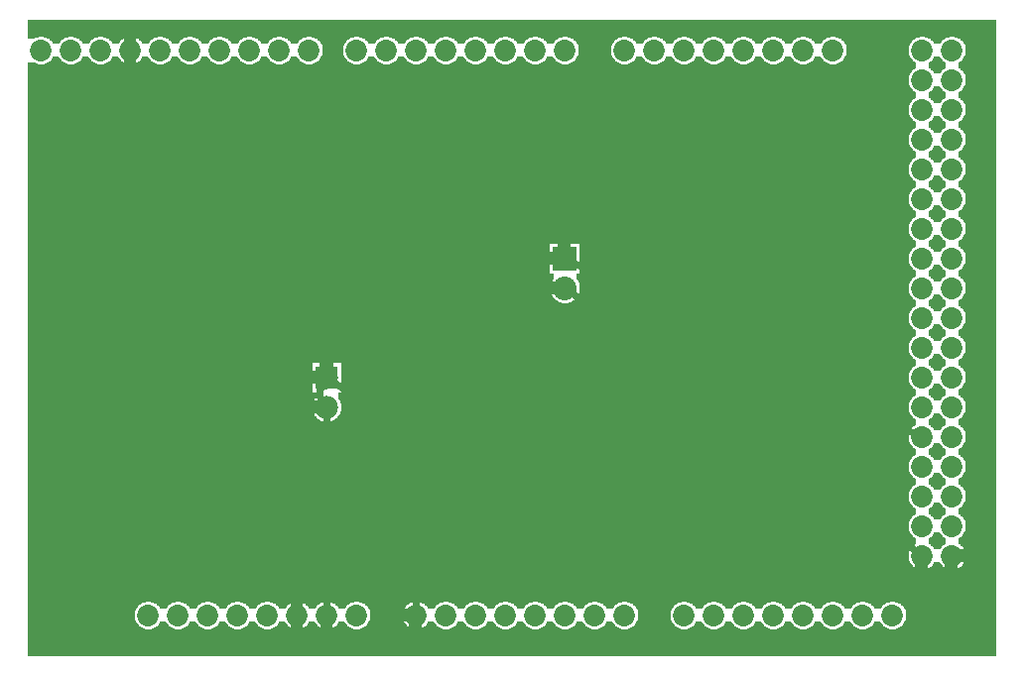
<source format=gtl>
G04 MADE WITH FRITZING*
G04 WWW.FRITZING.ORG*
G04 DOUBLE SIDED*
G04 HOLES PLATED*
G04 CONTOUR ON CENTER OF CONTOUR VECTOR*
%ASAXBY*%
%FSLAX23Y23*%
%MOIN*%
%OFA0B0*%
%SFA1.0B1.0*%
%ADD10C,0.075000*%
%ADD11C,0.072917*%
%ADD12C,0.078000*%
%ADD13C,0.080000*%
%ADD14R,0.078000X0.078000*%
%ADD15R,0.080000X0.080000*%
%ADD16C,0.024000*%
%LNCOPPER1*%
G90*
G70*
G54D10*
X123Y1950D03*
G54D11*
X2344Y178D03*
X744Y178D03*
X2444Y178D03*
X2544Y178D03*
X2644Y178D03*
X2744Y178D03*
X3044Y1578D03*
X2844Y178D03*
X2944Y178D03*
X784Y2078D03*
X1344Y178D03*
X1444Y178D03*
X1544Y178D03*
X1644Y178D03*
X3044Y778D03*
X1744Y178D03*
X1844Y178D03*
X1944Y178D03*
X2044Y178D03*
X1544Y2078D03*
X3044Y1978D03*
X3044Y1178D03*
X3044Y378D03*
X384Y2078D03*
X1144Y178D03*
X1144Y2078D03*
X3044Y1778D03*
X3044Y1378D03*
X3044Y978D03*
X2744Y2078D03*
X3044Y578D03*
X2644Y2078D03*
X2544Y2078D03*
X2444Y2078D03*
X2344Y2078D03*
X2244Y2078D03*
X2144Y2078D03*
X2044Y2078D03*
X184Y2078D03*
X584Y2078D03*
X984Y2078D03*
X544Y178D03*
X944Y178D03*
X1744Y2078D03*
X1344Y2078D03*
X3044Y2078D03*
X3044Y1878D03*
X3044Y1678D03*
X3044Y1478D03*
X3044Y1278D03*
X3044Y1078D03*
X3044Y878D03*
X3044Y678D03*
X3044Y478D03*
X84Y2078D03*
X284Y2078D03*
X484Y2078D03*
X684Y2078D03*
X884Y2078D03*
X444Y178D03*
X644Y178D03*
X844Y178D03*
X1044Y178D03*
X1844Y2078D03*
X1644Y2078D03*
X1444Y2078D03*
X1244Y2078D03*
X3144Y2078D03*
X3144Y1978D03*
X3144Y1878D03*
X3144Y1778D03*
X3144Y1678D03*
X3144Y1578D03*
X3144Y1478D03*
X3144Y1378D03*
X3144Y1278D03*
X3144Y1178D03*
X3144Y1078D03*
X3144Y978D03*
X3144Y878D03*
X3144Y778D03*
X3144Y678D03*
X3144Y578D03*
X3144Y478D03*
X3144Y378D03*
X2244Y178D03*
G54D12*
X1044Y978D03*
X1044Y878D03*
G54D13*
X1844Y1378D03*
X1844Y1278D03*
G54D14*
X1044Y978D03*
G54D15*
X1844Y1378D03*
G54D16*
X1869Y1259D02*
X3020Y396D01*
D02*
X3017Y791D02*
X1872Y1364D01*
D02*
X1044Y848D02*
X1044Y208D01*
D02*
X1342Y777D02*
X1344Y208D01*
D02*
X1069Y961D02*
X1342Y777D01*
D02*
X1029Y952D02*
X1020Y938D01*
X1020Y938D02*
X1020Y914D01*
X1020Y914D02*
X1028Y903D01*
G36*
X3084Y2056D02*
X3084Y2052D01*
X3082Y2052D01*
X3082Y2050D01*
X3080Y2050D01*
X3080Y2046D01*
X3078Y2046D01*
X3078Y2044D01*
X3076Y2044D01*
X3076Y2042D01*
X3072Y2042D01*
X3072Y2040D01*
X3070Y2040D01*
X3070Y2038D01*
X3066Y2038D01*
X3066Y2018D01*
X3068Y2018D01*
X3068Y2016D01*
X3072Y2016D01*
X3072Y2014D01*
X3074Y2014D01*
X3074Y2012D01*
X3076Y2012D01*
X3076Y2010D01*
X3078Y2010D01*
X3078Y2008D01*
X3080Y2008D01*
X3080Y2006D01*
X3082Y2006D01*
X3082Y2004D01*
X3084Y2004D01*
X3084Y2000D01*
X3104Y2000D01*
X3104Y2002D01*
X3106Y2002D01*
X3106Y2004D01*
X3108Y2004D01*
X3108Y2008D01*
X3110Y2008D01*
X3110Y2010D01*
X3112Y2010D01*
X3112Y2012D01*
X3114Y2012D01*
X3114Y2014D01*
X3118Y2014D01*
X3118Y2016D01*
X3120Y2016D01*
X3120Y2018D01*
X3122Y2018D01*
X3122Y2038D01*
X3118Y2038D01*
X3118Y2040D01*
X3116Y2040D01*
X3116Y2042D01*
X3114Y2042D01*
X3114Y2044D01*
X3112Y2044D01*
X3112Y2046D01*
X3110Y2046D01*
X3110Y2048D01*
X3108Y2048D01*
X3108Y2050D01*
X3106Y2050D01*
X3106Y2054D01*
X3104Y2054D01*
X3104Y2056D01*
X3084Y2056D01*
G37*
D02*
G36*
X40Y2182D02*
X40Y2124D01*
X3154Y2124D01*
X3154Y2122D01*
X3160Y2122D01*
X3160Y2120D01*
X3164Y2120D01*
X3164Y2118D01*
X3168Y2118D01*
X3168Y2116D01*
X3172Y2116D01*
X3172Y2114D01*
X3174Y2114D01*
X3174Y2112D01*
X3176Y2112D01*
X3176Y2110D01*
X3178Y2110D01*
X3178Y2108D01*
X3180Y2108D01*
X3180Y2106D01*
X3182Y2106D01*
X3182Y2104D01*
X3184Y2104D01*
X3184Y2100D01*
X3186Y2100D01*
X3186Y2096D01*
X3188Y2096D01*
X3188Y2090D01*
X3190Y2090D01*
X3190Y2066D01*
X3188Y2066D01*
X3188Y2060D01*
X3186Y2060D01*
X3186Y2056D01*
X3184Y2056D01*
X3184Y2052D01*
X3182Y2052D01*
X3182Y2050D01*
X3180Y2050D01*
X3180Y2046D01*
X3178Y2046D01*
X3178Y2044D01*
X3176Y2044D01*
X3176Y2042D01*
X3172Y2042D01*
X3172Y2040D01*
X3170Y2040D01*
X3170Y2038D01*
X3166Y2038D01*
X3166Y2018D01*
X3168Y2018D01*
X3168Y2016D01*
X3172Y2016D01*
X3172Y2014D01*
X3174Y2014D01*
X3174Y2012D01*
X3176Y2012D01*
X3176Y2010D01*
X3178Y2010D01*
X3178Y2008D01*
X3180Y2008D01*
X3180Y2006D01*
X3182Y2006D01*
X3182Y2004D01*
X3184Y2004D01*
X3184Y2000D01*
X3186Y2000D01*
X3186Y1996D01*
X3188Y1996D01*
X3188Y1990D01*
X3190Y1990D01*
X3190Y1966D01*
X3188Y1966D01*
X3188Y1960D01*
X3186Y1960D01*
X3186Y1956D01*
X3184Y1956D01*
X3184Y1952D01*
X3182Y1952D01*
X3182Y1950D01*
X3180Y1950D01*
X3180Y1946D01*
X3178Y1946D01*
X3178Y1944D01*
X3176Y1944D01*
X3176Y1942D01*
X3172Y1942D01*
X3172Y1940D01*
X3170Y1940D01*
X3170Y1938D01*
X3166Y1938D01*
X3166Y1918D01*
X3168Y1918D01*
X3168Y1916D01*
X3172Y1916D01*
X3172Y1914D01*
X3174Y1914D01*
X3174Y1912D01*
X3176Y1912D01*
X3176Y1910D01*
X3178Y1910D01*
X3178Y1908D01*
X3180Y1908D01*
X3180Y1906D01*
X3182Y1906D01*
X3182Y1904D01*
X3184Y1904D01*
X3184Y1900D01*
X3186Y1900D01*
X3186Y1896D01*
X3188Y1896D01*
X3188Y1890D01*
X3190Y1890D01*
X3190Y1866D01*
X3188Y1866D01*
X3188Y1860D01*
X3186Y1860D01*
X3186Y1856D01*
X3184Y1856D01*
X3184Y1852D01*
X3182Y1852D01*
X3182Y1850D01*
X3180Y1850D01*
X3180Y1846D01*
X3178Y1846D01*
X3178Y1844D01*
X3176Y1844D01*
X3176Y1842D01*
X3172Y1842D01*
X3172Y1840D01*
X3170Y1840D01*
X3170Y1838D01*
X3166Y1838D01*
X3166Y1818D01*
X3168Y1818D01*
X3168Y1816D01*
X3172Y1816D01*
X3172Y1814D01*
X3174Y1814D01*
X3174Y1812D01*
X3176Y1812D01*
X3176Y1810D01*
X3178Y1810D01*
X3178Y1808D01*
X3180Y1808D01*
X3180Y1806D01*
X3182Y1806D01*
X3182Y1804D01*
X3184Y1804D01*
X3184Y1800D01*
X3186Y1800D01*
X3186Y1796D01*
X3188Y1796D01*
X3188Y1790D01*
X3190Y1790D01*
X3190Y1766D01*
X3188Y1766D01*
X3188Y1760D01*
X3186Y1760D01*
X3186Y1756D01*
X3184Y1756D01*
X3184Y1752D01*
X3182Y1752D01*
X3182Y1750D01*
X3180Y1750D01*
X3180Y1746D01*
X3178Y1746D01*
X3178Y1744D01*
X3176Y1744D01*
X3176Y1742D01*
X3172Y1742D01*
X3172Y1740D01*
X3170Y1740D01*
X3170Y1738D01*
X3166Y1738D01*
X3166Y1718D01*
X3168Y1718D01*
X3168Y1716D01*
X3172Y1716D01*
X3172Y1714D01*
X3174Y1714D01*
X3174Y1712D01*
X3176Y1712D01*
X3176Y1710D01*
X3178Y1710D01*
X3178Y1708D01*
X3180Y1708D01*
X3180Y1706D01*
X3182Y1706D01*
X3182Y1704D01*
X3184Y1704D01*
X3184Y1700D01*
X3186Y1700D01*
X3186Y1696D01*
X3188Y1696D01*
X3188Y1690D01*
X3190Y1690D01*
X3190Y1666D01*
X3188Y1666D01*
X3188Y1660D01*
X3186Y1660D01*
X3186Y1656D01*
X3184Y1656D01*
X3184Y1652D01*
X3182Y1652D01*
X3182Y1650D01*
X3180Y1650D01*
X3180Y1646D01*
X3178Y1646D01*
X3178Y1644D01*
X3176Y1644D01*
X3176Y1642D01*
X3172Y1642D01*
X3172Y1640D01*
X3170Y1640D01*
X3170Y1638D01*
X3166Y1638D01*
X3166Y1618D01*
X3168Y1618D01*
X3168Y1616D01*
X3172Y1616D01*
X3172Y1614D01*
X3174Y1614D01*
X3174Y1612D01*
X3176Y1612D01*
X3176Y1610D01*
X3178Y1610D01*
X3178Y1608D01*
X3180Y1608D01*
X3180Y1606D01*
X3182Y1606D01*
X3182Y1604D01*
X3184Y1604D01*
X3184Y1600D01*
X3186Y1600D01*
X3186Y1596D01*
X3188Y1596D01*
X3188Y1590D01*
X3190Y1590D01*
X3190Y1566D01*
X3188Y1566D01*
X3188Y1560D01*
X3186Y1560D01*
X3186Y1556D01*
X3184Y1556D01*
X3184Y1552D01*
X3182Y1552D01*
X3182Y1550D01*
X3180Y1550D01*
X3180Y1546D01*
X3178Y1546D01*
X3178Y1544D01*
X3176Y1544D01*
X3176Y1542D01*
X3172Y1542D01*
X3172Y1540D01*
X3170Y1540D01*
X3170Y1538D01*
X3166Y1538D01*
X3166Y1518D01*
X3168Y1518D01*
X3168Y1516D01*
X3172Y1516D01*
X3172Y1514D01*
X3174Y1514D01*
X3174Y1512D01*
X3176Y1512D01*
X3176Y1510D01*
X3178Y1510D01*
X3178Y1508D01*
X3180Y1508D01*
X3180Y1506D01*
X3182Y1506D01*
X3182Y1504D01*
X3184Y1504D01*
X3184Y1500D01*
X3186Y1500D01*
X3186Y1496D01*
X3188Y1496D01*
X3188Y1490D01*
X3190Y1490D01*
X3190Y1466D01*
X3188Y1466D01*
X3188Y1460D01*
X3186Y1460D01*
X3186Y1456D01*
X3184Y1456D01*
X3184Y1452D01*
X3182Y1452D01*
X3182Y1450D01*
X3180Y1450D01*
X3180Y1446D01*
X3178Y1446D01*
X3178Y1444D01*
X3176Y1444D01*
X3176Y1442D01*
X3172Y1442D01*
X3172Y1440D01*
X3170Y1440D01*
X3170Y1438D01*
X3166Y1438D01*
X3166Y1418D01*
X3168Y1418D01*
X3168Y1416D01*
X3172Y1416D01*
X3172Y1414D01*
X3174Y1414D01*
X3174Y1412D01*
X3176Y1412D01*
X3176Y1410D01*
X3178Y1410D01*
X3178Y1408D01*
X3180Y1408D01*
X3180Y1406D01*
X3182Y1406D01*
X3182Y1404D01*
X3184Y1404D01*
X3184Y1400D01*
X3186Y1400D01*
X3186Y1396D01*
X3188Y1396D01*
X3188Y1390D01*
X3190Y1390D01*
X3190Y1366D01*
X3188Y1366D01*
X3188Y1360D01*
X3186Y1360D01*
X3186Y1356D01*
X3184Y1356D01*
X3184Y1352D01*
X3182Y1352D01*
X3182Y1350D01*
X3180Y1350D01*
X3180Y1346D01*
X3178Y1346D01*
X3178Y1344D01*
X3176Y1344D01*
X3176Y1342D01*
X3172Y1342D01*
X3172Y1340D01*
X3170Y1340D01*
X3170Y1338D01*
X3166Y1338D01*
X3166Y1318D01*
X3168Y1318D01*
X3168Y1316D01*
X3172Y1316D01*
X3172Y1314D01*
X3174Y1314D01*
X3174Y1312D01*
X3176Y1312D01*
X3176Y1310D01*
X3178Y1310D01*
X3178Y1308D01*
X3180Y1308D01*
X3180Y1306D01*
X3182Y1306D01*
X3182Y1304D01*
X3184Y1304D01*
X3184Y1300D01*
X3186Y1300D01*
X3186Y1296D01*
X3188Y1296D01*
X3188Y1290D01*
X3190Y1290D01*
X3190Y1266D01*
X3188Y1266D01*
X3188Y1260D01*
X3186Y1260D01*
X3186Y1256D01*
X3184Y1256D01*
X3184Y1252D01*
X3182Y1252D01*
X3182Y1250D01*
X3180Y1250D01*
X3180Y1246D01*
X3178Y1246D01*
X3178Y1244D01*
X3176Y1244D01*
X3176Y1242D01*
X3172Y1242D01*
X3172Y1240D01*
X3170Y1240D01*
X3170Y1238D01*
X3166Y1238D01*
X3166Y1218D01*
X3168Y1218D01*
X3168Y1216D01*
X3172Y1216D01*
X3172Y1214D01*
X3174Y1214D01*
X3174Y1212D01*
X3176Y1212D01*
X3176Y1210D01*
X3178Y1210D01*
X3178Y1208D01*
X3180Y1208D01*
X3180Y1206D01*
X3182Y1206D01*
X3182Y1204D01*
X3184Y1204D01*
X3184Y1200D01*
X3186Y1200D01*
X3186Y1196D01*
X3188Y1196D01*
X3188Y1190D01*
X3190Y1190D01*
X3190Y1166D01*
X3188Y1166D01*
X3188Y1160D01*
X3186Y1160D01*
X3186Y1156D01*
X3184Y1156D01*
X3184Y1152D01*
X3182Y1152D01*
X3182Y1150D01*
X3180Y1150D01*
X3180Y1146D01*
X3178Y1146D01*
X3178Y1144D01*
X3176Y1144D01*
X3176Y1142D01*
X3172Y1142D01*
X3172Y1140D01*
X3170Y1140D01*
X3170Y1138D01*
X3166Y1138D01*
X3166Y1118D01*
X3168Y1118D01*
X3168Y1116D01*
X3172Y1116D01*
X3172Y1114D01*
X3174Y1114D01*
X3174Y1112D01*
X3176Y1112D01*
X3176Y1110D01*
X3178Y1110D01*
X3178Y1108D01*
X3180Y1108D01*
X3180Y1106D01*
X3182Y1106D01*
X3182Y1104D01*
X3184Y1104D01*
X3184Y1100D01*
X3186Y1100D01*
X3186Y1096D01*
X3188Y1096D01*
X3188Y1090D01*
X3190Y1090D01*
X3190Y1066D01*
X3188Y1066D01*
X3188Y1060D01*
X3186Y1060D01*
X3186Y1056D01*
X3184Y1056D01*
X3184Y1052D01*
X3182Y1052D01*
X3182Y1050D01*
X3180Y1050D01*
X3180Y1046D01*
X3178Y1046D01*
X3178Y1044D01*
X3176Y1044D01*
X3176Y1042D01*
X3172Y1042D01*
X3172Y1040D01*
X3170Y1040D01*
X3170Y1038D01*
X3166Y1038D01*
X3166Y1018D01*
X3168Y1018D01*
X3168Y1016D01*
X3172Y1016D01*
X3172Y1014D01*
X3174Y1014D01*
X3174Y1012D01*
X3176Y1012D01*
X3176Y1010D01*
X3178Y1010D01*
X3178Y1008D01*
X3180Y1008D01*
X3180Y1006D01*
X3182Y1006D01*
X3182Y1004D01*
X3184Y1004D01*
X3184Y1000D01*
X3186Y1000D01*
X3186Y996D01*
X3188Y996D01*
X3188Y990D01*
X3190Y990D01*
X3190Y966D01*
X3188Y966D01*
X3188Y960D01*
X3186Y960D01*
X3186Y956D01*
X3184Y956D01*
X3184Y952D01*
X3182Y952D01*
X3182Y950D01*
X3180Y950D01*
X3180Y946D01*
X3178Y946D01*
X3178Y944D01*
X3176Y944D01*
X3176Y942D01*
X3172Y942D01*
X3172Y940D01*
X3170Y940D01*
X3170Y938D01*
X3166Y938D01*
X3166Y918D01*
X3168Y918D01*
X3168Y916D01*
X3172Y916D01*
X3172Y914D01*
X3174Y914D01*
X3174Y912D01*
X3176Y912D01*
X3176Y910D01*
X3178Y910D01*
X3178Y908D01*
X3180Y908D01*
X3180Y906D01*
X3182Y906D01*
X3182Y904D01*
X3184Y904D01*
X3184Y900D01*
X3186Y900D01*
X3186Y896D01*
X3188Y896D01*
X3188Y890D01*
X3190Y890D01*
X3190Y866D01*
X3188Y866D01*
X3188Y860D01*
X3186Y860D01*
X3186Y856D01*
X3184Y856D01*
X3184Y852D01*
X3182Y852D01*
X3182Y850D01*
X3180Y850D01*
X3180Y846D01*
X3178Y846D01*
X3178Y844D01*
X3176Y844D01*
X3176Y842D01*
X3172Y842D01*
X3172Y840D01*
X3170Y840D01*
X3170Y838D01*
X3166Y838D01*
X3166Y818D01*
X3168Y818D01*
X3168Y816D01*
X3172Y816D01*
X3172Y814D01*
X3174Y814D01*
X3174Y812D01*
X3176Y812D01*
X3176Y810D01*
X3178Y810D01*
X3178Y808D01*
X3180Y808D01*
X3180Y806D01*
X3182Y806D01*
X3182Y804D01*
X3184Y804D01*
X3184Y800D01*
X3186Y800D01*
X3186Y796D01*
X3188Y796D01*
X3188Y790D01*
X3190Y790D01*
X3190Y766D01*
X3188Y766D01*
X3188Y760D01*
X3186Y760D01*
X3186Y756D01*
X3184Y756D01*
X3184Y752D01*
X3182Y752D01*
X3182Y750D01*
X3180Y750D01*
X3180Y746D01*
X3178Y746D01*
X3178Y744D01*
X3176Y744D01*
X3176Y742D01*
X3172Y742D01*
X3172Y740D01*
X3170Y740D01*
X3170Y738D01*
X3166Y738D01*
X3166Y718D01*
X3168Y718D01*
X3168Y716D01*
X3172Y716D01*
X3172Y714D01*
X3174Y714D01*
X3174Y712D01*
X3176Y712D01*
X3176Y710D01*
X3178Y710D01*
X3178Y708D01*
X3180Y708D01*
X3180Y706D01*
X3182Y706D01*
X3182Y704D01*
X3184Y704D01*
X3184Y700D01*
X3186Y700D01*
X3186Y696D01*
X3188Y696D01*
X3188Y690D01*
X3190Y690D01*
X3190Y666D01*
X3188Y666D01*
X3188Y660D01*
X3186Y660D01*
X3186Y656D01*
X3184Y656D01*
X3184Y652D01*
X3182Y652D01*
X3182Y650D01*
X3180Y650D01*
X3180Y646D01*
X3178Y646D01*
X3178Y644D01*
X3176Y644D01*
X3176Y642D01*
X3172Y642D01*
X3172Y640D01*
X3170Y640D01*
X3170Y638D01*
X3166Y638D01*
X3166Y618D01*
X3168Y618D01*
X3168Y616D01*
X3172Y616D01*
X3172Y614D01*
X3174Y614D01*
X3174Y612D01*
X3176Y612D01*
X3176Y610D01*
X3178Y610D01*
X3178Y608D01*
X3180Y608D01*
X3180Y606D01*
X3182Y606D01*
X3182Y604D01*
X3184Y604D01*
X3184Y600D01*
X3186Y600D01*
X3186Y596D01*
X3188Y596D01*
X3188Y590D01*
X3190Y590D01*
X3190Y566D01*
X3188Y566D01*
X3188Y560D01*
X3186Y560D01*
X3186Y556D01*
X3184Y556D01*
X3184Y552D01*
X3182Y552D01*
X3182Y550D01*
X3180Y550D01*
X3180Y546D01*
X3178Y546D01*
X3178Y544D01*
X3176Y544D01*
X3176Y542D01*
X3172Y542D01*
X3172Y540D01*
X3170Y540D01*
X3170Y538D01*
X3166Y538D01*
X3166Y518D01*
X3168Y518D01*
X3168Y516D01*
X3172Y516D01*
X3172Y514D01*
X3174Y514D01*
X3174Y512D01*
X3176Y512D01*
X3176Y510D01*
X3178Y510D01*
X3178Y508D01*
X3180Y508D01*
X3180Y506D01*
X3182Y506D01*
X3182Y504D01*
X3184Y504D01*
X3184Y500D01*
X3186Y500D01*
X3186Y496D01*
X3188Y496D01*
X3188Y490D01*
X3190Y490D01*
X3190Y466D01*
X3188Y466D01*
X3188Y460D01*
X3186Y460D01*
X3186Y456D01*
X3184Y456D01*
X3184Y452D01*
X3182Y452D01*
X3182Y450D01*
X3180Y450D01*
X3180Y446D01*
X3178Y446D01*
X3178Y444D01*
X3176Y444D01*
X3176Y442D01*
X3172Y442D01*
X3172Y440D01*
X3170Y440D01*
X3170Y438D01*
X3166Y438D01*
X3166Y418D01*
X3168Y418D01*
X3168Y416D01*
X3172Y416D01*
X3172Y414D01*
X3174Y414D01*
X3174Y412D01*
X3176Y412D01*
X3176Y410D01*
X3178Y410D01*
X3178Y408D01*
X3180Y408D01*
X3180Y406D01*
X3182Y406D01*
X3182Y404D01*
X3184Y404D01*
X3184Y400D01*
X3186Y400D01*
X3186Y396D01*
X3188Y396D01*
X3188Y390D01*
X3190Y390D01*
X3190Y366D01*
X3188Y366D01*
X3188Y360D01*
X3186Y360D01*
X3186Y356D01*
X3184Y356D01*
X3184Y352D01*
X3182Y352D01*
X3182Y350D01*
X3180Y350D01*
X3180Y346D01*
X3178Y346D01*
X3178Y344D01*
X3176Y344D01*
X3176Y342D01*
X3172Y342D01*
X3172Y340D01*
X3170Y340D01*
X3170Y338D01*
X3166Y338D01*
X3166Y336D01*
X3162Y336D01*
X3162Y334D01*
X3156Y334D01*
X3156Y332D01*
X3292Y332D01*
X3292Y2182D01*
X40Y2182D01*
G37*
D02*
G36*
X40Y2124D02*
X40Y2116D01*
X60Y2116D01*
X60Y2118D01*
X64Y2118D01*
X64Y2120D01*
X68Y2120D01*
X68Y2122D01*
X76Y2122D01*
X76Y2124D01*
X40Y2124D01*
G37*
D02*
G36*
X94Y2124D02*
X94Y2122D01*
X100Y2122D01*
X100Y2120D01*
X104Y2120D01*
X104Y2118D01*
X108Y2118D01*
X108Y2116D01*
X112Y2116D01*
X112Y2114D01*
X114Y2114D01*
X114Y2112D01*
X116Y2112D01*
X116Y2110D01*
X118Y2110D01*
X118Y2108D01*
X120Y2108D01*
X120Y2106D01*
X122Y2106D01*
X122Y2104D01*
X124Y2104D01*
X124Y2100D01*
X144Y2100D01*
X144Y2102D01*
X146Y2102D01*
X146Y2104D01*
X148Y2104D01*
X148Y2108D01*
X150Y2108D01*
X150Y2110D01*
X152Y2110D01*
X152Y2112D01*
X154Y2112D01*
X154Y2114D01*
X158Y2114D01*
X158Y2116D01*
X160Y2116D01*
X160Y2118D01*
X164Y2118D01*
X164Y2120D01*
X168Y2120D01*
X168Y2122D01*
X176Y2122D01*
X176Y2124D01*
X94Y2124D01*
G37*
D02*
G36*
X194Y2124D02*
X194Y2122D01*
X200Y2122D01*
X200Y2120D01*
X204Y2120D01*
X204Y2118D01*
X208Y2118D01*
X208Y2116D01*
X212Y2116D01*
X212Y2114D01*
X214Y2114D01*
X214Y2112D01*
X216Y2112D01*
X216Y2110D01*
X218Y2110D01*
X218Y2108D01*
X220Y2108D01*
X220Y2106D01*
X222Y2106D01*
X222Y2104D01*
X224Y2104D01*
X224Y2100D01*
X244Y2100D01*
X244Y2102D01*
X246Y2102D01*
X246Y2104D01*
X248Y2104D01*
X248Y2108D01*
X250Y2108D01*
X250Y2110D01*
X252Y2110D01*
X252Y2112D01*
X254Y2112D01*
X254Y2114D01*
X258Y2114D01*
X258Y2116D01*
X260Y2116D01*
X260Y2118D01*
X264Y2118D01*
X264Y2120D01*
X268Y2120D01*
X268Y2122D01*
X276Y2122D01*
X276Y2124D01*
X194Y2124D01*
G37*
D02*
G36*
X294Y2124D02*
X294Y2122D01*
X300Y2122D01*
X300Y2120D01*
X304Y2120D01*
X304Y2118D01*
X308Y2118D01*
X308Y2116D01*
X312Y2116D01*
X312Y2114D01*
X314Y2114D01*
X314Y2112D01*
X316Y2112D01*
X316Y2110D01*
X318Y2110D01*
X318Y2108D01*
X320Y2108D01*
X320Y2106D01*
X322Y2106D01*
X322Y2104D01*
X324Y2104D01*
X324Y2100D01*
X344Y2100D01*
X344Y2102D01*
X346Y2102D01*
X346Y2104D01*
X348Y2104D01*
X348Y2108D01*
X350Y2108D01*
X350Y2110D01*
X352Y2110D01*
X352Y2112D01*
X354Y2112D01*
X354Y2114D01*
X358Y2114D01*
X358Y2116D01*
X360Y2116D01*
X360Y2118D01*
X364Y2118D01*
X364Y2120D01*
X368Y2120D01*
X368Y2122D01*
X376Y2122D01*
X376Y2124D01*
X294Y2124D01*
G37*
D02*
G36*
X394Y2124D02*
X394Y2122D01*
X400Y2122D01*
X400Y2120D01*
X404Y2120D01*
X404Y2118D01*
X408Y2118D01*
X408Y2116D01*
X412Y2116D01*
X412Y2114D01*
X414Y2114D01*
X414Y2112D01*
X416Y2112D01*
X416Y2110D01*
X418Y2110D01*
X418Y2108D01*
X420Y2108D01*
X420Y2106D01*
X422Y2106D01*
X422Y2104D01*
X424Y2104D01*
X424Y2100D01*
X444Y2100D01*
X444Y2102D01*
X446Y2102D01*
X446Y2104D01*
X448Y2104D01*
X448Y2108D01*
X450Y2108D01*
X450Y2110D01*
X452Y2110D01*
X452Y2112D01*
X454Y2112D01*
X454Y2114D01*
X458Y2114D01*
X458Y2116D01*
X460Y2116D01*
X460Y2118D01*
X464Y2118D01*
X464Y2120D01*
X468Y2120D01*
X468Y2122D01*
X476Y2122D01*
X476Y2124D01*
X394Y2124D01*
G37*
D02*
G36*
X494Y2124D02*
X494Y2122D01*
X500Y2122D01*
X500Y2120D01*
X504Y2120D01*
X504Y2118D01*
X508Y2118D01*
X508Y2116D01*
X512Y2116D01*
X512Y2114D01*
X514Y2114D01*
X514Y2112D01*
X516Y2112D01*
X516Y2110D01*
X518Y2110D01*
X518Y2108D01*
X520Y2108D01*
X520Y2106D01*
X522Y2106D01*
X522Y2104D01*
X524Y2104D01*
X524Y2100D01*
X544Y2100D01*
X544Y2102D01*
X546Y2102D01*
X546Y2104D01*
X548Y2104D01*
X548Y2108D01*
X550Y2108D01*
X550Y2110D01*
X552Y2110D01*
X552Y2112D01*
X554Y2112D01*
X554Y2114D01*
X558Y2114D01*
X558Y2116D01*
X560Y2116D01*
X560Y2118D01*
X564Y2118D01*
X564Y2120D01*
X568Y2120D01*
X568Y2122D01*
X576Y2122D01*
X576Y2124D01*
X494Y2124D01*
G37*
D02*
G36*
X594Y2124D02*
X594Y2122D01*
X600Y2122D01*
X600Y2120D01*
X604Y2120D01*
X604Y2118D01*
X608Y2118D01*
X608Y2116D01*
X612Y2116D01*
X612Y2114D01*
X614Y2114D01*
X614Y2112D01*
X616Y2112D01*
X616Y2110D01*
X618Y2110D01*
X618Y2108D01*
X620Y2108D01*
X620Y2106D01*
X622Y2106D01*
X622Y2104D01*
X624Y2104D01*
X624Y2100D01*
X644Y2100D01*
X644Y2102D01*
X646Y2102D01*
X646Y2104D01*
X648Y2104D01*
X648Y2108D01*
X650Y2108D01*
X650Y2110D01*
X652Y2110D01*
X652Y2112D01*
X654Y2112D01*
X654Y2114D01*
X658Y2114D01*
X658Y2116D01*
X660Y2116D01*
X660Y2118D01*
X664Y2118D01*
X664Y2120D01*
X668Y2120D01*
X668Y2122D01*
X676Y2122D01*
X676Y2124D01*
X594Y2124D01*
G37*
D02*
G36*
X694Y2124D02*
X694Y2122D01*
X700Y2122D01*
X700Y2120D01*
X704Y2120D01*
X704Y2118D01*
X708Y2118D01*
X708Y2116D01*
X712Y2116D01*
X712Y2114D01*
X714Y2114D01*
X714Y2112D01*
X716Y2112D01*
X716Y2110D01*
X718Y2110D01*
X718Y2108D01*
X720Y2108D01*
X720Y2106D01*
X722Y2106D01*
X722Y2104D01*
X724Y2104D01*
X724Y2100D01*
X744Y2100D01*
X744Y2102D01*
X746Y2102D01*
X746Y2104D01*
X748Y2104D01*
X748Y2108D01*
X750Y2108D01*
X750Y2110D01*
X752Y2110D01*
X752Y2112D01*
X754Y2112D01*
X754Y2114D01*
X758Y2114D01*
X758Y2116D01*
X760Y2116D01*
X760Y2118D01*
X764Y2118D01*
X764Y2120D01*
X768Y2120D01*
X768Y2122D01*
X776Y2122D01*
X776Y2124D01*
X694Y2124D01*
G37*
D02*
G36*
X794Y2124D02*
X794Y2122D01*
X800Y2122D01*
X800Y2120D01*
X804Y2120D01*
X804Y2118D01*
X808Y2118D01*
X808Y2116D01*
X812Y2116D01*
X812Y2114D01*
X814Y2114D01*
X814Y2112D01*
X816Y2112D01*
X816Y2110D01*
X818Y2110D01*
X818Y2108D01*
X820Y2108D01*
X820Y2106D01*
X822Y2106D01*
X822Y2104D01*
X824Y2104D01*
X824Y2100D01*
X844Y2100D01*
X844Y2102D01*
X846Y2102D01*
X846Y2104D01*
X848Y2104D01*
X848Y2108D01*
X850Y2108D01*
X850Y2110D01*
X852Y2110D01*
X852Y2112D01*
X854Y2112D01*
X854Y2114D01*
X858Y2114D01*
X858Y2116D01*
X860Y2116D01*
X860Y2118D01*
X864Y2118D01*
X864Y2120D01*
X868Y2120D01*
X868Y2122D01*
X876Y2122D01*
X876Y2124D01*
X794Y2124D01*
G37*
D02*
G36*
X894Y2124D02*
X894Y2122D01*
X900Y2122D01*
X900Y2120D01*
X904Y2120D01*
X904Y2118D01*
X908Y2118D01*
X908Y2116D01*
X912Y2116D01*
X912Y2114D01*
X914Y2114D01*
X914Y2112D01*
X916Y2112D01*
X916Y2110D01*
X918Y2110D01*
X918Y2108D01*
X920Y2108D01*
X920Y2106D01*
X922Y2106D01*
X922Y2104D01*
X924Y2104D01*
X924Y2100D01*
X944Y2100D01*
X944Y2102D01*
X946Y2102D01*
X946Y2104D01*
X948Y2104D01*
X948Y2108D01*
X950Y2108D01*
X950Y2110D01*
X952Y2110D01*
X952Y2112D01*
X954Y2112D01*
X954Y2114D01*
X958Y2114D01*
X958Y2116D01*
X960Y2116D01*
X960Y2118D01*
X964Y2118D01*
X964Y2120D01*
X968Y2120D01*
X968Y2122D01*
X976Y2122D01*
X976Y2124D01*
X894Y2124D01*
G37*
D02*
G36*
X994Y2124D02*
X994Y2122D01*
X1000Y2122D01*
X1000Y2120D01*
X1004Y2120D01*
X1004Y2118D01*
X1008Y2118D01*
X1008Y2116D01*
X1012Y2116D01*
X1012Y2114D01*
X1014Y2114D01*
X1014Y2112D01*
X1016Y2112D01*
X1016Y2110D01*
X1018Y2110D01*
X1018Y2108D01*
X1020Y2108D01*
X1020Y2106D01*
X1022Y2106D01*
X1022Y2104D01*
X1024Y2104D01*
X1024Y2100D01*
X1026Y2100D01*
X1026Y2096D01*
X1028Y2096D01*
X1028Y2090D01*
X1030Y2090D01*
X1030Y2066D01*
X1028Y2066D01*
X1028Y2060D01*
X1026Y2060D01*
X1026Y2056D01*
X1024Y2056D01*
X1024Y2052D01*
X1022Y2052D01*
X1022Y2050D01*
X1020Y2050D01*
X1020Y2046D01*
X1018Y2046D01*
X1018Y2044D01*
X1016Y2044D01*
X1016Y2042D01*
X1012Y2042D01*
X1012Y2040D01*
X1010Y2040D01*
X1010Y2038D01*
X1006Y2038D01*
X1006Y2036D01*
X1002Y2036D01*
X1002Y2034D01*
X996Y2034D01*
X996Y2032D01*
X1132Y2032D01*
X1132Y2034D01*
X1126Y2034D01*
X1126Y2036D01*
X1122Y2036D01*
X1122Y2038D01*
X1118Y2038D01*
X1118Y2040D01*
X1116Y2040D01*
X1116Y2042D01*
X1114Y2042D01*
X1114Y2044D01*
X1112Y2044D01*
X1112Y2046D01*
X1110Y2046D01*
X1110Y2048D01*
X1108Y2048D01*
X1108Y2050D01*
X1106Y2050D01*
X1106Y2054D01*
X1104Y2054D01*
X1104Y2058D01*
X1102Y2058D01*
X1102Y2062D01*
X1100Y2062D01*
X1100Y2068D01*
X1098Y2068D01*
X1098Y2086D01*
X1100Y2086D01*
X1100Y2094D01*
X1102Y2094D01*
X1102Y2098D01*
X1104Y2098D01*
X1104Y2102D01*
X1106Y2102D01*
X1106Y2104D01*
X1108Y2104D01*
X1108Y2108D01*
X1110Y2108D01*
X1110Y2110D01*
X1112Y2110D01*
X1112Y2112D01*
X1114Y2112D01*
X1114Y2114D01*
X1118Y2114D01*
X1118Y2116D01*
X1120Y2116D01*
X1120Y2118D01*
X1124Y2118D01*
X1124Y2120D01*
X1128Y2120D01*
X1128Y2122D01*
X1136Y2122D01*
X1136Y2124D01*
X994Y2124D01*
G37*
D02*
G36*
X1154Y2124D02*
X1154Y2122D01*
X1160Y2122D01*
X1160Y2120D01*
X1164Y2120D01*
X1164Y2118D01*
X1168Y2118D01*
X1168Y2116D01*
X1172Y2116D01*
X1172Y2114D01*
X1174Y2114D01*
X1174Y2112D01*
X1176Y2112D01*
X1176Y2110D01*
X1178Y2110D01*
X1178Y2108D01*
X1180Y2108D01*
X1180Y2106D01*
X1182Y2106D01*
X1182Y2104D01*
X1184Y2104D01*
X1184Y2100D01*
X1204Y2100D01*
X1204Y2102D01*
X1206Y2102D01*
X1206Y2104D01*
X1208Y2104D01*
X1208Y2108D01*
X1210Y2108D01*
X1210Y2110D01*
X1212Y2110D01*
X1212Y2112D01*
X1214Y2112D01*
X1214Y2114D01*
X1218Y2114D01*
X1218Y2116D01*
X1220Y2116D01*
X1220Y2118D01*
X1224Y2118D01*
X1224Y2120D01*
X1228Y2120D01*
X1228Y2122D01*
X1236Y2122D01*
X1236Y2124D01*
X1154Y2124D01*
G37*
D02*
G36*
X1254Y2124D02*
X1254Y2122D01*
X1260Y2122D01*
X1260Y2120D01*
X1264Y2120D01*
X1264Y2118D01*
X1268Y2118D01*
X1268Y2116D01*
X1272Y2116D01*
X1272Y2114D01*
X1274Y2114D01*
X1274Y2112D01*
X1276Y2112D01*
X1276Y2110D01*
X1278Y2110D01*
X1278Y2108D01*
X1280Y2108D01*
X1280Y2106D01*
X1282Y2106D01*
X1282Y2104D01*
X1284Y2104D01*
X1284Y2100D01*
X1304Y2100D01*
X1304Y2102D01*
X1306Y2102D01*
X1306Y2104D01*
X1308Y2104D01*
X1308Y2108D01*
X1310Y2108D01*
X1310Y2110D01*
X1312Y2110D01*
X1312Y2112D01*
X1314Y2112D01*
X1314Y2114D01*
X1318Y2114D01*
X1318Y2116D01*
X1320Y2116D01*
X1320Y2118D01*
X1324Y2118D01*
X1324Y2120D01*
X1328Y2120D01*
X1328Y2122D01*
X1336Y2122D01*
X1336Y2124D01*
X1254Y2124D01*
G37*
D02*
G36*
X1354Y2124D02*
X1354Y2122D01*
X1360Y2122D01*
X1360Y2120D01*
X1364Y2120D01*
X1364Y2118D01*
X1368Y2118D01*
X1368Y2116D01*
X1372Y2116D01*
X1372Y2114D01*
X1374Y2114D01*
X1374Y2112D01*
X1376Y2112D01*
X1376Y2110D01*
X1378Y2110D01*
X1378Y2108D01*
X1380Y2108D01*
X1380Y2106D01*
X1382Y2106D01*
X1382Y2104D01*
X1384Y2104D01*
X1384Y2100D01*
X1404Y2100D01*
X1404Y2102D01*
X1406Y2102D01*
X1406Y2104D01*
X1408Y2104D01*
X1408Y2108D01*
X1410Y2108D01*
X1410Y2110D01*
X1412Y2110D01*
X1412Y2112D01*
X1414Y2112D01*
X1414Y2114D01*
X1418Y2114D01*
X1418Y2116D01*
X1420Y2116D01*
X1420Y2118D01*
X1424Y2118D01*
X1424Y2120D01*
X1428Y2120D01*
X1428Y2122D01*
X1436Y2122D01*
X1436Y2124D01*
X1354Y2124D01*
G37*
D02*
G36*
X1454Y2124D02*
X1454Y2122D01*
X1460Y2122D01*
X1460Y2120D01*
X1464Y2120D01*
X1464Y2118D01*
X1468Y2118D01*
X1468Y2116D01*
X1472Y2116D01*
X1472Y2114D01*
X1474Y2114D01*
X1474Y2112D01*
X1476Y2112D01*
X1476Y2110D01*
X1478Y2110D01*
X1478Y2108D01*
X1480Y2108D01*
X1480Y2106D01*
X1482Y2106D01*
X1482Y2104D01*
X1484Y2104D01*
X1484Y2100D01*
X1504Y2100D01*
X1504Y2102D01*
X1506Y2102D01*
X1506Y2104D01*
X1508Y2104D01*
X1508Y2108D01*
X1510Y2108D01*
X1510Y2110D01*
X1512Y2110D01*
X1512Y2112D01*
X1514Y2112D01*
X1514Y2114D01*
X1518Y2114D01*
X1518Y2116D01*
X1520Y2116D01*
X1520Y2118D01*
X1524Y2118D01*
X1524Y2120D01*
X1528Y2120D01*
X1528Y2122D01*
X1536Y2122D01*
X1536Y2124D01*
X1454Y2124D01*
G37*
D02*
G36*
X1554Y2124D02*
X1554Y2122D01*
X1560Y2122D01*
X1560Y2120D01*
X1564Y2120D01*
X1564Y2118D01*
X1568Y2118D01*
X1568Y2116D01*
X1572Y2116D01*
X1572Y2114D01*
X1574Y2114D01*
X1574Y2112D01*
X1576Y2112D01*
X1576Y2110D01*
X1578Y2110D01*
X1578Y2108D01*
X1580Y2108D01*
X1580Y2106D01*
X1582Y2106D01*
X1582Y2104D01*
X1584Y2104D01*
X1584Y2100D01*
X1604Y2100D01*
X1604Y2102D01*
X1606Y2102D01*
X1606Y2104D01*
X1608Y2104D01*
X1608Y2108D01*
X1610Y2108D01*
X1610Y2110D01*
X1612Y2110D01*
X1612Y2112D01*
X1614Y2112D01*
X1614Y2114D01*
X1618Y2114D01*
X1618Y2116D01*
X1620Y2116D01*
X1620Y2118D01*
X1624Y2118D01*
X1624Y2120D01*
X1628Y2120D01*
X1628Y2122D01*
X1636Y2122D01*
X1636Y2124D01*
X1554Y2124D01*
G37*
D02*
G36*
X1654Y2124D02*
X1654Y2122D01*
X1660Y2122D01*
X1660Y2120D01*
X1664Y2120D01*
X1664Y2118D01*
X1668Y2118D01*
X1668Y2116D01*
X1672Y2116D01*
X1672Y2114D01*
X1674Y2114D01*
X1674Y2112D01*
X1676Y2112D01*
X1676Y2110D01*
X1678Y2110D01*
X1678Y2108D01*
X1680Y2108D01*
X1680Y2106D01*
X1682Y2106D01*
X1682Y2104D01*
X1684Y2104D01*
X1684Y2100D01*
X1704Y2100D01*
X1704Y2102D01*
X1706Y2102D01*
X1706Y2104D01*
X1708Y2104D01*
X1708Y2108D01*
X1710Y2108D01*
X1710Y2110D01*
X1712Y2110D01*
X1712Y2112D01*
X1714Y2112D01*
X1714Y2114D01*
X1718Y2114D01*
X1718Y2116D01*
X1720Y2116D01*
X1720Y2118D01*
X1724Y2118D01*
X1724Y2120D01*
X1728Y2120D01*
X1728Y2122D01*
X1736Y2122D01*
X1736Y2124D01*
X1654Y2124D01*
G37*
D02*
G36*
X1754Y2124D02*
X1754Y2122D01*
X1760Y2122D01*
X1760Y2120D01*
X1764Y2120D01*
X1764Y2118D01*
X1768Y2118D01*
X1768Y2116D01*
X1772Y2116D01*
X1772Y2114D01*
X1774Y2114D01*
X1774Y2112D01*
X1776Y2112D01*
X1776Y2110D01*
X1778Y2110D01*
X1778Y2108D01*
X1780Y2108D01*
X1780Y2106D01*
X1782Y2106D01*
X1782Y2104D01*
X1784Y2104D01*
X1784Y2100D01*
X1804Y2100D01*
X1804Y2102D01*
X1806Y2102D01*
X1806Y2104D01*
X1808Y2104D01*
X1808Y2108D01*
X1810Y2108D01*
X1810Y2110D01*
X1812Y2110D01*
X1812Y2112D01*
X1814Y2112D01*
X1814Y2114D01*
X1818Y2114D01*
X1818Y2116D01*
X1820Y2116D01*
X1820Y2118D01*
X1824Y2118D01*
X1824Y2120D01*
X1828Y2120D01*
X1828Y2122D01*
X1836Y2122D01*
X1836Y2124D01*
X1754Y2124D01*
G37*
D02*
G36*
X1854Y2124D02*
X1854Y2122D01*
X1860Y2122D01*
X1860Y2120D01*
X1864Y2120D01*
X1864Y2118D01*
X1868Y2118D01*
X1868Y2116D01*
X1872Y2116D01*
X1872Y2114D01*
X1874Y2114D01*
X1874Y2112D01*
X1876Y2112D01*
X1876Y2110D01*
X1878Y2110D01*
X1878Y2108D01*
X1880Y2108D01*
X1880Y2106D01*
X1882Y2106D01*
X1882Y2104D01*
X1884Y2104D01*
X1884Y2100D01*
X1886Y2100D01*
X1886Y2096D01*
X1888Y2096D01*
X1888Y2090D01*
X1890Y2090D01*
X1890Y2066D01*
X1888Y2066D01*
X1888Y2060D01*
X1886Y2060D01*
X1886Y2056D01*
X1884Y2056D01*
X1884Y2052D01*
X1882Y2052D01*
X1882Y2050D01*
X1880Y2050D01*
X1880Y2046D01*
X1878Y2046D01*
X1878Y2044D01*
X1876Y2044D01*
X1876Y2042D01*
X1872Y2042D01*
X1872Y2040D01*
X1870Y2040D01*
X1870Y2038D01*
X1866Y2038D01*
X1866Y2036D01*
X1862Y2036D01*
X1862Y2034D01*
X1856Y2034D01*
X1856Y2032D01*
X2032Y2032D01*
X2032Y2034D01*
X2026Y2034D01*
X2026Y2036D01*
X2022Y2036D01*
X2022Y2038D01*
X2018Y2038D01*
X2018Y2040D01*
X2016Y2040D01*
X2016Y2042D01*
X2014Y2042D01*
X2014Y2044D01*
X2012Y2044D01*
X2012Y2046D01*
X2010Y2046D01*
X2010Y2048D01*
X2008Y2048D01*
X2008Y2050D01*
X2006Y2050D01*
X2006Y2054D01*
X2004Y2054D01*
X2004Y2058D01*
X2002Y2058D01*
X2002Y2062D01*
X2000Y2062D01*
X2000Y2068D01*
X1998Y2068D01*
X1998Y2086D01*
X2000Y2086D01*
X2000Y2094D01*
X2002Y2094D01*
X2002Y2098D01*
X2004Y2098D01*
X2004Y2102D01*
X2006Y2102D01*
X2006Y2104D01*
X2008Y2104D01*
X2008Y2108D01*
X2010Y2108D01*
X2010Y2110D01*
X2012Y2110D01*
X2012Y2112D01*
X2014Y2112D01*
X2014Y2114D01*
X2018Y2114D01*
X2018Y2116D01*
X2020Y2116D01*
X2020Y2118D01*
X2024Y2118D01*
X2024Y2120D01*
X2028Y2120D01*
X2028Y2122D01*
X2036Y2122D01*
X2036Y2124D01*
X1854Y2124D01*
G37*
D02*
G36*
X2054Y2124D02*
X2054Y2122D01*
X2060Y2122D01*
X2060Y2120D01*
X2064Y2120D01*
X2064Y2118D01*
X2068Y2118D01*
X2068Y2116D01*
X2072Y2116D01*
X2072Y2114D01*
X2074Y2114D01*
X2074Y2112D01*
X2076Y2112D01*
X2076Y2110D01*
X2078Y2110D01*
X2078Y2108D01*
X2080Y2108D01*
X2080Y2106D01*
X2082Y2106D01*
X2082Y2104D01*
X2084Y2104D01*
X2084Y2100D01*
X2104Y2100D01*
X2104Y2102D01*
X2106Y2102D01*
X2106Y2104D01*
X2108Y2104D01*
X2108Y2108D01*
X2110Y2108D01*
X2110Y2110D01*
X2112Y2110D01*
X2112Y2112D01*
X2114Y2112D01*
X2114Y2114D01*
X2118Y2114D01*
X2118Y2116D01*
X2120Y2116D01*
X2120Y2118D01*
X2124Y2118D01*
X2124Y2120D01*
X2128Y2120D01*
X2128Y2122D01*
X2136Y2122D01*
X2136Y2124D01*
X2054Y2124D01*
G37*
D02*
G36*
X2154Y2124D02*
X2154Y2122D01*
X2160Y2122D01*
X2160Y2120D01*
X2164Y2120D01*
X2164Y2118D01*
X2168Y2118D01*
X2168Y2116D01*
X2172Y2116D01*
X2172Y2114D01*
X2174Y2114D01*
X2174Y2112D01*
X2176Y2112D01*
X2176Y2110D01*
X2178Y2110D01*
X2178Y2108D01*
X2180Y2108D01*
X2180Y2106D01*
X2182Y2106D01*
X2182Y2104D01*
X2184Y2104D01*
X2184Y2100D01*
X2204Y2100D01*
X2204Y2102D01*
X2206Y2102D01*
X2206Y2104D01*
X2208Y2104D01*
X2208Y2108D01*
X2210Y2108D01*
X2210Y2110D01*
X2212Y2110D01*
X2212Y2112D01*
X2214Y2112D01*
X2214Y2114D01*
X2218Y2114D01*
X2218Y2116D01*
X2220Y2116D01*
X2220Y2118D01*
X2224Y2118D01*
X2224Y2120D01*
X2228Y2120D01*
X2228Y2122D01*
X2236Y2122D01*
X2236Y2124D01*
X2154Y2124D01*
G37*
D02*
G36*
X2254Y2124D02*
X2254Y2122D01*
X2260Y2122D01*
X2260Y2120D01*
X2264Y2120D01*
X2264Y2118D01*
X2268Y2118D01*
X2268Y2116D01*
X2272Y2116D01*
X2272Y2114D01*
X2274Y2114D01*
X2274Y2112D01*
X2276Y2112D01*
X2276Y2110D01*
X2278Y2110D01*
X2278Y2108D01*
X2280Y2108D01*
X2280Y2106D01*
X2282Y2106D01*
X2282Y2104D01*
X2284Y2104D01*
X2284Y2100D01*
X2304Y2100D01*
X2304Y2102D01*
X2306Y2102D01*
X2306Y2104D01*
X2308Y2104D01*
X2308Y2108D01*
X2310Y2108D01*
X2310Y2110D01*
X2312Y2110D01*
X2312Y2112D01*
X2314Y2112D01*
X2314Y2114D01*
X2318Y2114D01*
X2318Y2116D01*
X2320Y2116D01*
X2320Y2118D01*
X2324Y2118D01*
X2324Y2120D01*
X2328Y2120D01*
X2328Y2122D01*
X2336Y2122D01*
X2336Y2124D01*
X2254Y2124D01*
G37*
D02*
G36*
X2354Y2124D02*
X2354Y2122D01*
X2360Y2122D01*
X2360Y2120D01*
X2364Y2120D01*
X2364Y2118D01*
X2368Y2118D01*
X2368Y2116D01*
X2372Y2116D01*
X2372Y2114D01*
X2374Y2114D01*
X2374Y2112D01*
X2376Y2112D01*
X2376Y2110D01*
X2378Y2110D01*
X2378Y2108D01*
X2380Y2108D01*
X2380Y2106D01*
X2382Y2106D01*
X2382Y2104D01*
X2384Y2104D01*
X2384Y2100D01*
X2404Y2100D01*
X2404Y2102D01*
X2406Y2102D01*
X2406Y2104D01*
X2408Y2104D01*
X2408Y2108D01*
X2410Y2108D01*
X2410Y2110D01*
X2412Y2110D01*
X2412Y2112D01*
X2414Y2112D01*
X2414Y2114D01*
X2418Y2114D01*
X2418Y2116D01*
X2420Y2116D01*
X2420Y2118D01*
X2424Y2118D01*
X2424Y2120D01*
X2428Y2120D01*
X2428Y2122D01*
X2436Y2122D01*
X2436Y2124D01*
X2354Y2124D01*
G37*
D02*
G36*
X2454Y2124D02*
X2454Y2122D01*
X2460Y2122D01*
X2460Y2120D01*
X2464Y2120D01*
X2464Y2118D01*
X2468Y2118D01*
X2468Y2116D01*
X2472Y2116D01*
X2472Y2114D01*
X2474Y2114D01*
X2474Y2112D01*
X2476Y2112D01*
X2476Y2110D01*
X2478Y2110D01*
X2478Y2108D01*
X2480Y2108D01*
X2480Y2106D01*
X2482Y2106D01*
X2482Y2104D01*
X2484Y2104D01*
X2484Y2100D01*
X2504Y2100D01*
X2504Y2102D01*
X2506Y2102D01*
X2506Y2104D01*
X2508Y2104D01*
X2508Y2108D01*
X2510Y2108D01*
X2510Y2110D01*
X2512Y2110D01*
X2512Y2112D01*
X2514Y2112D01*
X2514Y2114D01*
X2518Y2114D01*
X2518Y2116D01*
X2520Y2116D01*
X2520Y2118D01*
X2524Y2118D01*
X2524Y2120D01*
X2528Y2120D01*
X2528Y2122D01*
X2536Y2122D01*
X2536Y2124D01*
X2454Y2124D01*
G37*
D02*
G36*
X2554Y2124D02*
X2554Y2122D01*
X2560Y2122D01*
X2560Y2120D01*
X2564Y2120D01*
X2564Y2118D01*
X2568Y2118D01*
X2568Y2116D01*
X2572Y2116D01*
X2572Y2114D01*
X2574Y2114D01*
X2574Y2112D01*
X2576Y2112D01*
X2576Y2110D01*
X2578Y2110D01*
X2578Y2108D01*
X2580Y2108D01*
X2580Y2106D01*
X2582Y2106D01*
X2582Y2104D01*
X2584Y2104D01*
X2584Y2100D01*
X2604Y2100D01*
X2604Y2102D01*
X2606Y2102D01*
X2606Y2104D01*
X2608Y2104D01*
X2608Y2108D01*
X2610Y2108D01*
X2610Y2110D01*
X2612Y2110D01*
X2612Y2112D01*
X2614Y2112D01*
X2614Y2114D01*
X2618Y2114D01*
X2618Y2116D01*
X2620Y2116D01*
X2620Y2118D01*
X2624Y2118D01*
X2624Y2120D01*
X2628Y2120D01*
X2628Y2122D01*
X2636Y2122D01*
X2636Y2124D01*
X2554Y2124D01*
G37*
D02*
G36*
X2654Y2124D02*
X2654Y2122D01*
X2660Y2122D01*
X2660Y2120D01*
X2664Y2120D01*
X2664Y2118D01*
X2668Y2118D01*
X2668Y2116D01*
X2672Y2116D01*
X2672Y2114D01*
X2674Y2114D01*
X2674Y2112D01*
X2676Y2112D01*
X2676Y2110D01*
X2678Y2110D01*
X2678Y2108D01*
X2680Y2108D01*
X2680Y2106D01*
X2682Y2106D01*
X2682Y2104D01*
X2684Y2104D01*
X2684Y2100D01*
X2704Y2100D01*
X2704Y2102D01*
X2706Y2102D01*
X2706Y2104D01*
X2708Y2104D01*
X2708Y2108D01*
X2710Y2108D01*
X2710Y2110D01*
X2712Y2110D01*
X2712Y2112D01*
X2714Y2112D01*
X2714Y2114D01*
X2718Y2114D01*
X2718Y2116D01*
X2720Y2116D01*
X2720Y2118D01*
X2724Y2118D01*
X2724Y2120D01*
X2728Y2120D01*
X2728Y2122D01*
X2736Y2122D01*
X2736Y2124D01*
X2654Y2124D01*
G37*
D02*
G36*
X2754Y2124D02*
X2754Y2122D01*
X2760Y2122D01*
X2760Y2120D01*
X2764Y2120D01*
X2764Y2118D01*
X2768Y2118D01*
X2768Y2116D01*
X2772Y2116D01*
X2772Y2114D01*
X2774Y2114D01*
X2774Y2112D01*
X2776Y2112D01*
X2776Y2110D01*
X2778Y2110D01*
X2778Y2108D01*
X2780Y2108D01*
X2780Y2106D01*
X2782Y2106D01*
X2782Y2104D01*
X2784Y2104D01*
X2784Y2100D01*
X2786Y2100D01*
X2786Y2096D01*
X2788Y2096D01*
X2788Y2090D01*
X2790Y2090D01*
X2790Y2066D01*
X2788Y2066D01*
X2788Y2060D01*
X2786Y2060D01*
X2786Y2056D01*
X2784Y2056D01*
X2784Y2052D01*
X2782Y2052D01*
X2782Y2050D01*
X2780Y2050D01*
X2780Y2046D01*
X2778Y2046D01*
X2778Y2044D01*
X2776Y2044D01*
X2776Y2042D01*
X2772Y2042D01*
X2772Y2040D01*
X2770Y2040D01*
X2770Y2038D01*
X2766Y2038D01*
X2766Y2036D01*
X2762Y2036D01*
X2762Y2034D01*
X2756Y2034D01*
X2756Y2032D01*
X3022Y2032D01*
X3022Y2038D01*
X3018Y2038D01*
X3018Y2040D01*
X3016Y2040D01*
X3016Y2042D01*
X3014Y2042D01*
X3014Y2044D01*
X3012Y2044D01*
X3012Y2046D01*
X3010Y2046D01*
X3010Y2048D01*
X3008Y2048D01*
X3008Y2050D01*
X3006Y2050D01*
X3006Y2054D01*
X3004Y2054D01*
X3004Y2058D01*
X3002Y2058D01*
X3002Y2062D01*
X3000Y2062D01*
X3000Y2068D01*
X2998Y2068D01*
X2998Y2086D01*
X3000Y2086D01*
X3000Y2094D01*
X3002Y2094D01*
X3002Y2098D01*
X3004Y2098D01*
X3004Y2102D01*
X3006Y2102D01*
X3006Y2104D01*
X3008Y2104D01*
X3008Y2108D01*
X3010Y2108D01*
X3010Y2110D01*
X3012Y2110D01*
X3012Y2112D01*
X3014Y2112D01*
X3014Y2114D01*
X3018Y2114D01*
X3018Y2116D01*
X3020Y2116D01*
X3020Y2118D01*
X3024Y2118D01*
X3024Y2120D01*
X3028Y2120D01*
X3028Y2122D01*
X3036Y2122D01*
X3036Y2124D01*
X2754Y2124D01*
G37*
D02*
G36*
X3054Y2124D02*
X3054Y2122D01*
X3060Y2122D01*
X3060Y2120D01*
X3064Y2120D01*
X3064Y2118D01*
X3068Y2118D01*
X3068Y2116D01*
X3072Y2116D01*
X3072Y2114D01*
X3074Y2114D01*
X3074Y2112D01*
X3076Y2112D01*
X3076Y2110D01*
X3078Y2110D01*
X3078Y2108D01*
X3080Y2108D01*
X3080Y2106D01*
X3082Y2106D01*
X3082Y2104D01*
X3084Y2104D01*
X3084Y2100D01*
X3104Y2100D01*
X3104Y2102D01*
X3106Y2102D01*
X3106Y2104D01*
X3108Y2104D01*
X3108Y2108D01*
X3110Y2108D01*
X3110Y2110D01*
X3112Y2110D01*
X3112Y2112D01*
X3114Y2112D01*
X3114Y2114D01*
X3118Y2114D01*
X3118Y2116D01*
X3120Y2116D01*
X3120Y2118D01*
X3124Y2118D01*
X3124Y2120D01*
X3128Y2120D01*
X3128Y2122D01*
X3136Y2122D01*
X3136Y2124D01*
X3054Y2124D01*
G37*
D02*
G36*
X124Y2056D02*
X124Y2052D01*
X122Y2052D01*
X122Y2050D01*
X120Y2050D01*
X120Y2046D01*
X118Y2046D01*
X118Y2044D01*
X116Y2044D01*
X116Y2042D01*
X112Y2042D01*
X112Y2040D01*
X110Y2040D01*
X110Y2038D01*
X106Y2038D01*
X106Y2036D01*
X102Y2036D01*
X102Y2034D01*
X96Y2034D01*
X96Y2032D01*
X172Y2032D01*
X172Y2034D01*
X166Y2034D01*
X166Y2036D01*
X162Y2036D01*
X162Y2038D01*
X158Y2038D01*
X158Y2040D01*
X156Y2040D01*
X156Y2042D01*
X154Y2042D01*
X154Y2044D01*
X152Y2044D01*
X152Y2046D01*
X150Y2046D01*
X150Y2048D01*
X148Y2048D01*
X148Y2050D01*
X146Y2050D01*
X146Y2054D01*
X144Y2054D01*
X144Y2056D01*
X124Y2056D01*
G37*
D02*
G36*
X224Y2056D02*
X224Y2052D01*
X222Y2052D01*
X222Y2050D01*
X220Y2050D01*
X220Y2046D01*
X218Y2046D01*
X218Y2044D01*
X216Y2044D01*
X216Y2042D01*
X212Y2042D01*
X212Y2040D01*
X210Y2040D01*
X210Y2038D01*
X206Y2038D01*
X206Y2036D01*
X202Y2036D01*
X202Y2034D01*
X196Y2034D01*
X196Y2032D01*
X272Y2032D01*
X272Y2034D01*
X266Y2034D01*
X266Y2036D01*
X262Y2036D01*
X262Y2038D01*
X258Y2038D01*
X258Y2040D01*
X256Y2040D01*
X256Y2042D01*
X254Y2042D01*
X254Y2044D01*
X252Y2044D01*
X252Y2046D01*
X250Y2046D01*
X250Y2048D01*
X248Y2048D01*
X248Y2050D01*
X246Y2050D01*
X246Y2054D01*
X244Y2054D01*
X244Y2056D01*
X224Y2056D01*
G37*
D02*
G36*
X324Y2056D02*
X324Y2052D01*
X322Y2052D01*
X322Y2050D01*
X320Y2050D01*
X320Y2046D01*
X318Y2046D01*
X318Y2044D01*
X316Y2044D01*
X316Y2042D01*
X312Y2042D01*
X312Y2040D01*
X310Y2040D01*
X310Y2038D01*
X306Y2038D01*
X306Y2036D01*
X302Y2036D01*
X302Y2034D01*
X296Y2034D01*
X296Y2032D01*
X372Y2032D01*
X372Y2034D01*
X366Y2034D01*
X366Y2036D01*
X362Y2036D01*
X362Y2038D01*
X358Y2038D01*
X358Y2040D01*
X356Y2040D01*
X356Y2042D01*
X354Y2042D01*
X354Y2044D01*
X352Y2044D01*
X352Y2046D01*
X350Y2046D01*
X350Y2048D01*
X348Y2048D01*
X348Y2050D01*
X346Y2050D01*
X346Y2054D01*
X344Y2054D01*
X344Y2056D01*
X324Y2056D01*
G37*
D02*
G36*
X424Y2056D02*
X424Y2052D01*
X422Y2052D01*
X422Y2050D01*
X420Y2050D01*
X420Y2046D01*
X418Y2046D01*
X418Y2044D01*
X416Y2044D01*
X416Y2042D01*
X412Y2042D01*
X412Y2040D01*
X410Y2040D01*
X410Y2038D01*
X406Y2038D01*
X406Y2036D01*
X402Y2036D01*
X402Y2034D01*
X396Y2034D01*
X396Y2032D01*
X472Y2032D01*
X472Y2034D01*
X466Y2034D01*
X466Y2036D01*
X462Y2036D01*
X462Y2038D01*
X458Y2038D01*
X458Y2040D01*
X456Y2040D01*
X456Y2042D01*
X454Y2042D01*
X454Y2044D01*
X452Y2044D01*
X452Y2046D01*
X450Y2046D01*
X450Y2048D01*
X448Y2048D01*
X448Y2050D01*
X446Y2050D01*
X446Y2054D01*
X444Y2054D01*
X444Y2056D01*
X424Y2056D01*
G37*
D02*
G36*
X524Y2056D02*
X524Y2052D01*
X522Y2052D01*
X522Y2050D01*
X520Y2050D01*
X520Y2046D01*
X518Y2046D01*
X518Y2044D01*
X516Y2044D01*
X516Y2042D01*
X512Y2042D01*
X512Y2040D01*
X510Y2040D01*
X510Y2038D01*
X506Y2038D01*
X506Y2036D01*
X502Y2036D01*
X502Y2034D01*
X496Y2034D01*
X496Y2032D01*
X572Y2032D01*
X572Y2034D01*
X566Y2034D01*
X566Y2036D01*
X562Y2036D01*
X562Y2038D01*
X558Y2038D01*
X558Y2040D01*
X556Y2040D01*
X556Y2042D01*
X554Y2042D01*
X554Y2044D01*
X552Y2044D01*
X552Y2046D01*
X550Y2046D01*
X550Y2048D01*
X548Y2048D01*
X548Y2050D01*
X546Y2050D01*
X546Y2054D01*
X544Y2054D01*
X544Y2056D01*
X524Y2056D01*
G37*
D02*
G36*
X624Y2056D02*
X624Y2052D01*
X622Y2052D01*
X622Y2050D01*
X620Y2050D01*
X620Y2046D01*
X618Y2046D01*
X618Y2044D01*
X616Y2044D01*
X616Y2042D01*
X612Y2042D01*
X612Y2040D01*
X610Y2040D01*
X610Y2038D01*
X606Y2038D01*
X606Y2036D01*
X602Y2036D01*
X602Y2034D01*
X596Y2034D01*
X596Y2032D01*
X672Y2032D01*
X672Y2034D01*
X666Y2034D01*
X666Y2036D01*
X662Y2036D01*
X662Y2038D01*
X658Y2038D01*
X658Y2040D01*
X656Y2040D01*
X656Y2042D01*
X654Y2042D01*
X654Y2044D01*
X652Y2044D01*
X652Y2046D01*
X650Y2046D01*
X650Y2048D01*
X648Y2048D01*
X648Y2050D01*
X646Y2050D01*
X646Y2054D01*
X644Y2054D01*
X644Y2056D01*
X624Y2056D01*
G37*
D02*
G36*
X724Y2056D02*
X724Y2052D01*
X722Y2052D01*
X722Y2050D01*
X720Y2050D01*
X720Y2046D01*
X718Y2046D01*
X718Y2044D01*
X716Y2044D01*
X716Y2042D01*
X712Y2042D01*
X712Y2040D01*
X710Y2040D01*
X710Y2038D01*
X706Y2038D01*
X706Y2036D01*
X702Y2036D01*
X702Y2034D01*
X696Y2034D01*
X696Y2032D01*
X772Y2032D01*
X772Y2034D01*
X766Y2034D01*
X766Y2036D01*
X762Y2036D01*
X762Y2038D01*
X758Y2038D01*
X758Y2040D01*
X756Y2040D01*
X756Y2042D01*
X754Y2042D01*
X754Y2044D01*
X752Y2044D01*
X752Y2046D01*
X750Y2046D01*
X750Y2048D01*
X748Y2048D01*
X748Y2050D01*
X746Y2050D01*
X746Y2054D01*
X744Y2054D01*
X744Y2056D01*
X724Y2056D01*
G37*
D02*
G36*
X824Y2056D02*
X824Y2052D01*
X822Y2052D01*
X822Y2050D01*
X820Y2050D01*
X820Y2046D01*
X818Y2046D01*
X818Y2044D01*
X816Y2044D01*
X816Y2042D01*
X812Y2042D01*
X812Y2040D01*
X810Y2040D01*
X810Y2038D01*
X806Y2038D01*
X806Y2036D01*
X802Y2036D01*
X802Y2034D01*
X796Y2034D01*
X796Y2032D01*
X872Y2032D01*
X872Y2034D01*
X866Y2034D01*
X866Y2036D01*
X862Y2036D01*
X862Y2038D01*
X858Y2038D01*
X858Y2040D01*
X856Y2040D01*
X856Y2042D01*
X854Y2042D01*
X854Y2044D01*
X852Y2044D01*
X852Y2046D01*
X850Y2046D01*
X850Y2048D01*
X848Y2048D01*
X848Y2050D01*
X846Y2050D01*
X846Y2054D01*
X844Y2054D01*
X844Y2056D01*
X824Y2056D01*
G37*
D02*
G36*
X924Y2056D02*
X924Y2052D01*
X922Y2052D01*
X922Y2050D01*
X920Y2050D01*
X920Y2046D01*
X918Y2046D01*
X918Y2044D01*
X916Y2044D01*
X916Y2042D01*
X912Y2042D01*
X912Y2040D01*
X910Y2040D01*
X910Y2038D01*
X906Y2038D01*
X906Y2036D01*
X902Y2036D01*
X902Y2034D01*
X896Y2034D01*
X896Y2032D01*
X972Y2032D01*
X972Y2034D01*
X966Y2034D01*
X966Y2036D01*
X962Y2036D01*
X962Y2038D01*
X958Y2038D01*
X958Y2040D01*
X956Y2040D01*
X956Y2042D01*
X954Y2042D01*
X954Y2044D01*
X952Y2044D01*
X952Y2046D01*
X950Y2046D01*
X950Y2048D01*
X948Y2048D01*
X948Y2050D01*
X946Y2050D01*
X946Y2054D01*
X944Y2054D01*
X944Y2056D01*
X924Y2056D01*
G37*
D02*
G36*
X1184Y2056D02*
X1184Y2052D01*
X1182Y2052D01*
X1182Y2050D01*
X1180Y2050D01*
X1180Y2046D01*
X1178Y2046D01*
X1178Y2044D01*
X1176Y2044D01*
X1176Y2042D01*
X1172Y2042D01*
X1172Y2040D01*
X1170Y2040D01*
X1170Y2038D01*
X1166Y2038D01*
X1166Y2036D01*
X1162Y2036D01*
X1162Y2034D01*
X1156Y2034D01*
X1156Y2032D01*
X1232Y2032D01*
X1232Y2034D01*
X1226Y2034D01*
X1226Y2036D01*
X1222Y2036D01*
X1222Y2038D01*
X1218Y2038D01*
X1218Y2040D01*
X1216Y2040D01*
X1216Y2042D01*
X1214Y2042D01*
X1214Y2044D01*
X1212Y2044D01*
X1212Y2046D01*
X1210Y2046D01*
X1210Y2048D01*
X1208Y2048D01*
X1208Y2050D01*
X1206Y2050D01*
X1206Y2054D01*
X1204Y2054D01*
X1204Y2056D01*
X1184Y2056D01*
G37*
D02*
G36*
X1284Y2056D02*
X1284Y2052D01*
X1282Y2052D01*
X1282Y2050D01*
X1280Y2050D01*
X1280Y2046D01*
X1278Y2046D01*
X1278Y2044D01*
X1276Y2044D01*
X1276Y2042D01*
X1272Y2042D01*
X1272Y2040D01*
X1270Y2040D01*
X1270Y2038D01*
X1266Y2038D01*
X1266Y2036D01*
X1262Y2036D01*
X1262Y2034D01*
X1256Y2034D01*
X1256Y2032D01*
X1332Y2032D01*
X1332Y2034D01*
X1326Y2034D01*
X1326Y2036D01*
X1322Y2036D01*
X1322Y2038D01*
X1318Y2038D01*
X1318Y2040D01*
X1316Y2040D01*
X1316Y2042D01*
X1314Y2042D01*
X1314Y2044D01*
X1312Y2044D01*
X1312Y2046D01*
X1310Y2046D01*
X1310Y2048D01*
X1308Y2048D01*
X1308Y2050D01*
X1306Y2050D01*
X1306Y2054D01*
X1304Y2054D01*
X1304Y2056D01*
X1284Y2056D01*
G37*
D02*
G36*
X1384Y2056D02*
X1384Y2052D01*
X1382Y2052D01*
X1382Y2050D01*
X1380Y2050D01*
X1380Y2046D01*
X1378Y2046D01*
X1378Y2044D01*
X1376Y2044D01*
X1376Y2042D01*
X1372Y2042D01*
X1372Y2040D01*
X1370Y2040D01*
X1370Y2038D01*
X1366Y2038D01*
X1366Y2036D01*
X1362Y2036D01*
X1362Y2034D01*
X1356Y2034D01*
X1356Y2032D01*
X1432Y2032D01*
X1432Y2034D01*
X1426Y2034D01*
X1426Y2036D01*
X1422Y2036D01*
X1422Y2038D01*
X1418Y2038D01*
X1418Y2040D01*
X1416Y2040D01*
X1416Y2042D01*
X1414Y2042D01*
X1414Y2044D01*
X1412Y2044D01*
X1412Y2046D01*
X1410Y2046D01*
X1410Y2048D01*
X1408Y2048D01*
X1408Y2050D01*
X1406Y2050D01*
X1406Y2054D01*
X1404Y2054D01*
X1404Y2056D01*
X1384Y2056D01*
G37*
D02*
G36*
X1484Y2056D02*
X1484Y2052D01*
X1482Y2052D01*
X1482Y2050D01*
X1480Y2050D01*
X1480Y2046D01*
X1478Y2046D01*
X1478Y2044D01*
X1476Y2044D01*
X1476Y2042D01*
X1472Y2042D01*
X1472Y2040D01*
X1470Y2040D01*
X1470Y2038D01*
X1466Y2038D01*
X1466Y2036D01*
X1462Y2036D01*
X1462Y2034D01*
X1456Y2034D01*
X1456Y2032D01*
X1532Y2032D01*
X1532Y2034D01*
X1526Y2034D01*
X1526Y2036D01*
X1522Y2036D01*
X1522Y2038D01*
X1518Y2038D01*
X1518Y2040D01*
X1516Y2040D01*
X1516Y2042D01*
X1514Y2042D01*
X1514Y2044D01*
X1512Y2044D01*
X1512Y2046D01*
X1510Y2046D01*
X1510Y2048D01*
X1508Y2048D01*
X1508Y2050D01*
X1506Y2050D01*
X1506Y2054D01*
X1504Y2054D01*
X1504Y2056D01*
X1484Y2056D01*
G37*
D02*
G36*
X1584Y2056D02*
X1584Y2052D01*
X1582Y2052D01*
X1582Y2050D01*
X1580Y2050D01*
X1580Y2046D01*
X1578Y2046D01*
X1578Y2044D01*
X1576Y2044D01*
X1576Y2042D01*
X1572Y2042D01*
X1572Y2040D01*
X1570Y2040D01*
X1570Y2038D01*
X1566Y2038D01*
X1566Y2036D01*
X1562Y2036D01*
X1562Y2034D01*
X1556Y2034D01*
X1556Y2032D01*
X1632Y2032D01*
X1632Y2034D01*
X1626Y2034D01*
X1626Y2036D01*
X1622Y2036D01*
X1622Y2038D01*
X1618Y2038D01*
X1618Y2040D01*
X1616Y2040D01*
X1616Y2042D01*
X1614Y2042D01*
X1614Y2044D01*
X1612Y2044D01*
X1612Y2046D01*
X1610Y2046D01*
X1610Y2048D01*
X1608Y2048D01*
X1608Y2050D01*
X1606Y2050D01*
X1606Y2054D01*
X1604Y2054D01*
X1604Y2056D01*
X1584Y2056D01*
G37*
D02*
G36*
X1684Y2056D02*
X1684Y2052D01*
X1682Y2052D01*
X1682Y2050D01*
X1680Y2050D01*
X1680Y2046D01*
X1678Y2046D01*
X1678Y2044D01*
X1676Y2044D01*
X1676Y2042D01*
X1672Y2042D01*
X1672Y2040D01*
X1670Y2040D01*
X1670Y2038D01*
X1666Y2038D01*
X1666Y2036D01*
X1662Y2036D01*
X1662Y2034D01*
X1656Y2034D01*
X1656Y2032D01*
X1732Y2032D01*
X1732Y2034D01*
X1726Y2034D01*
X1726Y2036D01*
X1722Y2036D01*
X1722Y2038D01*
X1718Y2038D01*
X1718Y2040D01*
X1716Y2040D01*
X1716Y2042D01*
X1714Y2042D01*
X1714Y2044D01*
X1712Y2044D01*
X1712Y2046D01*
X1710Y2046D01*
X1710Y2048D01*
X1708Y2048D01*
X1708Y2050D01*
X1706Y2050D01*
X1706Y2054D01*
X1704Y2054D01*
X1704Y2056D01*
X1684Y2056D01*
G37*
D02*
G36*
X1784Y2056D02*
X1784Y2052D01*
X1782Y2052D01*
X1782Y2050D01*
X1780Y2050D01*
X1780Y2046D01*
X1778Y2046D01*
X1778Y2044D01*
X1776Y2044D01*
X1776Y2042D01*
X1772Y2042D01*
X1772Y2040D01*
X1770Y2040D01*
X1770Y2038D01*
X1766Y2038D01*
X1766Y2036D01*
X1762Y2036D01*
X1762Y2034D01*
X1756Y2034D01*
X1756Y2032D01*
X1832Y2032D01*
X1832Y2034D01*
X1826Y2034D01*
X1826Y2036D01*
X1822Y2036D01*
X1822Y2038D01*
X1818Y2038D01*
X1818Y2040D01*
X1816Y2040D01*
X1816Y2042D01*
X1814Y2042D01*
X1814Y2044D01*
X1812Y2044D01*
X1812Y2046D01*
X1810Y2046D01*
X1810Y2048D01*
X1808Y2048D01*
X1808Y2050D01*
X1806Y2050D01*
X1806Y2054D01*
X1804Y2054D01*
X1804Y2056D01*
X1784Y2056D01*
G37*
D02*
G36*
X2084Y2056D02*
X2084Y2052D01*
X2082Y2052D01*
X2082Y2050D01*
X2080Y2050D01*
X2080Y2046D01*
X2078Y2046D01*
X2078Y2044D01*
X2076Y2044D01*
X2076Y2042D01*
X2072Y2042D01*
X2072Y2040D01*
X2070Y2040D01*
X2070Y2038D01*
X2066Y2038D01*
X2066Y2036D01*
X2062Y2036D01*
X2062Y2034D01*
X2056Y2034D01*
X2056Y2032D01*
X2132Y2032D01*
X2132Y2034D01*
X2126Y2034D01*
X2126Y2036D01*
X2122Y2036D01*
X2122Y2038D01*
X2118Y2038D01*
X2118Y2040D01*
X2116Y2040D01*
X2116Y2042D01*
X2114Y2042D01*
X2114Y2044D01*
X2112Y2044D01*
X2112Y2046D01*
X2110Y2046D01*
X2110Y2048D01*
X2108Y2048D01*
X2108Y2050D01*
X2106Y2050D01*
X2106Y2054D01*
X2104Y2054D01*
X2104Y2056D01*
X2084Y2056D01*
G37*
D02*
G36*
X2184Y2056D02*
X2184Y2052D01*
X2182Y2052D01*
X2182Y2050D01*
X2180Y2050D01*
X2180Y2046D01*
X2178Y2046D01*
X2178Y2044D01*
X2176Y2044D01*
X2176Y2042D01*
X2172Y2042D01*
X2172Y2040D01*
X2170Y2040D01*
X2170Y2038D01*
X2166Y2038D01*
X2166Y2036D01*
X2162Y2036D01*
X2162Y2034D01*
X2156Y2034D01*
X2156Y2032D01*
X2232Y2032D01*
X2232Y2034D01*
X2226Y2034D01*
X2226Y2036D01*
X2222Y2036D01*
X2222Y2038D01*
X2218Y2038D01*
X2218Y2040D01*
X2216Y2040D01*
X2216Y2042D01*
X2214Y2042D01*
X2214Y2044D01*
X2212Y2044D01*
X2212Y2046D01*
X2210Y2046D01*
X2210Y2048D01*
X2208Y2048D01*
X2208Y2050D01*
X2206Y2050D01*
X2206Y2054D01*
X2204Y2054D01*
X2204Y2056D01*
X2184Y2056D01*
G37*
D02*
G36*
X2284Y2056D02*
X2284Y2052D01*
X2282Y2052D01*
X2282Y2050D01*
X2280Y2050D01*
X2280Y2046D01*
X2278Y2046D01*
X2278Y2044D01*
X2276Y2044D01*
X2276Y2042D01*
X2272Y2042D01*
X2272Y2040D01*
X2270Y2040D01*
X2270Y2038D01*
X2266Y2038D01*
X2266Y2036D01*
X2262Y2036D01*
X2262Y2034D01*
X2256Y2034D01*
X2256Y2032D01*
X2332Y2032D01*
X2332Y2034D01*
X2326Y2034D01*
X2326Y2036D01*
X2322Y2036D01*
X2322Y2038D01*
X2318Y2038D01*
X2318Y2040D01*
X2316Y2040D01*
X2316Y2042D01*
X2314Y2042D01*
X2314Y2044D01*
X2312Y2044D01*
X2312Y2046D01*
X2310Y2046D01*
X2310Y2048D01*
X2308Y2048D01*
X2308Y2050D01*
X2306Y2050D01*
X2306Y2054D01*
X2304Y2054D01*
X2304Y2056D01*
X2284Y2056D01*
G37*
D02*
G36*
X2384Y2056D02*
X2384Y2052D01*
X2382Y2052D01*
X2382Y2050D01*
X2380Y2050D01*
X2380Y2046D01*
X2378Y2046D01*
X2378Y2044D01*
X2376Y2044D01*
X2376Y2042D01*
X2372Y2042D01*
X2372Y2040D01*
X2370Y2040D01*
X2370Y2038D01*
X2366Y2038D01*
X2366Y2036D01*
X2362Y2036D01*
X2362Y2034D01*
X2356Y2034D01*
X2356Y2032D01*
X2432Y2032D01*
X2432Y2034D01*
X2426Y2034D01*
X2426Y2036D01*
X2422Y2036D01*
X2422Y2038D01*
X2418Y2038D01*
X2418Y2040D01*
X2416Y2040D01*
X2416Y2042D01*
X2414Y2042D01*
X2414Y2044D01*
X2412Y2044D01*
X2412Y2046D01*
X2410Y2046D01*
X2410Y2048D01*
X2408Y2048D01*
X2408Y2050D01*
X2406Y2050D01*
X2406Y2054D01*
X2404Y2054D01*
X2404Y2056D01*
X2384Y2056D01*
G37*
D02*
G36*
X2484Y2056D02*
X2484Y2052D01*
X2482Y2052D01*
X2482Y2050D01*
X2480Y2050D01*
X2480Y2046D01*
X2478Y2046D01*
X2478Y2044D01*
X2476Y2044D01*
X2476Y2042D01*
X2472Y2042D01*
X2472Y2040D01*
X2470Y2040D01*
X2470Y2038D01*
X2466Y2038D01*
X2466Y2036D01*
X2462Y2036D01*
X2462Y2034D01*
X2456Y2034D01*
X2456Y2032D01*
X2532Y2032D01*
X2532Y2034D01*
X2526Y2034D01*
X2526Y2036D01*
X2522Y2036D01*
X2522Y2038D01*
X2518Y2038D01*
X2518Y2040D01*
X2516Y2040D01*
X2516Y2042D01*
X2514Y2042D01*
X2514Y2044D01*
X2512Y2044D01*
X2512Y2046D01*
X2510Y2046D01*
X2510Y2048D01*
X2508Y2048D01*
X2508Y2050D01*
X2506Y2050D01*
X2506Y2054D01*
X2504Y2054D01*
X2504Y2056D01*
X2484Y2056D01*
G37*
D02*
G36*
X2584Y2056D02*
X2584Y2052D01*
X2582Y2052D01*
X2582Y2050D01*
X2580Y2050D01*
X2580Y2046D01*
X2578Y2046D01*
X2578Y2044D01*
X2576Y2044D01*
X2576Y2042D01*
X2572Y2042D01*
X2572Y2040D01*
X2570Y2040D01*
X2570Y2038D01*
X2566Y2038D01*
X2566Y2036D01*
X2562Y2036D01*
X2562Y2034D01*
X2556Y2034D01*
X2556Y2032D01*
X2632Y2032D01*
X2632Y2034D01*
X2626Y2034D01*
X2626Y2036D01*
X2622Y2036D01*
X2622Y2038D01*
X2618Y2038D01*
X2618Y2040D01*
X2616Y2040D01*
X2616Y2042D01*
X2614Y2042D01*
X2614Y2044D01*
X2612Y2044D01*
X2612Y2046D01*
X2610Y2046D01*
X2610Y2048D01*
X2608Y2048D01*
X2608Y2050D01*
X2606Y2050D01*
X2606Y2054D01*
X2604Y2054D01*
X2604Y2056D01*
X2584Y2056D01*
G37*
D02*
G36*
X2684Y2056D02*
X2684Y2052D01*
X2682Y2052D01*
X2682Y2050D01*
X2680Y2050D01*
X2680Y2046D01*
X2678Y2046D01*
X2678Y2044D01*
X2676Y2044D01*
X2676Y2042D01*
X2672Y2042D01*
X2672Y2040D01*
X2670Y2040D01*
X2670Y2038D01*
X2666Y2038D01*
X2666Y2036D01*
X2662Y2036D01*
X2662Y2034D01*
X2656Y2034D01*
X2656Y2032D01*
X2732Y2032D01*
X2732Y2034D01*
X2726Y2034D01*
X2726Y2036D01*
X2722Y2036D01*
X2722Y2038D01*
X2718Y2038D01*
X2718Y2040D01*
X2716Y2040D01*
X2716Y2042D01*
X2714Y2042D01*
X2714Y2044D01*
X2712Y2044D01*
X2712Y2046D01*
X2710Y2046D01*
X2710Y2048D01*
X2708Y2048D01*
X2708Y2050D01*
X2706Y2050D01*
X2706Y2054D01*
X2704Y2054D01*
X2704Y2056D01*
X2684Y2056D01*
G37*
D02*
G36*
X40Y2038D02*
X40Y2032D01*
X72Y2032D01*
X72Y2034D01*
X66Y2034D01*
X66Y2036D01*
X62Y2036D01*
X62Y2038D01*
X40Y2038D01*
G37*
D02*
G36*
X40Y2032D02*
X40Y2030D01*
X3022Y2030D01*
X3022Y2032D01*
X40Y2032D01*
G37*
D02*
G36*
X40Y2032D02*
X40Y2030D01*
X3022Y2030D01*
X3022Y2032D01*
X40Y2032D01*
G37*
D02*
G36*
X40Y2032D02*
X40Y2030D01*
X3022Y2030D01*
X3022Y2032D01*
X40Y2032D01*
G37*
D02*
G36*
X40Y2032D02*
X40Y2030D01*
X3022Y2030D01*
X3022Y2032D01*
X40Y2032D01*
G37*
D02*
G36*
X40Y2032D02*
X40Y2030D01*
X3022Y2030D01*
X3022Y2032D01*
X40Y2032D01*
G37*
D02*
G36*
X40Y2032D02*
X40Y2030D01*
X3022Y2030D01*
X3022Y2032D01*
X40Y2032D01*
G37*
D02*
G36*
X40Y2032D02*
X40Y2030D01*
X3022Y2030D01*
X3022Y2032D01*
X40Y2032D01*
G37*
D02*
G36*
X40Y2032D02*
X40Y2030D01*
X3022Y2030D01*
X3022Y2032D01*
X40Y2032D01*
G37*
D02*
G36*
X40Y2032D02*
X40Y2030D01*
X3022Y2030D01*
X3022Y2032D01*
X40Y2032D01*
G37*
D02*
G36*
X40Y2032D02*
X40Y2030D01*
X3022Y2030D01*
X3022Y2032D01*
X40Y2032D01*
G37*
D02*
G36*
X40Y2032D02*
X40Y2030D01*
X3022Y2030D01*
X3022Y2032D01*
X40Y2032D01*
G37*
D02*
G36*
X40Y2032D02*
X40Y2030D01*
X3022Y2030D01*
X3022Y2032D01*
X40Y2032D01*
G37*
D02*
G36*
X40Y2032D02*
X40Y2030D01*
X3022Y2030D01*
X3022Y2032D01*
X40Y2032D01*
G37*
D02*
G36*
X40Y2032D02*
X40Y2030D01*
X3022Y2030D01*
X3022Y2032D01*
X40Y2032D01*
G37*
D02*
G36*
X40Y2032D02*
X40Y2030D01*
X3022Y2030D01*
X3022Y2032D01*
X40Y2032D01*
G37*
D02*
G36*
X40Y2032D02*
X40Y2030D01*
X3022Y2030D01*
X3022Y2032D01*
X40Y2032D01*
G37*
D02*
G36*
X40Y2032D02*
X40Y2030D01*
X3022Y2030D01*
X3022Y2032D01*
X40Y2032D01*
G37*
D02*
G36*
X40Y2032D02*
X40Y2030D01*
X3022Y2030D01*
X3022Y2032D01*
X40Y2032D01*
G37*
D02*
G36*
X40Y2032D02*
X40Y2030D01*
X3022Y2030D01*
X3022Y2032D01*
X40Y2032D01*
G37*
D02*
G36*
X40Y2032D02*
X40Y2030D01*
X3022Y2030D01*
X3022Y2032D01*
X40Y2032D01*
G37*
D02*
G36*
X40Y2032D02*
X40Y2030D01*
X3022Y2030D01*
X3022Y2032D01*
X40Y2032D01*
G37*
D02*
G36*
X40Y2032D02*
X40Y2030D01*
X3022Y2030D01*
X3022Y2032D01*
X40Y2032D01*
G37*
D02*
G36*
X40Y2032D02*
X40Y2030D01*
X3022Y2030D01*
X3022Y2032D01*
X40Y2032D01*
G37*
D02*
G36*
X40Y2032D02*
X40Y2030D01*
X3022Y2030D01*
X3022Y2032D01*
X40Y2032D01*
G37*
D02*
G36*
X40Y2032D02*
X40Y2030D01*
X3022Y2030D01*
X3022Y2032D01*
X40Y2032D01*
G37*
D02*
G36*
X40Y2032D02*
X40Y2030D01*
X3022Y2030D01*
X3022Y2032D01*
X40Y2032D01*
G37*
D02*
G36*
X40Y2032D02*
X40Y2030D01*
X3022Y2030D01*
X3022Y2032D01*
X40Y2032D01*
G37*
D02*
G36*
X40Y2030D02*
X40Y1428D01*
X1894Y1428D01*
X1894Y1328D01*
X1882Y1328D01*
X1882Y1308D01*
X1884Y1308D01*
X1884Y1306D01*
X1886Y1306D01*
X1886Y1304D01*
X1888Y1304D01*
X1888Y1300D01*
X1890Y1300D01*
X1890Y1296D01*
X1892Y1296D01*
X1892Y1288D01*
X1894Y1288D01*
X1894Y1266D01*
X1892Y1266D01*
X1892Y1260D01*
X1890Y1260D01*
X1890Y1256D01*
X1888Y1256D01*
X1888Y1252D01*
X1886Y1252D01*
X1886Y1248D01*
X1884Y1248D01*
X1884Y1246D01*
X1882Y1246D01*
X1882Y1244D01*
X1880Y1244D01*
X1880Y1242D01*
X1878Y1242D01*
X1878Y1240D01*
X1876Y1240D01*
X1876Y1238D01*
X1874Y1238D01*
X1874Y1236D01*
X1870Y1236D01*
X1870Y1234D01*
X1866Y1234D01*
X1866Y1232D01*
X1862Y1232D01*
X1862Y1230D01*
X1856Y1230D01*
X1856Y1228D01*
X3022Y1228D01*
X3022Y1238D01*
X3018Y1238D01*
X3018Y1240D01*
X3016Y1240D01*
X3016Y1242D01*
X3014Y1242D01*
X3014Y1244D01*
X3012Y1244D01*
X3012Y1246D01*
X3010Y1246D01*
X3010Y1248D01*
X3008Y1248D01*
X3008Y1250D01*
X3006Y1250D01*
X3006Y1254D01*
X3004Y1254D01*
X3004Y1258D01*
X3002Y1258D01*
X3002Y1262D01*
X3000Y1262D01*
X3000Y1268D01*
X2998Y1268D01*
X2998Y1286D01*
X3000Y1286D01*
X3000Y1294D01*
X3002Y1294D01*
X3002Y1298D01*
X3004Y1298D01*
X3004Y1302D01*
X3006Y1302D01*
X3006Y1304D01*
X3008Y1304D01*
X3008Y1308D01*
X3010Y1308D01*
X3010Y1310D01*
X3012Y1310D01*
X3012Y1312D01*
X3014Y1312D01*
X3014Y1314D01*
X3018Y1314D01*
X3018Y1316D01*
X3020Y1316D01*
X3020Y1318D01*
X3022Y1318D01*
X3022Y1338D01*
X3018Y1338D01*
X3018Y1340D01*
X3016Y1340D01*
X3016Y1342D01*
X3014Y1342D01*
X3014Y1344D01*
X3012Y1344D01*
X3012Y1346D01*
X3010Y1346D01*
X3010Y1348D01*
X3008Y1348D01*
X3008Y1350D01*
X3006Y1350D01*
X3006Y1354D01*
X3004Y1354D01*
X3004Y1358D01*
X3002Y1358D01*
X3002Y1362D01*
X3000Y1362D01*
X3000Y1368D01*
X2998Y1368D01*
X2998Y1386D01*
X3000Y1386D01*
X3000Y1394D01*
X3002Y1394D01*
X3002Y1398D01*
X3004Y1398D01*
X3004Y1402D01*
X3006Y1402D01*
X3006Y1404D01*
X3008Y1404D01*
X3008Y1408D01*
X3010Y1408D01*
X3010Y1410D01*
X3012Y1410D01*
X3012Y1412D01*
X3014Y1412D01*
X3014Y1414D01*
X3018Y1414D01*
X3018Y1416D01*
X3020Y1416D01*
X3020Y1418D01*
X3022Y1418D01*
X3022Y1438D01*
X3018Y1438D01*
X3018Y1440D01*
X3016Y1440D01*
X3016Y1442D01*
X3014Y1442D01*
X3014Y1444D01*
X3012Y1444D01*
X3012Y1446D01*
X3010Y1446D01*
X3010Y1448D01*
X3008Y1448D01*
X3008Y1450D01*
X3006Y1450D01*
X3006Y1454D01*
X3004Y1454D01*
X3004Y1458D01*
X3002Y1458D01*
X3002Y1462D01*
X3000Y1462D01*
X3000Y1468D01*
X2998Y1468D01*
X2998Y1486D01*
X3000Y1486D01*
X3000Y1494D01*
X3002Y1494D01*
X3002Y1498D01*
X3004Y1498D01*
X3004Y1502D01*
X3006Y1502D01*
X3006Y1504D01*
X3008Y1504D01*
X3008Y1508D01*
X3010Y1508D01*
X3010Y1510D01*
X3012Y1510D01*
X3012Y1512D01*
X3014Y1512D01*
X3014Y1514D01*
X3018Y1514D01*
X3018Y1516D01*
X3020Y1516D01*
X3020Y1518D01*
X3022Y1518D01*
X3022Y1538D01*
X3018Y1538D01*
X3018Y1540D01*
X3016Y1540D01*
X3016Y1542D01*
X3014Y1542D01*
X3014Y1544D01*
X3012Y1544D01*
X3012Y1546D01*
X3010Y1546D01*
X3010Y1548D01*
X3008Y1548D01*
X3008Y1550D01*
X3006Y1550D01*
X3006Y1554D01*
X3004Y1554D01*
X3004Y1558D01*
X3002Y1558D01*
X3002Y1562D01*
X3000Y1562D01*
X3000Y1568D01*
X2998Y1568D01*
X2998Y1586D01*
X3000Y1586D01*
X3000Y1594D01*
X3002Y1594D01*
X3002Y1598D01*
X3004Y1598D01*
X3004Y1602D01*
X3006Y1602D01*
X3006Y1604D01*
X3008Y1604D01*
X3008Y1608D01*
X3010Y1608D01*
X3010Y1610D01*
X3012Y1610D01*
X3012Y1612D01*
X3014Y1612D01*
X3014Y1614D01*
X3018Y1614D01*
X3018Y1616D01*
X3020Y1616D01*
X3020Y1618D01*
X3022Y1618D01*
X3022Y1638D01*
X3018Y1638D01*
X3018Y1640D01*
X3016Y1640D01*
X3016Y1642D01*
X3014Y1642D01*
X3014Y1644D01*
X3012Y1644D01*
X3012Y1646D01*
X3010Y1646D01*
X3010Y1648D01*
X3008Y1648D01*
X3008Y1650D01*
X3006Y1650D01*
X3006Y1654D01*
X3004Y1654D01*
X3004Y1658D01*
X3002Y1658D01*
X3002Y1662D01*
X3000Y1662D01*
X3000Y1668D01*
X2998Y1668D01*
X2998Y1686D01*
X3000Y1686D01*
X3000Y1694D01*
X3002Y1694D01*
X3002Y1698D01*
X3004Y1698D01*
X3004Y1702D01*
X3006Y1702D01*
X3006Y1704D01*
X3008Y1704D01*
X3008Y1708D01*
X3010Y1708D01*
X3010Y1710D01*
X3012Y1710D01*
X3012Y1712D01*
X3014Y1712D01*
X3014Y1714D01*
X3018Y1714D01*
X3018Y1716D01*
X3020Y1716D01*
X3020Y1718D01*
X3022Y1718D01*
X3022Y1738D01*
X3018Y1738D01*
X3018Y1740D01*
X3016Y1740D01*
X3016Y1742D01*
X3014Y1742D01*
X3014Y1744D01*
X3012Y1744D01*
X3012Y1746D01*
X3010Y1746D01*
X3010Y1748D01*
X3008Y1748D01*
X3008Y1750D01*
X3006Y1750D01*
X3006Y1754D01*
X3004Y1754D01*
X3004Y1758D01*
X3002Y1758D01*
X3002Y1762D01*
X3000Y1762D01*
X3000Y1768D01*
X2998Y1768D01*
X2998Y1786D01*
X3000Y1786D01*
X3000Y1794D01*
X3002Y1794D01*
X3002Y1798D01*
X3004Y1798D01*
X3004Y1802D01*
X3006Y1802D01*
X3006Y1804D01*
X3008Y1804D01*
X3008Y1808D01*
X3010Y1808D01*
X3010Y1810D01*
X3012Y1810D01*
X3012Y1812D01*
X3014Y1812D01*
X3014Y1814D01*
X3018Y1814D01*
X3018Y1816D01*
X3020Y1816D01*
X3020Y1818D01*
X3022Y1818D01*
X3022Y1838D01*
X3018Y1838D01*
X3018Y1840D01*
X3016Y1840D01*
X3016Y1842D01*
X3014Y1842D01*
X3014Y1844D01*
X3012Y1844D01*
X3012Y1846D01*
X3010Y1846D01*
X3010Y1848D01*
X3008Y1848D01*
X3008Y1850D01*
X3006Y1850D01*
X3006Y1854D01*
X3004Y1854D01*
X3004Y1858D01*
X3002Y1858D01*
X3002Y1862D01*
X3000Y1862D01*
X3000Y1868D01*
X2998Y1868D01*
X2998Y1886D01*
X3000Y1886D01*
X3000Y1894D01*
X3002Y1894D01*
X3002Y1898D01*
X3004Y1898D01*
X3004Y1902D01*
X3006Y1902D01*
X3006Y1904D01*
X3008Y1904D01*
X3008Y1908D01*
X3010Y1908D01*
X3010Y1910D01*
X3012Y1910D01*
X3012Y1912D01*
X3014Y1912D01*
X3014Y1914D01*
X3018Y1914D01*
X3018Y1916D01*
X3020Y1916D01*
X3020Y1918D01*
X3022Y1918D01*
X3022Y1938D01*
X3018Y1938D01*
X3018Y1940D01*
X3016Y1940D01*
X3016Y1942D01*
X3014Y1942D01*
X3014Y1944D01*
X3012Y1944D01*
X3012Y1946D01*
X3010Y1946D01*
X3010Y1948D01*
X3008Y1948D01*
X3008Y1950D01*
X3006Y1950D01*
X3006Y1954D01*
X3004Y1954D01*
X3004Y1958D01*
X3002Y1958D01*
X3002Y1962D01*
X3000Y1962D01*
X3000Y1968D01*
X2998Y1968D01*
X2998Y1986D01*
X3000Y1986D01*
X3000Y1994D01*
X3002Y1994D01*
X3002Y1998D01*
X3004Y1998D01*
X3004Y2002D01*
X3006Y2002D01*
X3006Y2004D01*
X3008Y2004D01*
X3008Y2008D01*
X3010Y2008D01*
X3010Y2010D01*
X3012Y2010D01*
X3012Y2012D01*
X3014Y2012D01*
X3014Y2014D01*
X3018Y2014D01*
X3018Y2016D01*
X3020Y2016D01*
X3020Y2018D01*
X3022Y2018D01*
X3022Y2030D01*
X40Y2030D01*
G37*
D02*
G36*
X40Y1428D02*
X40Y1228D01*
X1834Y1228D01*
X1834Y1230D01*
X1826Y1230D01*
X1826Y1232D01*
X1822Y1232D01*
X1822Y1234D01*
X1818Y1234D01*
X1818Y1236D01*
X1816Y1236D01*
X1816Y1238D01*
X1814Y1238D01*
X1814Y1240D01*
X1810Y1240D01*
X1810Y1242D01*
X1808Y1242D01*
X1808Y1244D01*
X1806Y1244D01*
X1806Y1248D01*
X1804Y1248D01*
X1804Y1250D01*
X1802Y1250D01*
X1802Y1254D01*
X1800Y1254D01*
X1800Y1256D01*
X1798Y1256D01*
X1798Y1262D01*
X1796Y1262D01*
X1796Y1270D01*
X1794Y1270D01*
X1794Y1284D01*
X1796Y1284D01*
X1796Y1294D01*
X1798Y1294D01*
X1798Y1298D01*
X1800Y1298D01*
X1800Y1302D01*
X1802Y1302D01*
X1802Y1306D01*
X1804Y1306D01*
X1804Y1308D01*
X1806Y1308D01*
X1806Y1328D01*
X1794Y1328D01*
X1794Y1428D01*
X40Y1428D01*
G37*
D02*
G36*
X40Y1228D02*
X40Y1226D01*
X3022Y1226D01*
X3022Y1228D01*
X40Y1228D01*
G37*
D02*
G36*
X40Y1228D02*
X40Y1226D01*
X3022Y1226D01*
X3022Y1228D01*
X40Y1228D01*
G37*
D02*
G36*
X40Y1226D02*
X40Y1026D01*
X1094Y1026D01*
X1094Y928D01*
X1082Y928D01*
X1082Y908D01*
X1084Y908D01*
X1084Y904D01*
X1086Y904D01*
X1086Y902D01*
X1088Y902D01*
X1088Y898D01*
X1090Y898D01*
X1090Y892D01*
X1092Y892D01*
X1092Y884D01*
X1094Y884D01*
X1094Y872D01*
X1092Y872D01*
X1092Y864D01*
X1090Y864D01*
X1090Y858D01*
X1088Y858D01*
X1088Y854D01*
X1086Y854D01*
X1086Y850D01*
X1084Y850D01*
X1084Y848D01*
X1082Y848D01*
X1082Y846D01*
X1080Y846D01*
X1080Y842D01*
X1076Y842D01*
X1076Y840D01*
X1074Y840D01*
X1074Y838D01*
X1072Y838D01*
X1072Y836D01*
X1068Y836D01*
X1068Y834D01*
X1064Y834D01*
X1064Y832D01*
X1058Y832D01*
X1058Y830D01*
X1050Y830D01*
X1050Y828D01*
X3022Y828D01*
X3022Y838D01*
X3018Y838D01*
X3018Y840D01*
X3016Y840D01*
X3016Y842D01*
X3014Y842D01*
X3014Y844D01*
X3012Y844D01*
X3012Y846D01*
X3010Y846D01*
X3010Y848D01*
X3008Y848D01*
X3008Y850D01*
X3006Y850D01*
X3006Y854D01*
X3004Y854D01*
X3004Y858D01*
X3002Y858D01*
X3002Y862D01*
X3000Y862D01*
X3000Y868D01*
X2998Y868D01*
X2998Y886D01*
X3000Y886D01*
X3000Y894D01*
X3002Y894D01*
X3002Y898D01*
X3004Y898D01*
X3004Y902D01*
X3006Y902D01*
X3006Y904D01*
X3008Y904D01*
X3008Y908D01*
X3010Y908D01*
X3010Y910D01*
X3012Y910D01*
X3012Y912D01*
X3014Y912D01*
X3014Y914D01*
X3018Y914D01*
X3018Y916D01*
X3020Y916D01*
X3020Y918D01*
X3022Y918D01*
X3022Y938D01*
X3018Y938D01*
X3018Y940D01*
X3016Y940D01*
X3016Y942D01*
X3014Y942D01*
X3014Y944D01*
X3012Y944D01*
X3012Y946D01*
X3010Y946D01*
X3010Y948D01*
X3008Y948D01*
X3008Y950D01*
X3006Y950D01*
X3006Y954D01*
X3004Y954D01*
X3004Y958D01*
X3002Y958D01*
X3002Y962D01*
X3000Y962D01*
X3000Y968D01*
X2998Y968D01*
X2998Y986D01*
X3000Y986D01*
X3000Y994D01*
X3002Y994D01*
X3002Y998D01*
X3004Y998D01*
X3004Y1002D01*
X3006Y1002D01*
X3006Y1004D01*
X3008Y1004D01*
X3008Y1008D01*
X3010Y1008D01*
X3010Y1010D01*
X3012Y1010D01*
X3012Y1012D01*
X3014Y1012D01*
X3014Y1014D01*
X3018Y1014D01*
X3018Y1016D01*
X3020Y1016D01*
X3020Y1018D01*
X3022Y1018D01*
X3022Y1038D01*
X3018Y1038D01*
X3018Y1040D01*
X3016Y1040D01*
X3016Y1042D01*
X3014Y1042D01*
X3014Y1044D01*
X3012Y1044D01*
X3012Y1046D01*
X3010Y1046D01*
X3010Y1048D01*
X3008Y1048D01*
X3008Y1050D01*
X3006Y1050D01*
X3006Y1054D01*
X3004Y1054D01*
X3004Y1058D01*
X3002Y1058D01*
X3002Y1062D01*
X3000Y1062D01*
X3000Y1068D01*
X2998Y1068D01*
X2998Y1086D01*
X3000Y1086D01*
X3000Y1094D01*
X3002Y1094D01*
X3002Y1098D01*
X3004Y1098D01*
X3004Y1102D01*
X3006Y1102D01*
X3006Y1104D01*
X3008Y1104D01*
X3008Y1108D01*
X3010Y1108D01*
X3010Y1110D01*
X3012Y1110D01*
X3012Y1112D01*
X3014Y1112D01*
X3014Y1114D01*
X3018Y1114D01*
X3018Y1116D01*
X3020Y1116D01*
X3020Y1118D01*
X3022Y1118D01*
X3022Y1138D01*
X3018Y1138D01*
X3018Y1140D01*
X3016Y1140D01*
X3016Y1142D01*
X3014Y1142D01*
X3014Y1144D01*
X3012Y1144D01*
X3012Y1146D01*
X3010Y1146D01*
X3010Y1148D01*
X3008Y1148D01*
X3008Y1150D01*
X3006Y1150D01*
X3006Y1154D01*
X3004Y1154D01*
X3004Y1158D01*
X3002Y1158D01*
X3002Y1162D01*
X3000Y1162D01*
X3000Y1168D01*
X2998Y1168D01*
X2998Y1186D01*
X3000Y1186D01*
X3000Y1194D01*
X3002Y1194D01*
X3002Y1198D01*
X3004Y1198D01*
X3004Y1202D01*
X3006Y1202D01*
X3006Y1204D01*
X3008Y1204D01*
X3008Y1208D01*
X3010Y1208D01*
X3010Y1210D01*
X3012Y1210D01*
X3012Y1212D01*
X3014Y1212D01*
X3014Y1214D01*
X3018Y1214D01*
X3018Y1216D01*
X3020Y1216D01*
X3020Y1218D01*
X3022Y1218D01*
X3022Y1226D01*
X40Y1226D01*
G37*
D02*
G36*
X40Y1026D02*
X40Y828D01*
X1038Y828D01*
X1038Y830D01*
X1030Y830D01*
X1030Y832D01*
X1024Y832D01*
X1024Y834D01*
X1020Y834D01*
X1020Y836D01*
X1018Y836D01*
X1018Y838D01*
X1014Y838D01*
X1014Y840D01*
X1012Y840D01*
X1012Y842D01*
X1010Y842D01*
X1010Y844D01*
X1008Y844D01*
X1008Y846D01*
X1006Y846D01*
X1006Y848D01*
X1004Y848D01*
X1004Y852D01*
X1002Y852D01*
X1002Y856D01*
X1000Y856D01*
X1000Y860D01*
X998Y860D01*
X998Y866D01*
X996Y866D01*
X996Y890D01*
X998Y890D01*
X998Y896D01*
X1000Y896D01*
X1000Y900D01*
X1002Y900D01*
X1002Y904D01*
X1004Y904D01*
X1004Y906D01*
X1006Y906D01*
X1006Y908D01*
X1008Y908D01*
X1008Y928D01*
X996Y928D01*
X996Y1026D01*
X40Y1026D01*
G37*
D02*
G36*
X40Y828D02*
X40Y826D01*
X3022Y826D01*
X3022Y828D01*
X40Y828D01*
G37*
D02*
G36*
X40Y828D02*
X40Y826D01*
X3022Y826D01*
X3022Y828D01*
X40Y828D01*
G37*
D02*
G36*
X40Y826D02*
X40Y332D01*
X3032Y332D01*
X3032Y334D01*
X3026Y334D01*
X3026Y336D01*
X3022Y336D01*
X3022Y338D01*
X3018Y338D01*
X3018Y340D01*
X3016Y340D01*
X3016Y342D01*
X3014Y342D01*
X3014Y344D01*
X3012Y344D01*
X3012Y346D01*
X3010Y346D01*
X3010Y348D01*
X3008Y348D01*
X3008Y350D01*
X3006Y350D01*
X3006Y354D01*
X3004Y354D01*
X3004Y358D01*
X3002Y358D01*
X3002Y362D01*
X3000Y362D01*
X3000Y368D01*
X2998Y368D01*
X2998Y386D01*
X3000Y386D01*
X3000Y394D01*
X3002Y394D01*
X3002Y398D01*
X3004Y398D01*
X3004Y402D01*
X3006Y402D01*
X3006Y404D01*
X3008Y404D01*
X3008Y408D01*
X3010Y408D01*
X3010Y410D01*
X3012Y410D01*
X3012Y412D01*
X3014Y412D01*
X3014Y414D01*
X3018Y414D01*
X3018Y416D01*
X3020Y416D01*
X3020Y418D01*
X3022Y418D01*
X3022Y438D01*
X3018Y438D01*
X3018Y440D01*
X3016Y440D01*
X3016Y442D01*
X3014Y442D01*
X3014Y444D01*
X3012Y444D01*
X3012Y446D01*
X3010Y446D01*
X3010Y448D01*
X3008Y448D01*
X3008Y450D01*
X3006Y450D01*
X3006Y454D01*
X3004Y454D01*
X3004Y458D01*
X3002Y458D01*
X3002Y462D01*
X3000Y462D01*
X3000Y468D01*
X2998Y468D01*
X2998Y486D01*
X3000Y486D01*
X3000Y494D01*
X3002Y494D01*
X3002Y498D01*
X3004Y498D01*
X3004Y502D01*
X3006Y502D01*
X3006Y504D01*
X3008Y504D01*
X3008Y508D01*
X3010Y508D01*
X3010Y510D01*
X3012Y510D01*
X3012Y512D01*
X3014Y512D01*
X3014Y514D01*
X3018Y514D01*
X3018Y516D01*
X3020Y516D01*
X3020Y518D01*
X3022Y518D01*
X3022Y538D01*
X3018Y538D01*
X3018Y540D01*
X3016Y540D01*
X3016Y542D01*
X3014Y542D01*
X3014Y544D01*
X3012Y544D01*
X3012Y546D01*
X3010Y546D01*
X3010Y548D01*
X3008Y548D01*
X3008Y550D01*
X3006Y550D01*
X3006Y554D01*
X3004Y554D01*
X3004Y558D01*
X3002Y558D01*
X3002Y562D01*
X3000Y562D01*
X3000Y568D01*
X2998Y568D01*
X2998Y586D01*
X3000Y586D01*
X3000Y594D01*
X3002Y594D01*
X3002Y598D01*
X3004Y598D01*
X3004Y602D01*
X3006Y602D01*
X3006Y604D01*
X3008Y604D01*
X3008Y608D01*
X3010Y608D01*
X3010Y610D01*
X3012Y610D01*
X3012Y612D01*
X3014Y612D01*
X3014Y614D01*
X3018Y614D01*
X3018Y616D01*
X3020Y616D01*
X3020Y618D01*
X3022Y618D01*
X3022Y638D01*
X3018Y638D01*
X3018Y640D01*
X3016Y640D01*
X3016Y642D01*
X3014Y642D01*
X3014Y644D01*
X3012Y644D01*
X3012Y646D01*
X3010Y646D01*
X3010Y648D01*
X3008Y648D01*
X3008Y650D01*
X3006Y650D01*
X3006Y654D01*
X3004Y654D01*
X3004Y658D01*
X3002Y658D01*
X3002Y662D01*
X3000Y662D01*
X3000Y668D01*
X2998Y668D01*
X2998Y686D01*
X3000Y686D01*
X3000Y694D01*
X3002Y694D01*
X3002Y698D01*
X3004Y698D01*
X3004Y702D01*
X3006Y702D01*
X3006Y704D01*
X3008Y704D01*
X3008Y708D01*
X3010Y708D01*
X3010Y710D01*
X3012Y710D01*
X3012Y712D01*
X3014Y712D01*
X3014Y714D01*
X3018Y714D01*
X3018Y716D01*
X3020Y716D01*
X3020Y718D01*
X3022Y718D01*
X3022Y738D01*
X3018Y738D01*
X3018Y740D01*
X3016Y740D01*
X3016Y742D01*
X3014Y742D01*
X3014Y744D01*
X3012Y744D01*
X3012Y746D01*
X3010Y746D01*
X3010Y748D01*
X3008Y748D01*
X3008Y750D01*
X3006Y750D01*
X3006Y754D01*
X3004Y754D01*
X3004Y758D01*
X3002Y758D01*
X3002Y762D01*
X3000Y762D01*
X3000Y768D01*
X2998Y768D01*
X2998Y786D01*
X3000Y786D01*
X3000Y794D01*
X3002Y794D01*
X3002Y798D01*
X3004Y798D01*
X3004Y802D01*
X3006Y802D01*
X3006Y804D01*
X3008Y804D01*
X3008Y808D01*
X3010Y808D01*
X3010Y810D01*
X3012Y810D01*
X3012Y812D01*
X3014Y812D01*
X3014Y814D01*
X3018Y814D01*
X3018Y816D01*
X3020Y816D01*
X3020Y818D01*
X3022Y818D01*
X3022Y826D01*
X40Y826D01*
G37*
D02*
G36*
X3084Y356D02*
X3084Y352D01*
X3082Y352D01*
X3082Y350D01*
X3080Y350D01*
X3080Y346D01*
X3078Y346D01*
X3078Y344D01*
X3076Y344D01*
X3076Y342D01*
X3072Y342D01*
X3072Y340D01*
X3070Y340D01*
X3070Y338D01*
X3066Y338D01*
X3066Y336D01*
X3062Y336D01*
X3062Y334D01*
X3056Y334D01*
X3056Y332D01*
X3132Y332D01*
X3132Y334D01*
X3126Y334D01*
X3126Y336D01*
X3122Y336D01*
X3122Y338D01*
X3118Y338D01*
X3118Y340D01*
X3116Y340D01*
X3116Y342D01*
X3114Y342D01*
X3114Y344D01*
X3112Y344D01*
X3112Y346D01*
X3110Y346D01*
X3110Y348D01*
X3108Y348D01*
X3108Y350D01*
X3106Y350D01*
X3106Y354D01*
X3104Y354D01*
X3104Y356D01*
X3084Y356D01*
G37*
D02*
G36*
X40Y332D02*
X40Y330D01*
X3292Y330D01*
X3292Y332D01*
X40Y332D01*
G37*
D02*
G36*
X40Y332D02*
X40Y330D01*
X3292Y330D01*
X3292Y332D01*
X40Y332D01*
G37*
D02*
G36*
X40Y332D02*
X40Y330D01*
X3292Y330D01*
X3292Y332D01*
X40Y332D01*
G37*
D02*
G36*
X40Y330D02*
X40Y224D01*
X2954Y224D01*
X2954Y222D01*
X2960Y222D01*
X2960Y220D01*
X2964Y220D01*
X2964Y218D01*
X2968Y218D01*
X2968Y216D01*
X2972Y216D01*
X2972Y214D01*
X2974Y214D01*
X2974Y212D01*
X2976Y212D01*
X2976Y210D01*
X2978Y210D01*
X2978Y208D01*
X2980Y208D01*
X2980Y206D01*
X2982Y206D01*
X2982Y204D01*
X2984Y204D01*
X2984Y200D01*
X2986Y200D01*
X2986Y196D01*
X2988Y196D01*
X2988Y190D01*
X2990Y190D01*
X2990Y166D01*
X2988Y166D01*
X2988Y160D01*
X2986Y160D01*
X2986Y156D01*
X2984Y156D01*
X2984Y152D01*
X2982Y152D01*
X2982Y150D01*
X2980Y150D01*
X2980Y146D01*
X2978Y146D01*
X2978Y144D01*
X2976Y144D01*
X2976Y142D01*
X2972Y142D01*
X2972Y140D01*
X2970Y140D01*
X2970Y138D01*
X2966Y138D01*
X2966Y136D01*
X2962Y136D01*
X2962Y134D01*
X2956Y134D01*
X2956Y132D01*
X3292Y132D01*
X3292Y330D01*
X40Y330D01*
G37*
D02*
G36*
X40Y224D02*
X40Y132D01*
X432Y132D01*
X432Y134D01*
X426Y134D01*
X426Y136D01*
X422Y136D01*
X422Y138D01*
X418Y138D01*
X418Y140D01*
X416Y140D01*
X416Y142D01*
X414Y142D01*
X414Y144D01*
X412Y144D01*
X412Y146D01*
X410Y146D01*
X410Y148D01*
X408Y148D01*
X408Y150D01*
X406Y150D01*
X406Y154D01*
X404Y154D01*
X404Y158D01*
X402Y158D01*
X402Y162D01*
X400Y162D01*
X400Y168D01*
X398Y168D01*
X398Y186D01*
X400Y186D01*
X400Y194D01*
X402Y194D01*
X402Y198D01*
X404Y198D01*
X404Y202D01*
X406Y202D01*
X406Y204D01*
X408Y204D01*
X408Y208D01*
X410Y208D01*
X410Y210D01*
X412Y210D01*
X412Y212D01*
X414Y212D01*
X414Y214D01*
X418Y214D01*
X418Y216D01*
X420Y216D01*
X420Y218D01*
X424Y218D01*
X424Y220D01*
X428Y220D01*
X428Y222D01*
X436Y222D01*
X436Y224D01*
X40Y224D01*
G37*
D02*
G36*
X454Y224D02*
X454Y222D01*
X460Y222D01*
X460Y220D01*
X464Y220D01*
X464Y218D01*
X468Y218D01*
X468Y216D01*
X472Y216D01*
X472Y214D01*
X474Y214D01*
X474Y212D01*
X476Y212D01*
X476Y210D01*
X478Y210D01*
X478Y208D01*
X480Y208D01*
X480Y206D01*
X482Y206D01*
X482Y204D01*
X484Y204D01*
X484Y200D01*
X504Y200D01*
X504Y202D01*
X506Y202D01*
X506Y204D01*
X508Y204D01*
X508Y208D01*
X510Y208D01*
X510Y210D01*
X512Y210D01*
X512Y212D01*
X514Y212D01*
X514Y214D01*
X518Y214D01*
X518Y216D01*
X520Y216D01*
X520Y218D01*
X524Y218D01*
X524Y220D01*
X528Y220D01*
X528Y222D01*
X536Y222D01*
X536Y224D01*
X454Y224D01*
G37*
D02*
G36*
X554Y224D02*
X554Y222D01*
X560Y222D01*
X560Y220D01*
X564Y220D01*
X564Y218D01*
X568Y218D01*
X568Y216D01*
X572Y216D01*
X572Y214D01*
X574Y214D01*
X574Y212D01*
X576Y212D01*
X576Y210D01*
X578Y210D01*
X578Y208D01*
X580Y208D01*
X580Y206D01*
X582Y206D01*
X582Y204D01*
X584Y204D01*
X584Y200D01*
X604Y200D01*
X604Y202D01*
X606Y202D01*
X606Y204D01*
X608Y204D01*
X608Y208D01*
X610Y208D01*
X610Y210D01*
X612Y210D01*
X612Y212D01*
X614Y212D01*
X614Y214D01*
X618Y214D01*
X618Y216D01*
X620Y216D01*
X620Y218D01*
X624Y218D01*
X624Y220D01*
X628Y220D01*
X628Y222D01*
X636Y222D01*
X636Y224D01*
X554Y224D01*
G37*
D02*
G36*
X654Y224D02*
X654Y222D01*
X660Y222D01*
X660Y220D01*
X664Y220D01*
X664Y218D01*
X668Y218D01*
X668Y216D01*
X672Y216D01*
X672Y214D01*
X674Y214D01*
X674Y212D01*
X676Y212D01*
X676Y210D01*
X678Y210D01*
X678Y208D01*
X680Y208D01*
X680Y206D01*
X682Y206D01*
X682Y204D01*
X684Y204D01*
X684Y200D01*
X704Y200D01*
X704Y202D01*
X706Y202D01*
X706Y204D01*
X708Y204D01*
X708Y208D01*
X710Y208D01*
X710Y210D01*
X712Y210D01*
X712Y212D01*
X714Y212D01*
X714Y214D01*
X718Y214D01*
X718Y216D01*
X720Y216D01*
X720Y218D01*
X724Y218D01*
X724Y220D01*
X728Y220D01*
X728Y222D01*
X736Y222D01*
X736Y224D01*
X654Y224D01*
G37*
D02*
G36*
X754Y224D02*
X754Y222D01*
X760Y222D01*
X760Y220D01*
X764Y220D01*
X764Y218D01*
X768Y218D01*
X768Y216D01*
X772Y216D01*
X772Y214D01*
X774Y214D01*
X774Y212D01*
X776Y212D01*
X776Y210D01*
X778Y210D01*
X778Y208D01*
X780Y208D01*
X780Y206D01*
X782Y206D01*
X782Y204D01*
X784Y204D01*
X784Y200D01*
X804Y200D01*
X804Y202D01*
X806Y202D01*
X806Y204D01*
X808Y204D01*
X808Y208D01*
X810Y208D01*
X810Y210D01*
X812Y210D01*
X812Y212D01*
X814Y212D01*
X814Y214D01*
X818Y214D01*
X818Y216D01*
X820Y216D01*
X820Y218D01*
X824Y218D01*
X824Y220D01*
X828Y220D01*
X828Y222D01*
X836Y222D01*
X836Y224D01*
X754Y224D01*
G37*
D02*
G36*
X854Y224D02*
X854Y222D01*
X860Y222D01*
X860Y220D01*
X864Y220D01*
X864Y218D01*
X868Y218D01*
X868Y216D01*
X872Y216D01*
X872Y214D01*
X874Y214D01*
X874Y212D01*
X876Y212D01*
X876Y210D01*
X878Y210D01*
X878Y208D01*
X880Y208D01*
X880Y206D01*
X882Y206D01*
X882Y204D01*
X884Y204D01*
X884Y200D01*
X904Y200D01*
X904Y202D01*
X906Y202D01*
X906Y204D01*
X908Y204D01*
X908Y208D01*
X910Y208D01*
X910Y210D01*
X912Y210D01*
X912Y212D01*
X914Y212D01*
X914Y214D01*
X918Y214D01*
X918Y216D01*
X920Y216D01*
X920Y218D01*
X924Y218D01*
X924Y220D01*
X928Y220D01*
X928Y222D01*
X936Y222D01*
X936Y224D01*
X854Y224D01*
G37*
D02*
G36*
X954Y224D02*
X954Y222D01*
X960Y222D01*
X960Y220D01*
X964Y220D01*
X964Y218D01*
X968Y218D01*
X968Y216D01*
X972Y216D01*
X972Y214D01*
X974Y214D01*
X974Y212D01*
X976Y212D01*
X976Y210D01*
X978Y210D01*
X978Y208D01*
X980Y208D01*
X980Y206D01*
X982Y206D01*
X982Y204D01*
X984Y204D01*
X984Y200D01*
X1004Y200D01*
X1004Y202D01*
X1006Y202D01*
X1006Y204D01*
X1008Y204D01*
X1008Y208D01*
X1010Y208D01*
X1010Y210D01*
X1012Y210D01*
X1012Y212D01*
X1014Y212D01*
X1014Y214D01*
X1018Y214D01*
X1018Y216D01*
X1020Y216D01*
X1020Y218D01*
X1024Y218D01*
X1024Y220D01*
X1028Y220D01*
X1028Y222D01*
X1036Y222D01*
X1036Y224D01*
X954Y224D01*
G37*
D02*
G36*
X1054Y224D02*
X1054Y222D01*
X1060Y222D01*
X1060Y220D01*
X1064Y220D01*
X1064Y218D01*
X1068Y218D01*
X1068Y216D01*
X1072Y216D01*
X1072Y214D01*
X1074Y214D01*
X1074Y212D01*
X1076Y212D01*
X1076Y210D01*
X1078Y210D01*
X1078Y208D01*
X1080Y208D01*
X1080Y206D01*
X1082Y206D01*
X1082Y204D01*
X1084Y204D01*
X1084Y200D01*
X1104Y200D01*
X1104Y202D01*
X1106Y202D01*
X1106Y204D01*
X1108Y204D01*
X1108Y208D01*
X1110Y208D01*
X1110Y210D01*
X1112Y210D01*
X1112Y212D01*
X1114Y212D01*
X1114Y214D01*
X1118Y214D01*
X1118Y216D01*
X1120Y216D01*
X1120Y218D01*
X1124Y218D01*
X1124Y220D01*
X1128Y220D01*
X1128Y222D01*
X1136Y222D01*
X1136Y224D01*
X1054Y224D01*
G37*
D02*
G36*
X1154Y224D02*
X1154Y222D01*
X1160Y222D01*
X1160Y220D01*
X1164Y220D01*
X1164Y218D01*
X1168Y218D01*
X1168Y216D01*
X1172Y216D01*
X1172Y214D01*
X1174Y214D01*
X1174Y212D01*
X1176Y212D01*
X1176Y210D01*
X1178Y210D01*
X1178Y208D01*
X1180Y208D01*
X1180Y206D01*
X1182Y206D01*
X1182Y204D01*
X1184Y204D01*
X1184Y200D01*
X1186Y200D01*
X1186Y196D01*
X1188Y196D01*
X1188Y190D01*
X1190Y190D01*
X1190Y166D01*
X1188Y166D01*
X1188Y160D01*
X1186Y160D01*
X1186Y156D01*
X1184Y156D01*
X1184Y152D01*
X1182Y152D01*
X1182Y150D01*
X1180Y150D01*
X1180Y146D01*
X1178Y146D01*
X1178Y144D01*
X1176Y144D01*
X1176Y142D01*
X1172Y142D01*
X1172Y140D01*
X1170Y140D01*
X1170Y138D01*
X1166Y138D01*
X1166Y136D01*
X1162Y136D01*
X1162Y134D01*
X1156Y134D01*
X1156Y132D01*
X1332Y132D01*
X1332Y134D01*
X1326Y134D01*
X1326Y136D01*
X1322Y136D01*
X1322Y138D01*
X1318Y138D01*
X1318Y140D01*
X1316Y140D01*
X1316Y142D01*
X1314Y142D01*
X1314Y144D01*
X1312Y144D01*
X1312Y146D01*
X1310Y146D01*
X1310Y148D01*
X1308Y148D01*
X1308Y150D01*
X1306Y150D01*
X1306Y154D01*
X1304Y154D01*
X1304Y158D01*
X1302Y158D01*
X1302Y162D01*
X1300Y162D01*
X1300Y168D01*
X1298Y168D01*
X1298Y186D01*
X1300Y186D01*
X1300Y194D01*
X1302Y194D01*
X1302Y198D01*
X1304Y198D01*
X1304Y202D01*
X1306Y202D01*
X1306Y204D01*
X1308Y204D01*
X1308Y208D01*
X1310Y208D01*
X1310Y210D01*
X1312Y210D01*
X1312Y212D01*
X1314Y212D01*
X1314Y214D01*
X1318Y214D01*
X1318Y216D01*
X1320Y216D01*
X1320Y218D01*
X1324Y218D01*
X1324Y220D01*
X1328Y220D01*
X1328Y222D01*
X1336Y222D01*
X1336Y224D01*
X1154Y224D01*
G37*
D02*
G36*
X1354Y224D02*
X1354Y222D01*
X1360Y222D01*
X1360Y220D01*
X1364Y220D01*
X1364Y218D01*
X1368Y218D01*
X1368Y216D01*
X1372Y216D01*
X1372Y214D01*
X1374Y214D01*
X1374Y212D01*
X1376Y212D01*
X1376Y210D01*
X1378Y210D01*
X1378Y208D01*
X1380Y208D01*
X1380Y206D01*
X1382Y206D01*
X1382Y204D01*
X1384Y204D01*
X1384Y200D01*
X1404Y200D01*
X1404Y202D01*
X1406Y202D01*
X1406Y204D01*
X1408Y204D01*
X1408Y208D01*
X1410Y208D01*
X1410Y210D01*
X1412Y210D01*
X1412Y212D01*
X1414Y212D01*
X1414Y214D01*
X1418Y214D01*
X1418Y216D01*
X1420Y216D01*
X1420Y218D01*
X1424Y218D01*
X1424Y220D01*
X1428Y220D01*
X1428Y222D01*
X1436Y222D01*
X1436Y224D01*
X1354Y224D01*
G37*
D02*
G36*
X1454Y224D02*
X1454Y222D01*
X1460Y222D01*
X1460Y220D01*
X1464Y220D01*
X1464Y218D01*
X1468Y218D01*
X1468Y216D01*
X1472Y216D01*
X1472Y214D01*
X1474Y214D01*
X1474Y212D01*
X1476Y212D01*
X1476Y210D01*
X1478Y210D01*
X1478Y208D01*
X1480Y208D01*
X1480Y206D01*
X1482Y206D01*
X1482Y204D01*
X1484Y204D01*
X1484Y200D01*
X1504Y200D01*
X1504Y202D01*
X1506Y202D01*
X1506Y204D01*
X1508Y204D01*
X1508Y208D01*
X1510Y208D01*
X1510Y210D01*
X1512Y210D01*
X1512Y212D01*
X1514Y212D01*
X1514Y214D01*
X1518Y214D01*
X1518Y216D01*
X1520Y216D01*
X1520Y218D01*
X1524Y218D01*
X1524Y220D01*
X1528Y220D01*
X1528Y222D01*
X1536Y222D01*
X1536Y224D01*
X1454Y224D01*
G37*
D02*
G36*
X1554Y224D02*
X1554Y222D01*
X1560Y222D01*
X1560Y220D01*
X1564Y220D01*
X1564Y218D01*
X1568Y218D01*
X1568Y216D01*
X1572Y216D01*
X1572Y214D01*
X1574Y214D01*
X1574Y212D01*
X1576Y212D01*
X1576Y210D01*
X1578Y210D01*
X1578Y208D01*
X1580Y208D01*
X1580Y206D01*
X1582Y206D01*
X1582Y204D01*
X1584Y204D01*
X1584Y200D01*
X1604Y200D01*
X1604Y202D01*
X1606Y202D01*
X1606Y204D01*
X1608Y204D01*
X1608Y208D01*
X1610Y208D01*
X1610Y210D01*
X1612Y210D01*
X1612Y212D01*
X1614Y212D01*
X1614Y214D01*
X1618Y214D01*
X1618Y216D01*
X1620Y216D01*
X1620Y218D01*
X1624Y218D01*
X1624Y220D01*
X1628Y220D01*
X1628Y222D01*
X1636Y222D01*
X1636Y224D01*
X1554Y224D01*
G37*
D02*
G36*
X1654Y224D02*
X1654Y222D01*
X1660Y222D01*
X1660Y220D01*
X1664Y220D01*
X1664Y218D01*
X1668Y218D01*
X1668Y216D01*
X1672Y216D01*
X1672Y214D01*
X1674Y214D01*
X1674Y212D01*
X1676Y212D01*
X1676Y210D01*
X1678Y210D01*
X1678Y208D01*
X1680Y208D01*
X1680Y206D01*
X1682Y206D01*
X1682Y204D01*
X1684Y204D01*
X1684Y200D01*
X1704Y200D01*
X1704Y202D01*
X1706Y202D01*
X1706Y204D01*
X1708Y204D01*
X1708Y208D01*
X1710Y208D01*
X1710Y210D01*
X1712Y210D01*
X1712Y212D01*
X1714Y212D01*
X1714Y214D01*
X1718Y214D01*
X1718Y216D01*
X1720Y216D01*
X1720Y218D01*
X1724Y218D01*
X1724Y220D01*
X1728Y220D01*
X1728Y222D01*
X1736Y222D01*
X1736Y224D01*
X1654Y224D01*
G37*
D02*
G36*
X1754Y224D02*
X1754Y222D01*
X1760Y222D01*
X1760Y220D01*
X1764Y220D01*
X1764Y218D01*
X1768Y218D01*
X1768Y216D01*
X1772Y216D01*
X1772Y214D01*
X1774Y214D01*
X1774Y212D01*
X1776Y212D01*
X1776Y210D01*
X1778Y210D01*
X1778Y208D01*
X1780Y208D01*
X1780Y206D01*
X1782Y206D01*
X1782Y204D01*
X1784Y204D01*
X1784Y200D01*
X1804Y200D01*
X1804Y202D01*
X1806Y202D01*
X1806Y204D01*
X1808Y204D01*
X1808Y208D01*
X1810Y208D01*
X1810Y210D01*
X1812Y210D01*
X1812Y212D01*
X1814Y212D01*
X1814Y214D01*
X1818Y214D01*
X1818Y216D01*
X1820Y216D01*
X1820Y218D01*
X1824Y218D01*
X1824Y220D01*
X1828Y220D01*
X1828Y222D01*
X1836Y222D01*
X1836Y224D01*
X1754Y224D01*
G37*
D02*
G36*
X1854Y224D02*
X1854Y222D01*
X1860Y222D01*
X1860Y220D01*
X1864Y220D01*
X1864Y218D01*
X1868Y218D01*
X1868Y216D01*
X1872Y216D01*
X1872Y214D01*
X1874Y214D01*
X1874Y212D01*
X1876Y212D01*
X1876Y210D01*
X1878Y210D01*
X1878Y208D01*
X1880Y208D01*
X1880Y206D01*
X1882Y206D01*
X1882Y204D01*
X1884Y204D01*
X1884Y200D01*
X1904Y200D01*
X1904Y202D01*
X1906Y202D01*
X1906Y204D01*
X1908Y204D01*
X1908Y208D01*
X1910Y208D01*
X1910Y210D01*
X1912Y210D01*
X1912Y212D01*
X1914Y212D01*
X1914Y214D01*
X1918Y214D01*
X1918Y216D01*
X1920Y216D01*
X1920Y218D01*
X1924Y218D01*
X1924Y220D01*
X1928Y220D01*
X1928Y222D01*
X1936Y222D01*
X1936Y224D01*
X1854Y224D01*
G37*
D02*
G36*
X1954Y224D02*
X1954Y222D01*
X1960Y222D01*
X1960Y220D01*
X1964Y220D01*
X1964Y218D01*
X1968Y218D01*
X1968Y216D01*
X1972Y216D01*
X1972Y214D01*
X1974Y214D01*
X1974Y212D01*
X1976Y212D01*
X1976Y210D01*
X1978Y210D01*
X1978Y208D01*
X1980Y208D01*
X1980Y206D01*
X1982Y206D01*
X1982Y204D01*
X1984Y204D01*
X1984Y200D01*
X2004Y200D01*
X2004Y202D01*
X2006Y202D01*
X2006Y204D01*
X2008Y204D01*
X2008Y208D01*
X2010Y208D01*
X2010Y210D01*
X2012Y210D01*
X2012Y212D01*
X2014Y212D01*
X2014Y214D01*
X2018Y214D01*
X2018Y216D01*
X2020Y216D01*
X2020Y218D01*
X2024Y218D01*
X2024Y220D01*
X2028Y220D01*
X2028Y222D01*
X2036Y222D01*
X2036Y224D01*
X1954Y224D01*
G37*
D02*
G36*
X2054Y224D02*
X2054Y222D01*
X2060Y222D01*
X2060Y220D01*
X2064Y220D01*
X2064Y218D01*
X2068Y218D01*
X2068Y216D01*
X2072Y216D01*
X2072Y214D01*
X2074Y214D01*
X2074Y212D01*
X2076Y212D01*
X2076Y210D01*
X2078Y210D01*
X2078Y208D01*
X2080Y208D01*
X2080Y206D01*
X2082Y206D01*
X2082Y204D01*
X2084Y204D01*
X2084Y200D01*
X2086Y200D01*
X2086Y196D01*
X2088Y196D01*
X2088Y190D01*
X2090Y190D01*
X2090Y166D01*
X2088Y166D01*
X2088Y160D01*
X2086Y160D01*
X2086Y156D01*
X2084Y156D01*
X2084Y152D01*
X2082Y152D01*
X2082Y150D01*
X2080Y150D01*
X2080Y146D01*
X2078Y146D01*
X2078Y144D01*
X2076Y144D01*
X2076Y142D01*
X2072Y142D01*
X2072Y140D01*
X2070Y140D01*
X2070Y138D01*
X2066Y138D01*
X2066Y136D01*
X2062Y136D01*
X2062Y134D01*
X2056Y134D01*
X2056Y132D01*
X2232Y132D01*
X2232Y134D01*
X2226Y134D01*
X2226Y136D01*
X2222Y136D01*
X2222Y138D01*
X2218Y138D01*
X2218Y140D01*
X2216Y140D01*
X2216Y142D01*
X2214Y142D01*
X2214Y144D01*
X2212Y144D01*
X2212Y146D01*
X2210Y146D01*
X2210Y148D01*
X2208Y148D01*
X2208Y150D01*
X2206Y150D01*
X2206Y154D01*
X2204Y154D01*
X2204Y158D01*
X2202Y158D01*
X2202Y162D01*
X2200Y162D01*
X2200Y168D01*
X2198Y168D01*
X2198Y186D01*
X2200Y186D01*
X2200Y194D01*
X2202Y194D01*
X2202Y198D01*
X2204Y198D01*
X2204Y202D01*
X2206Y202D01*
X2206Y204D01*
X2208Y204D01*
X2208Y208D01*
X2210Y208D01*
X2210Y210D01*
X2212Y210D01*
X2212Y212D01*
X2214Y212D01*
X2214Y214D01*
X2218Y214D01*
X2218Y216D01*
X2220Y216D01*
X2220Y218D01*
X2224Y218D01*
X2224Y220D01*
X2228Y220D01*
X2228Y222D01*
X2236Y222D01*
X2236Y224D01*
X2054Y224D01*
G37*
D02*
G36*
X2254Y224D02*
X2254Y222D01*
X2260Y222D01*
X2260Y220D01*
X2264Y220D01*
X2264Y218D01*
X2268Y218D01*
X2268Y216D01*
X2272Y216D01*
X2272Y214D01*
X2274Y214D01*
X2274Y212D01*
X2276Y212D01*
X2276Y210D01*
X2278Y210D01*
X2278Y208D01*
X2280Y208D01*
X2280Y206D01*
X2282Y206D01*
X2282Y204D01*
X2284Y204D01*
X2284Y200D01*
X2304Y200D01*
X2304Y202D01*
X2306Y202D01*
X2306Y204D01*
X2308Y204D01*
X2308Y208D01*
X2310Y208D01*
X2310Y210D01*
X2312Y210D01*
X2312Y212D01*
X2314Y212D01*
X2314Y214D01*
X2318Y214D01*
X2318Y216D01*
X2320Y216D01*
X2320Y218D01*
X2324Y218D01*
X2324Y220D01*
X2328Y220D01*
X2328Y222D01*
X2336Y222D01*
X2336Y224D01*
X2254Y224D01*
G37*
D02*
G36*
X2354Y224D02*
X2354Y222D01*
X2360Y222D01*
X2360Y220D01*
X2364Y220D01*
X2364Y218D01*
X2368Y218D01*
X2368Y216D01*
X2372Y216D01*
X2372Y214D01*
X2374Y214D01*
X2374Y212D01*
X2376Y212D01*
X2376Y210D01*
X2378Y210D01*
X2378Y208D01*
X2380Y208D01*
X2380Y206D01*
X2382Y206D01*
X2382Y204D01*
X2384Y204D01*
X2384Y200D01*
X2404Y200D01*
X2404Y202D01*
X2406Y202D01*
X2406Y204D01*
X2408Y204D01*
X2408Y208D01*
X2410Y208D01*
X2410Y210D01*
X2412Y210D01*
X2412Y212D01*
X2414Y212D01*
X2414Y214D01*
X2418Y214D01*
X2418Y216D01*
X2420Y216D01*
X2420Y218D01*
X2424Y218D01*
X2424Y220D01*
X2428Y220D01*
X2428Y222D01*
X2436Y222D01*
X2436Y224D01*
X2354Y224D01*
G37*
D02*
G36*
X2454Y224D02*
X2454Y222D01*
X2460Y222D01*
X2460Y220D01*
X2464Y220D01*
X2464Y218D01*
X2468Y218D01*
X2468Y216D01*
X2472Y216D01*
X2472Y214D01*
X2474Y214D01*
X2474Y212D01*
X2476Y212D01*
X2476Y210D01*
X2478Y210D01*
X2478Y208D01*
X2480Y208D01*
X2480Y206D01*
X2482Y206D01*
X2482Y204D01*
X2484Y204D01*
X2484Y200D01*
X2504Y200D01*
X2504Y202D01*
X2506Y202D01*
X2506Y204D01*
X2508Y204D01*
X2508Y208D01*
X2510Y208D01*
X2510Y210D01*
X2512Y210D01*
X2512Y212D01*
X2514Y212D01*
X2514Y214D01*
X2518Y214D01*
X2518Y216D01*
X2520Y216D01*
X2520Y218D01*
X2524Y218D01*
X2524Y220D01*
X2528Y220D01*
X2528Y222D01*
X2536Y222D01*
X2536Y224D01*
X2454Y224D01*
G37*
D02*
G36*
X2554Y224D02*
X2554Y222D01*
X2560Y222D01*
X2560Y220D01*
X2564Y220D01*
X2564Y218D01*
X2568Y218D01*
X2568Y216D01*
X2572Y216D01*
X2572Y214D01*
X2574Y214D01*
X2574Y212D01*
X2576Y212D01*
X2576Y210D01*
X2578Y210D01*
X2578Y208D01*
X2580Y208D01*
X2580Y206D01*
X2582Y206D01*
X2582Y204D01*
X2584Y204D01*
X2584Y200D01*
X2604Y200D01*
X2604Y202D01*
X2606Y202D01*
X2606Y204D01*
X2608Y204D01*
X2608Y208D01*
X2610Y208D01*
X2610Y210D01*
X2612Y210D01*
X2612Y212D01*
X2614Y212D01*
X2614Y214D01*
X2618Y214D01*
X2618Y216D01*
X2620Y216D01*
X2620Y218D01*
X2624Y218D01*
X2624Y220D01*
X2628Y220D01*
X2628Y222D01*
X2636Y222D01*
X2636Y224D01*
X2554Y224D01*
G37*
D02*
G36*
X2654Y224D02*
X2654Y222D01*
X2660Y222D01*
X2660Y220D01*
X2664Y220D01*
X2664Y218D01*
X2668Y218D01*
X2668Y216D01*
X2672Y216D01*
X2672Y214D01*
X2674Y214D01*
X2674Y212D01*
X2676Y212D01*
X2676Y210D01*
X2678Y210D01*
X2678Y208D01*
X2680Y208D01*
X2680Y206D01*
X2682Y206D01*
X2682Y204D01*
X2684Y204D01*
X2684Y200D01*
X2704Y200D01*
X2704Y202D01*
X2706Y202D01*
X2706Y204D01*
X2708Y204D01*
X2708Y208D01*
X2710Y208D01*
X2710Y210D01*
X2712Y210D01*
X2712Y212D01*
X2714Y212D01*
X2714Y214D01*
X2718Y214D01*
X2718Y216D01*
X2720Y216D01*
X2720Y218D01*
X2724Y218D01*
X2724Y220D01*
X2728Y220D01*
X2728Y222D01*
X2736Y222D01*
X2736Y224D01*
X2654Y224D01*
G37*
D02*
G36*
X2754Y224D02*
X2754Y222D01*
X2760Y222D01*
X2760Y220D01*
X2764Y220D01*
X2764Y218D01*
X2768Y218D01*
X2768Y216D01*
X2772Y216D01*
X2772Y214D01*
X2774Y214D01*
X2774Y212D01*
X2776Y212D01*
X2776Y210D01*
X2778Y210D01*
X2778Y208D01*
X2780Y208D01*
X2780Y206D01*
X2782Y206D01*
X2782Y204D01*
X2784Y204D01*
X2784Y200D01*
X2804Y200D01*
X2804Y202D01*
X2806Y202D01*
X2806Y204D01*
X2808Y204D01*
X2808Y208D01*
X2810Y208D01*
X2810Y210D01*
X2812Y210D01*
X2812Y212D01*
X2814Y212D01*
X2814Y214D01*
X2818Y214D01*
X2818Y216D01*
X2820Y216D01*
X2820Y218D01*
X2824Y218D01*
X2824Y220D01*
X2828Y220D01*
X2828Y222D01*
X2836Y222D01*
X2836Y224D01*
X2754Y224D01*
G37*
D02*
G36*
X2854Y224D02*
X2854Y222D01*
X2860Y222D01*
X2860Y220D01*
X2864Y220D01*
X2864Y218D01*
X2868Y218D01*
X2868Y216D01*
X2872Y216D01*
X2872Y214D01*
X2874Y214D01*
X2874Y212D01*
X2876Y212D01*
X2876Y210D01*
X2878Y210D01*
X2878Y208D01*
X2880Y208D01*
X2880Y206D01*
X2882Y206D01*
X2882Y204D01*
X2884Y204D01*
X2884Y200D01*
X2904Y200D01*
X2904Y202D01*
X2906Y202D01*
X2906Y204D01*
X2908Y204D01*
X2908Y208D01*
X2910Y208D01*
X2910Y210D01*
X2912Y210D01*
X2912Y212D01*
X2914Y212D01*
X2914Y214D01*
X2918Y214D01*
X2918Y216D01*
X2920Y216D01*
X2920Y218D01*
X2924Y218D01*
X2924Y220D01*
X2928Y220D01*
X2928Y222D01*
X2936Y222D01*
X2936Y224D01*
X2854Y224D01*
G37*
D02*
G36*
X484Y156D02*
X484Y152D01*
X482Y152D01*
X482Y150D01*
X480Y150D01*
X480Y146D01*
X478Y146D01*
X478Y144D01*
X476Y144D01*
X476Y142D01*
X472Y142D01*
X472Y140D01*
X470Y140D01*
X470Y138D01*
X466Y138D01*
X466Y136D01*
X462Y136D01*
X462Y134D01*
X456Y134D01*
X456Y132D01*
X532Y132D01*
X532Y134D01*
X526Y134D01*
X526Y136D01*
X522Y136D01*
X522Y138D01*
X518Y138D01*
X518Y140D01*
X516Y140D01*
X516Y142D01*
X514Y142D01*
X514Y144D01*
X512Y144D01*
X512Y146D01*
X510Y146D01*
X510Y148D01*
X508Y148D01*
X508Y150D01*
X506Y150D01*
X506Y154D01*
X504Y154D01*
X504Y156D01*
X484Y156D01*
G37*
D02*
G36*
X584Y156D02*
X584Y152D01*
X582Y152D01*
X582Y150D01*
X580Y150D01*
X580Y146D01*
X578Y146D01*
X578Y144D01*
X576Y144D01*
X576Y142D01*
X572Y142D01*
X572Y140D01*
X570Y140D01*
X570Y138D01*
X566Y138D01*
X566Y136D01*
X562Y136D01*
X562Y134D01*
X556Y134D01*
X556Y132D01*
X632Y132D01*
X632Y134D01*
X626Y134D01*
X626Y136D01*
X622Y136D01*
X622Y138D01*
X618Y138D01*
X618Y140D01*
X616Y140D01*
X616Y142D01*
X614Y142D01*
X614Y144D01*
X612Y144D01*
X612Y146D01*
X610Y146D01*
X610Y148D01*
X608Y148D01*
X608Y150D01*
X606Y150D01*
X606Y154D01*
X604Y154D01*
X604Y156D01*
X584Y156D01*
G37*
D02*
G36*
X684Y156D02*
X684Y152D01*
X682Y152D01*
X682Y150D01*
X680Y150D01*
X680Y146D01*
X678Y146D01*
X678Y144D01*
X676Y144D01*
X676Y142D01*
X672Y142D01*
X672Y140D01*
X670Y140D01*
X670Y138D01*
X666Y138D01*
X666Y136D01*
X662Y136D01*
X662Y134D01*
X656Y134D01*
X656Y132D01*
X732Y132D01*
X732Y134D01*
X726Y134D01*
X726Y136D01*
X722Y136D01*
X722Y138D01*
X718Y138D01*
X718Y140D01*
X716Y140D01*
X716Y142D01*
X714Y142D01*
X714Y144D01*
X712Y144D01*
X712Y146D01*
X710Y146D01*
X710Y148D01*
X708Y148D01*
X708Y150D01*
X706Y150D01*
X706Y154D01*
X704Y154D01*
X704Y156D01*
X684Y156D01*
G37*
D02*
G36*
X784Y156D02*
X784Y152D01*
X782Y152D01*
X782Y150D01*
X780Y150D01*
X780Y146D01*
X778Y146D01*
X778Y144D01*
X776Y144D01*
X776Y142D01*
X772Y142D01*
X772Y140D01*
X770Y140D01*
X770Y138D01*
X766Y138D01*
X766Y136D01*
X762Y136D01*
X762Y134D01*
X756Y134D01*
X756Y132D01*
X832Y132D01*
X832Y134D01*
X826Y134D01*
X826Y136D01*
X822Y136D01*
X822Y138D01*
X818Y138D01*
X818Y140D01*
X816Y140D01*
X816Y142D01*
X814Y142D01*
X814Y144D01*
X812Y144D01*
X812Y146D01*
X810Y146D01*
X810Y148D01*
X808Y148D01*
X808Y150D01*
X806Y150D01*
X806Y154D01*
X804Y154D01*
X804Y156D01*
X784Y156D01*
G37*
D02*
G36*
X884Y156D02*
X884Y152D01*
X882Y152D01*
X882Y150D01*
X880Y150D01*
X880Y146D01*
X878Y146D01*
X878Y144D01*
X876Y144D01*
X876Y142D01*
X872Y142D01*
X872Y140D01*
X870Y140D01*
X870Y138D01*
X866Y138D01*
X866Y136D01*
X862Y136D01*
X862Y134D01*
X856Y134D01*
X856Y132D01*
X932Y132D01*
X932Y134D01*
X926Y134D01*
X926Y136D01*
X922Y136D01*
X922Y138D01*
X918Y138D01*
X918Y140D01*
X916Y140D01*
X916Y142D01*
X914Y142D01*
X914Y144D01*
X912Y144D01*
X912Y146D01*
X910Y146D01*
X910Y148D01*
X908Y148D01*
X908Y150D01*
X906Y150D01*
X906Y154D01*
X904Y154D01*
X904Y156D01*
X884Y156D01*
G37*
D02*
G36*
X984Y156D02*
X984Y152D01*
X982Y152D01*
X982Y150D01*
X980Y150D01*
X980Y146D01*
X978Y146D01*
X978Y144D01*
X976Y144D01*
X976Y142D01*
X972Y142D01*
X972Y140D01*
X970Y140D01*
X970Y138D01*
X966Y138D01*
X966Y136D01*
X962Y136D01*
X962Y134D01*
X956Y134D01*
X956Y132D01*
X1032Y132D01*
X1032Y134D01*
X1026Y134D01*
X1026Y136D01*
X1022Y136D01*
X1022Y138D01*
X1018Y138D01*
X1018Y140D01*
X1016Y140D01*
X1016Y142D01*
X1014Y142D01*
X1014Y144D01*
X1012Y144D01*
X1012Y146D01*
X1010Y146D01*
X1010Y148D01*
X1008Y148D01*
X1008Y150D01*
X1006Y150D01*
X1006Y154D01*
X1004Y154D01*
X1004Y156D01*
X984Y156D01*
G37*
D02*
G36*
X1084Y156D02*
X1084Y152D01*
X1082Y152D01*
X1082Y150D01*
X1080Y150D01*
X1080Y146D01*
X1078Y146D01*
X1078Y144D01*
X1076Y144D01*
X1076Y142D01*
X1072Y142D01*
X1072Y140D01*
X1070Y140D01*
X1070Y138D01*
X1066Y138D01*
X1066Y136D01*
X1062Y136D01*
X1062Y134D01*
X1056Y134D01*
X1056Y132D01*
X1132Y132D01*
X1132Y134D01*
X1126Y134D01*
X1126Y136D01*
X1122Y136D01*
X1122Y138D01*
X1118Y138D01*
X1118Y140D01*
X1116Y140D01*
X1116Y142D01*
X1114Y142D01*
X1114Y144D01*
X1112Y144D01*
X1112Y146D01*
X1110Y146D01*
X1110Y148D01*
X1108Y148D01*
X1108Y150D01*
X1106Y150D01*
X1106Y154D01*
X1104Y154D01*
X1104Y156D01*
X1084Y156D01*
G37*
D02*
G36*
X1384Y156D02*
X1384Y152D01*
X1382Y152D01*
X1382Y150D01*
X1380Y150D01*
X1380Y146D01*
X1378Y146D01*
X1378Y144D01*
X1376Y144D01*
X1376Y142D01*
X1372Y142D01*
X1372Y140D01*
X1370Y140D01*
X1370Y138D01*
X1366Y138D01*
X1366Y136D01*
X1362Y136D01*
X1362Y134D01*
X1356Y134D01*
X1356Y132D01*
X1432Y132D01*
X1432Y134D01*
X1426Y134D01*
X1426Y136D01*
X1422Y136D01*
X1422Y138D01*
X1418Y138D01*
X1418Y140D01*
X1416Y140D01*
X1416Y142D01*
X1414Y142D01*
X1414Y144D01*
X1412Y144D01*
X1412Y146D01*
X1410Y146D01*
X1410Y148D01*
X1408Y148D01*
X1408Y150D01*
X1406Y150D01*
X1406Y154D01*
X1404Y154D01*
X1404Y156D01*
X1384Y156D01*
G37*
D02*
G36*
X1484Y156D02*
X1484Y152D01*
X1482Y152D01*
X1482Y150D01*
X1480Y150D01*
X1480Y146D01*
X1478Y146D01*
X1478Y144D01*
X1476Y144D01*
X1476Y142D01*
X1472Y142D01*
X1472Y140D01*
X1470Y140D01*
X1470Y138D01*
X1466Y138D01*
X1466Y136D01*
X1462Y136D01*
X1462Y134D01*
X1456Y134D01*
X1456Y132D01*
X1532Y132D01*
X1532Y134D01*
X1526Y134D01*
X1526Y136D01*
X1522Y136D01*
X1522Y138D01*
X1518Y138D01*
X1518Y140D01*
X1516Y140D01*
X1516Y142D01*
X1514Y142D01*
X1514Y144D01*
X1512Y144D01*
X1512Y146D01*
X1510Y146D01*
X1510Y148D01*
X1508Y148D01*
X1508Y150D01*
X1506Y150D01*
X1506Y154D01*
X1504Y154D01*
X1504Y156D01*
X1484Y156D01*
G37*
D02*
G36*
X1584Y156D02*
X1584Y152D01*
X1582Y152D01*
X1582Y150D01*
X1580Y150D01*
X1580Y146D01*
X1578Y146D01*
X1578Y144D01*
X1576Y144D01*
X1576Y142D01*
X1572Y142D01*
X1572Y140D01*
X1570Y140D01*
X1570Y138D01*
X1566Y138D01*
X1566Y136D01*
X1562Y136D01*
X1562Y134D01*
X1556Y134D01*
X1556Y132D01*
X1632Y132D01*
X1632Y134D01*
X1626Y134D01*
X1626Y136D01*
X1622Y136D01*
X1622Y138D01*
X1618Y138D01*
X1618Y140D01*
X1616Y140D01*
X1616Y142D01*
X1614Y142D01*
X1614Y144D01*
X1612Y144D01*
X1612Y146D01*
X1610Y146D01*
X1610Y148D01*
X1608Y148D01*
X1608Y150D01*
X1606Y150D01*
X1606Y154D01*
X1604Y154D01*
X1604Y156D01*
X1584Y156D01*
G37*
D02*
G36*
X1684Y156D02*
X1684Y152D01*
X1682Y152D01*
X1682Y150D01*
X1680Y150D01*
X1680Y146D01*
X1678Y146D01*
X1678Y144D01*
X1676Y144D01*
X1676Y142D01*
X1672Y142D01*
X1672Y140D01*
X1670Y140D01*
X1670Y138D01*
X1666Y138D01*
X1666Y136D01*
X1662Y136D01*
X1662Y134D01*
X1656Y134D01*
X1656Y132D01*
X1732Y132D01*
X1732Y134D01*
X1726Y134D01*
X1726Y136D01*
X1722Y136D01*
X1722Y138D01*
X1718Y138D01*
X1718Y140D01*
X1716Y140D01*
X1716Y142D01*
X1714Y142D01*
X1714Y144D01*
X1712Y144D01*
X1712Y146D01*
X1710Y146D01*
X1710Y148D01*
X1708Y148D01*
X1708Y150D01*
X1706Y150D01*
X1706Y154D01*
X1704Y154D01*
X1704Y156D01*
X1684Y156D01*
G37*
D02*
G36*
X1784Y156D02*
X1784Y152D01*
X1782Y152D01*
X1782Y150D01*
X1780Y150D01*
X1780Y146D01*
X1778Y146D01*
X1778Y144D01*
X1776Y144D01*
X1776Y142D01*
X1772Y142D01*
X1772Y140D01*
X1770Y140D01*
X1770Y138D01*
X1766Y138D01*
X1766Y136D01*
X1762Y136D01*
X1762Y134D01*
X1756Y134D01*
X1756Y132D01*
X1832Y132D01*
X1832Y134D01*
X1826Y134D01*
X1826Y136D01*
X1822Y136D01*
X1822Y138D01*
X1818Y138D01*
X1818Y140D01*
X1816Y140D01*
X1816Y142D01*
X1814Y142D01*
X1814Y144D01*
X1812Y144D01*
X1812Y146D01*
X1810Y146D01*
X1810Y148D01*
X1808Y148D01*
X1808Y150D01*
X1806Y150D01*
X1806Y154D01*
X1804Y154D01*
X1804Y156D01*
X1784Y156D01*
G37*
D02*
G36*
X1884Y156D02*
X1884Y152D01*
X1882Y152D01*
X1882Y150D01*
X1880Y150D01*
X1880Y146D01*
X1878Y146D01*
X1878Y144D01*
X1876Y144D01*
X1876Y142D01*
X1872Y142D01*
X1872Y140D01*
X1870Y140D01*
X1870Y138D01*
X1866Y138D01*
X1866Y136D01*
X1862Y136D01*
X1862Y134D01*
X1856Y134D01*
X1856Y132D01*
X1932Y132D01*
X1932Y134D01*
X1926Y134D01*
X1926Y136D01*
X1922Y136D01*
X1922Y138D01*
X1918Y138D01*
X1918Y140D01*
X1916Y140D01*
X1916Y142D01*
X1914Y142D01*
X1914Y144D01*
X1912Y144D01*
X1912Y146D01*
X1910Y146D01*
X1910Y148D01*
X1908Y148D01*
X1908Y150D01*
X1906Y150D01*
X1906Y154D01*
X1904Y154D01*
X1904Y156D01*
X1884Y156D01*
G37*
D02*
G36*
X1984Y156D02*
X1984Y152D01*
X1982Y152D01*
X1982Y150D01*
X1980Y150D01*
X1980Y146D01*
X1978Y146D01*
X1978Y144D01*
X1976Y144D01*
X1976Y142D01*
X1972Y142D01*
X1972Y140D01*
X1970Y140D01*
X1970Y138D01*
X1966Y138D01*
X1966Y136D01*
X1962Y136D01*
X1962Y134D01*
X1956Y134D01*
X1956Y132D01*
X2032Y132D01*
X2032Y134D01*
X2026Y134D01*
X2026Y136D01*
X2022Y136D01*
X2022Y138D01*
X2018Y138D01*
X2018Y140D01*
X2016Y140D01*
X2016Y142D01*
X2014Y142D01*
X2014Y144D01*
X2012Y144D01*
X2012Y146D01*
X2010Y146D01*
X2010Y148D01*
X2008Y148D01*
X2008Y150D01*
X2006Y150D01*
X2006Y154D01*
X2004Y154D01*
X2004Y156D01*
X1984Y156D01*
G37*
D02*
G36*
X2284Y156D02*
X2284Y152D01*
X2282Y152D01*
X2282Y150D01*
X2280Y150D01*
X2280Y146D01*
X2278Y146D01*
X2278Y144D01*
X2276Y144D01*
X2276Y142D01*
X2272Y142D01*
X2272Y140D01*
X2270Y140D01*
X2270Y138D01*
X2266Y138D01*
X2266Y136D01*
X2262Y136D01*
X2262Y134D01*
X2256Y134D01*
X2256Y132D01*
X2332Y132D01*
X2332Y134D01*
X2326Y134D01*
X2326Y136D01*
X2322Y136D01*
X2322Y138D01*
X2318Y138D01*
X2318Y140D01*
X2316Y140D01*
X2316Y142D01*
X2314Y142D01*
X2314Y144D01*
X2312Y144D01*
X2312Y146D01*
X2310Y146D01*
X2310Y148D01*
X2308Y148D01*
X2308Y150D01*
X2306Y150D01*
X2306Y154D01*
X2304Y154D01*
X2304Y156D01*
X2284Y156D01*
G37*
D02*
G36*
X2384Y156D02*
X2384Y152D01*
X2382Y152D01*
X2382Y150D01*
X2380Y150D01*
X2380Y146D01*
X2378Y146D01*
X2378Y144D01*
X2376Y144D01*
X2376Y142D01*
X2372Y142D01*
X2372Y140D01*
X2370Y140D01*
X2370Y138D01*
X2366Y138D01*
X2366Y136D01*
X2362Y136D01*
X2362Y134D01*
X2356Y134D01*
X2356Y132D01*
X2432Y132D01*
X2432Y134D01*
X2426Y134D01*
X2426Y136D01*
X2422Y136D01*
X2422Y138D01*
X2418Y138D01*
X2418Y140D01*
X2416Y140D01*
X2416Y142D01*
X2414Y142D01*
X2414Y144D01*
X2412Y144D01*
X2412Y146D01*
X2410Y146D01*
X2410Y148D01*
X2408Y148D01*
X2408Y150D01*
X2406Y150D01*
X2406Y154D01*
X2404Y154D01*
X2404Y156D01*
X2384Y156D01*
G37*
D02*
G36*
X2484Y156D02*
X2484Y152D01*
X2482Y152D01*
X2482Y150D01*
X2480Y150D01*
X2480Y146D01*
X2478Y146D01*
X2478Y144D01*
X2476Y144D01*
X2476Y142D01*
X2472Y142D01*
X2472Y140D01*
X2470Y140D01*
X2470Y138D01*
X2466Y138D01*
X2466Y136D01*
X2462Y136D01*
X2462Y134D01*
X2456Y134D01*
X2456Y132D01*
X2532Y132D01*
X2532Y134D01*
X2526Y134D01*
X2526Y136D01*
X2522Y136D01*
X2522Y138D01*
X2518Y138D01*
X2518Y140D01*
X2516Y140D01*
X2516Y142D01*
X2514Y142D01*
X2514Y144D01*
X2512Y144D01*
X2512Y146D01*
X2510Y146D01*
X2510Y148D01*
X2508Y148D01*
X2508Y150D01*
X2506Y150D01*
X2506Y154D01*
X2504Y154D01*
X2504Y156D01*
X2484Y156D01*
G37*
D02*
G36*
X2584Y156D02*
X2584Y152D01*
X2582Y152D01*
X2582Y150D01*
X2580Y150D01*
X2580Y146D01*
X2578Y146D01*
X2578Y144D01*
X2576Y144D01*
X2576Y142D01*
X2572Y142D01*
X2572Y140D01*
X2570Y140D01*
X2570Y138D01*
X2566Y138D01*
X2566Y136D01*
X2562Y136D01*
X2562Y134D01*
X2556Y134D01*
X2556Y132D01*
X2632Y132D01*
X2632Y134D01*
X2626Y134D01*
X2626Y136D01*
X2622Y136D01*
X2622Y138D01*
X2618Y138D01*
X2618Y140D01*
X2616Y140D01*
X2616Y142D01*
X2614Y142D01*
X2614Y144D01*
X2612Y144D01*
X2612Y146D01*
X2610Y146D01*
X2610Y148D01*
X2608Y148D01*
X2608Y150D01*
X2606Y150D01*
X2606Y154D01*
X2604Y154D01*
X2604Y156D01*
X2584Y156D01*
G37*
D02*
G36*
X2684Y156D02*
X2684Y152D01*
X2682Y152D01*
X2682Y150D01*
X2680Y150D01*
X2680Y146D01*
X2678Y146D01*
X2678Y144D01*
X2676Y144D01*
X2676Y142D01*
X2672Y142D01*
X2672Y140D01*
X2670Y140D01*
X2670Y138D01*
X2666Y138D01*
X2666Y136D01*
X2662Y136D01*
X2662Y134D01*
X2656Y134D01*
X2656Y132D01*
X2732Y132D01*
X2732Y134D01*
X2726Y134D01*
X2726Y136D01*
X2722Y136D01*
X2722Y138D01*
X2718Y138D01*
X2718Y140D01*
X2716Y140D01*
X2716Y142D01*
X2714Y142D01*
X2714Y144D01*
X2712Y144D01*
X2712Y146D01*
X2710Y146D01*
X2710Y148D01*
X2708Y148D01*
X2708Y150D01*
X2706Y150D01*
X2706Y154D01*
X2704Y154D01*
X2704Y156D01*
X2684Y156D01*
G37*
D02*
G36*
X2784Y156D02*
X2784Y152D01*
X2782Y152D01*
X2782Y150D01*
X2780Y150D01*
X2780Y146D01*
X2778Y146D01*
X2778Y144D01*
X2776Y144D01*
X2776Y142D01*
X2772Y142D01*
X2772Y140D01*
X2770Y140D01*
X2770Y138D01*
X2766Y138D01*
X2766Y136D01*
X2762Y136D01*
X2762Y134D01*
X2756Y134D01*
X2756Y132D01*
X2832Y132D01*
X2832Y134D01*
X2826Y134D01*
X2826Y136D01*
X2822Y136D01*
X2822Y138D01*
X2818Y138D01*
X2818Y140D01*
X2816Y140D01*
X2816Y142D01*
X2814Y142D01*
X2814Y144D01*
X2812Y144D01*
X2812Y146D01*
X2810Y146D01*
X2810Y148D01*
X2808Y148D01*
X2808Y150D01*
X2806Y150D01*
X2806Y154D01*
X2804Y154D01*
X2804Y156D01*
X2784Y156D01*
G37*
D02*
G36*
X2884Y156D02*
X2884Y152D01*
X2882Y152D01*
X2882Y150D01*
X2880Y150D01*
X2880Y146D01*
X2878Y146D01*
X2878Y144D01*
X2876Y144D01*
X2876Y142D01*
X2872Y142D01*
X2872Y140D01*
X2870Y140D01*
X2870Y138D01*
X2866Y138D01*
X2866Y136D01*
X2862Y136D01*
X2862Y134D01*
X2856Y134D01*
X2856Y132D01*
X2932Y132D01*
X2932Y134D01*
X2926Y134D01*
X2926Y136D01*
X2922Y136D01*
X2922Y138D01*
X2918Y138D01*
X2918Y140D01*
X2916Y140D01*
X2916Y142D01*
X2914Y142D01*
X2914Y144D01*
X2912Y144D01*
X2912Y146D01*
X2910Y146D01*
X2910Y148D01*
X2908Y148D01*
X2908Y150D01*
X2906Y150D01*
X2906Y154D01*
X2904Y154D01*
X2904Y156D01*
X2884Y156D01*
G37*
D02*
G36*
X40Y132D02*
X40Y130D01*
X3292Y130D01*
X3292Y132D01*
X40Y132D01*
G37*
D02*
G36*
X40Y132D02*
X40Y130D01*
X3292Y130D01*
X3292Y132D01*
X40Y132D01*
G37*
D02*
G36*
X40Y132D02*
X40Y130D01*
X3292Y130D01*
X3292Y132D01*
X40Y132D01*
G37*
D02*
G36*
X40Y132D02*
X40Y130D01*
X3292Y130D01*
X3292Y132D01*
X40Y132D01*
G37*
D02*
G36*
X40Y132D02*
X40Y130D01*
X3292Y130D01*
X3292Y132D01*
X40Y132D01*
G37*
D02*
G36*
X40Y132D02*
X40Y130D01*
X3292Y130D01*
X3292Y132D01*
X40Y132D01*
G37*
D02*
G36*
X40Y132D02*
X40Y130D01*
X3292Y130D01*
X3292Y132D01*
X40Y132D01*
G37*
D02*
G36*
X40Y132D02*
X40Y130D01*
X3292Y130D01*
X3292Y132D01*
X40Y132D01*
G37*
D02*
G36*
X40Y132D02*
X40Y130D01*
X3292Y130D01*
X3292Y132D01*
X40Y132D01*
G37*
D02*
G36*
X40Y132D02*
X40Y130D01*
X3292Y130D01*
X3292Y132D01*
X40Y132D01*
G37*
D02*
G36*
X40Y132D02*
X40Y130D01*
X3292Y130D01*
X3292Y132D01*
X40Y132D01*
G37*
D02*
G36*
X40Y132D02*
X40Y130D01*
X3292Y130D01*
X3292Y132D01*
X40Y132D01*
G37*
D02*
G36*
X40Y132D02*
X40Y130D01*
X3292Y130D01*
X3292Y132D01*
X40Y132D01*
G37*
D02*
G36*
X40Y132D02*
X40Y130D01*
X3292Y130D01*
X3292Y132D01*
X40Y132D01*
G37*
D02*
G36*
X40Y132D02*
X40Y130D01*
X3292Y130D01*
X3292Y132D01*
X40Y132D01*
G37*
D02*
G36*
X40Y132D02*
X40Y130D01*
X3292Y130D01*
X3292Y132D01*
X40Y132D01*
G37*
D02*
G36*
X40Y132D02*
X40Y130D01*
X3292Y130D01*
X3292Y132D01*
X40Y132D01*
G37*
D02*
G36*
X40Y132D02*
X40Y130D01*
X3292Y130D01*
X3292Y132D01*
X40Y132D01*
G37*
D02*
G36*
X40Y132D02*
X40Y130D01*
X3292Y130D01*
X3292Y132D01*
X40Y132D01*
G37*
D02*
G36*
X40Y132D02*
X40Y130D01*
X3292Y130D01*
X3292Y132D01*
X40Y132D01*
G37*
D02*
G36*
X40Y132D02*
X40Y130D01*
X3292Y130D01*
X3292Y132D01*
X40Y132D01*
G37*
D02*
G36*
X40Y132D02*
X40Y130D01*
X3292Y130D01*
X3292Y132D01*
X40Y132D01*
G37*
D02*
G36*
X40Y132D02*
X40Y130D01*
X3292Y130D01*
X3292Y132D01*
X40Y132D01*
G37*
D02*
G36*
X40Y132D02*
X40Y130D01*
X3292Y130D01*
X3292Y132D01*
X40Y132D01*
G37*
D02*
G36*
X40Y132D02*
X40Y130D01*
X3292Y130D01*
X3292Y132D01*
X40Y132D01*
G37*
D02*
G36*
X40Y130D02*
X40Y40D01*
X3292Y40D01*
X3292Y130D01*
X40Y130D01*
G37*
D02*
G36*
X3084Y1956D02*
X3084Y1952D01*
X3082Y1952D01*
X3082Y1950D01*
X3080Y1950D01*
X3080Y1946D01*
X3078Y1946D01*
X3078Y1944D01*
X3076Y1944D01*
X3076Y1942D01*
X3072Y1942D01*
X3072Y1940D01*
X3070Y1940D01*
X3070Y1938D01*
X3066Y1938D01*
X3066Y1918D01*
X3068Y1918D01*
X3068Y1916D01*
X3072Y1916D01*
X3072Y1914D01*
X3074Y1914D01*
X3074Y1912D01*
X3076Y1912D01*
X3076Y1910D01*
X3078Y1910D01*
X3078Y1908D01*
X3080Y1908D01*
X3080Y1906D01*
X3082Y1906D01*
X3082Y1904D01*
X3084Y1904D01*
X3084Y1900D01*
X3104Y1900D01*
X3104Y1902D01*
X3106Y1902D01*
X3106Y1904D01*
X3108Y1904D01*
X3108Y1908D01*
X3110Y1908D01*
X3110Y1910D01*
X3112Y1910D01*
X3112Y1912D01*
X3114Y1912D01*
X3114Y1914D01*
X3118Y1914D01*
X3118Y1916D01*
X3120Y1916D01*
X3120Y1918D01*
X3122Y1918D01*
X3122Y1938D01*
X3118Y1938D01*
X3118Y1940D01*
X3116Y1940D01*
X3116Y1942D01*
X3114Y1942D01*
X3114Y1944D01*
X3112Y1944D01*
X3112Y1946D01*
X3110Y1946D01*
X3110Y1948D01*
X3108Y1948D01*
X3108Y1950D01*
X3106Y1950D01*
X3106Y1954D01*
X3104Y1954D01*
X3104Y1956D01*
X3084Y1956D01*
G37*
D02*
G36*
X3084Y1856D02*
X3084Y1852D01*
X3082Y1852D01*
X3082Y1850D01*
X3080Y1850D01*
X3080Y1846D01*
X3078Y1846D01*
X3078Y1844D01*
X3076Y1844D01*
X3076Y1842D01*
X3072Y1842D01*
X3072Y1840D01*
X3070Y1840D01*
X3070Y1838D01*
X3066Y1838D01*
X3066Y1818D01*
X3068Y1818D01*
X3068Y1816D01*
X3072Y1816D01*
X3072Y1814D01*
X3074Y1814D01*
X3074Y1812D01*
X3076Y1812D01*
X3076Y1810D01*
X3078Y1810D01*
X3078Y1808D01*
X3080Y1808D01*
X3080Y1806D01*
X3082Y1806D01*
X3082Y1804D01*
X3084Y1804D01*
X3084Y1800D01*
X3104Y1800D01*
X3104Y1802D01*
X3106Y1802D01*
X3106Y1804D01*
X3108Y1804D01*
X3108Y1808D01*
X3110Y1808D01*
X3110Y1810D01*
X3112Y1810D01*
X3112Y1812D01*
X3114Y1812D01*
X3114Y1814D01*
X3118Y1814D01*
X3118Y1816D01*
X3120Y1816D01*
X3120Y1818D01*
X3122Y1818D01*
X3122Y1838D01*
X3118Y1838D01*
X3118Y1840D01*
X3116Y1840D01*
X3116Y1842D01*
X3114Y1842D01*
X3114Y1844D01*
X3112Y1844D01*
X3112Y1846D01*
X3110Y1846D01*
X3110Y1848D01*
X3108Y1848D01*
X3108Y1850D01*
X3106Y1850D01*
X3106Y1854D01*
X3104Y1854D01*
X3104Y1856D01*
X3084Y1856D01*
G37*
D02*
G36*
X3084Y1756D02*
X3084Y1752D01*
X3082Y1752D01*
X3082Y1750D01*
X3080Y1750D01*
X3080Y1746D01*
X3078Y1746D01*
X3078Y1744D01*
X3076Y1744D01*
X3076Y1742D01*
X3072Y1742D01*
X3072Y1740D01*
X3070Y1740D01*
X3070Y1738D01*
X3066Y1738D01*
X3066Y1718D01*
X3068Y1718D01*
X3068Y1716D01*
X3072Y1716D01*
X3072Y1714D01*
X3074Y1714D01*
X3074Y1712D01*
X3076Y1712D01*
X3076Y1710D01*
X3078Y1710D01*
X3078Y1708D01*
X3080Y1708D01*
X3080Y1706D01*
X3082Y1706D01*
X3082Y1704D01*
X3084Y1704D01*
X3084Y1700D01*
X3104Y1700D01*
X3104Y1702D01*
X3106Y1702D01*
X3106Y1704D01*
X3108Y1704D01*
X3108Y1708D01*
X3110Y1708D01*
X3110Y1710D01*
X3112Y1710D01*
X3112Y1712D01*
X3114Y1712D01*
X3114Y1714D01*
X3118Y1714D01*
X3118Y1716D01*
X3120Y1716D01*
X3120Y1718D01*
X3122Y1718D01*
X3122Y1738D01*
X3118Y1738D01*
X3118Y1740D01*
X3116Y1740D01*
X3116Y1742D01*
X3114Y1742D01*
X3114Y1744D01*
X3112Y1744D01*
X3112Y1746D01*
X3110Y1746D01*
X3110Y1748D01*
X3108Y1748D01*
X3108Y1750D01*
X3106Y1750D01*
X3106Y1754D01*
X3104Y1754D01*
X3104Y1756D01*
X3084Y1756D01*
G37*
D02*
G36*
X3084Y1656D02*
X3084Y1652D01*
X3082Y1652D01*
X3082Y1650D01*
X3080Y1650D01*
X3080Y1646D01*
X3078Y1646D01*
X3078Y1644D01*
X3076Y1644D01*
X3076Y1642D01*
X3072Y1642D01*
X3072Y1640D01*
X3070Y1640D01*
X3070Y1638D01*
X3066Y1638D01*
X3066Y1618D01*
X3068Y1618D01*
X3068Y1616D01*
X3072Y1616D01*
X3072Y1614D01*
X3074Y1614D01*
X3074Y1612D01*
X3076Y1612D01*
X3076Y1610D01*
X3078Y1610D01*
X3078Y1608D01*
X3080Y1608D01*
X3080Y1606D01*
X3082Y1606D01*
X3082Y1604D01*
X3084Y1604D01*
X3084Y1600D01*
X3104Y1600D01*
X3104Y1602D01*
X3106Y1602D01*
X3106Y1604D01*
X3108Y1604D01*
X3108Y1608D01*
X3110Y1608D01*
X3110Y1610D01*
X3112Y1610D01*
X3112Y1612D01*
X3114Y1612D01*
X3114Y1614D01*
X3118Y1614D01*
X3118Y1616D01*
X3120Y1616D01*
X3120Y1618D01*
X3122Y1618D01*
X3122Y1638D01*
X3118Y1638D01*
X3118Y1640D01*
X3116Y1640D01*
X3116Y1642D01*
X3114Y1642D01*
X3114Y1644D01*
X3112Y1644D01*
X3112Y1646D01*
X3110Y1646D01*
X3110Y1648D01*
X3108Y1648D01*
X3108Y1650D01*
X3106Y1650D01*
X3106Y1654D01*
X3104Y1654D01*
X3104Y1656D01*
X3084Y1656D01*
G37*
D02*
G36*
X3084Y1556D02*
X3084Y1552D01*
X3082Y1552D01*
X3082Y1550D01*
X3080Y1550D01*
X3080Y1546D01*
X3078Y1546D01*
X3078Y1544D01*
X3076Y1544D01*
X3076Y1542D01*
X3072Y1542D01*
X3072Y1540D01*
X3070Y1540D01*
X3070Y1538D01*
X3066Y1538D01*
X3066Y1518D01*
X3068Y1518D01*
X3068Y1516D01*
X3072Y1516D01*
X3072Y1514D01*
X3074Y1514D01*
X3074Y1512D01*
X3076Y1512D01*
X3076Y1510D01*
X3078Y1510D01*
X3078Y1508D01*
X3080Y1508D01*
X3080Y1506D01*
X3082Y1506D01*
X3082Y1504D01*
X3084Y1504D01*
X3084Y1500D01*
X3104Y1500D01*
X3104Y1502D01*
X3106Y1502D01*
X3106Y1504D01*
X3108Y1504D01*
X3108Y1508D01*
X3110Y1508D01*
X3110Y1510D01*
X3112Y1510D01*
X3112Y1512D01*
X3114Y1512D01*
X3114Y1514D01*
X3118Y1514D01*
X3118Y1516D01*
X3120Y1516D01*
X3120Y1518D01*
X3122Y1518D01*
X3122Y1538D01*
X3118Y1538D01*
X3118Y1540D01*
X3116Y1540D01*
X3116Y1542D01*
X3114Y1542D01*
X3114Y1544D01*
X3112Y1544D01*
X3112Y1546D01*
X3110Y1546D01*
X3110Y1548D01*
X3108Y1548D01*
X3108Y1550D01*
X3106Y1550D01*
X3106Y1554D01*
X3104Y1554D01*
X3104Y1556D01*
X3084Y1556D01*
G37*
D02*
G36*
X3084Y1456D02*
X3084Y1452D01*
X3082Y1452D01*
X3082Y1450D01*
X3080Y1450D01*
X3080Y1446D01*
X3078Y1446D01*
X3078Y1444D01*
X3076Y1444D01*
X3076Y1442D01*
X3072Y1442D01*
X3072Y1440D01*
X3070Y1440D01*
X3070Y1438D01*
X3066Y1438D01*
X3066Y1418D01*
X3068Y1418D01*
X3068Y1416D01*
X3072Y1416D01*
X3072Y1414D01*
X3074Y1414D01*
X3074Y1412D01*
X3076Y1412D01*
X3076Y1410D01*
X3078Y1410D01*
X3078Y1408D01*
X3080Y1408D01*
X3080Y1406D01*
X3082Y1406D01*
X3082Y1404D01*
X3084Y1404D01*
X3084Y1400D01*
X3104Y1400D01*
X3104Y1402D01*
X3106Y1402D01*
X3106Y1404D01*
X3108Y1404D01*
X3108Y1408D01*
X3110Y1408D01*
X3110Y1410D01*
X3112Y1410D01*
X3112Y1412D01*
X3114Y1412D01*
X3114Y1414D01*
X3118Y1414D01*
X3118Y1416D01*
X3120Y1416D01*
X3120Y1418D01*
X3122Y1418D01*
X3122Y1438D01*
X3118Y1438D01*
X3118Y1440D01*
X3116Y1440D01*
X3116Y1442D01*
X3114Y1442D01*
X3114Y1444D01*
X3112Y1444D01*
X3112Y1446D01*
X3110Y1446D01*
X3110Y1448D01*
X3108Y1448D01*
X3108Y1450D01*
X3106Y1450D01*
X3106Y1454D01*
X3104Y1454D01*
X3104Y1456D01*
X3084Y1456D01*
G37*
D02*
G36*
X3084Y1356D02*
X3084Y1352D01*
X3082Y1352D01*
X3082Y1350D01*
X3080Y1350D01*
X3080Y1346D01*
X3078Y1346D01*
X3078Y1344D01*
X3076Y1344D01*
X3076Y1342D01*
X3072Y1342D01*
X3072Y1340D01*
X3070Y1340D01*
X3070Y1338D01*
X3066Y1338D01*
X3066Y1318D01*
X3068Y1318D01*
X3068Y1316D01*
X3072Y1316D01*
X3072Y1314D01*
X3074Y1314D01*
X3074Y1312D01*
X3076Y1312D01*
X3076Y1310D01*
X3078Y1310D01*
X3078Y1308D01*
X3080Y1308D01*
X3080Y1306D01*
X3082Y1306D01*
X3082Y1304D01*
X3084Y1304D01*
X3084Y1300D01*
X3104Y1300D01*
X3104Y1302D01*
X3106Y1302D01*
X3106Y1304D01*
X3108Y1304D01*
X3108Y1308D01*
X3110Y1308D01*
X3110Y1310D01*
X3112Y1310D01*
X3112Y1312D01*
X3114Y1312D01*
X3114Y1314D01*
X3118Y1314D01*
X3118Y1316D01*
X3120Y1316D01*
X3120Y1318D01*
X3122Y1318D01*
X3122Y1338D01*
X3118Y1338D01*
X3118Y1340D01*
X3116Y1340D01*
X3116Y1342D01*
X3114Y1342D01*
X3114Y1344D01*
X3112Y1344D01*
X3112Y1346D01*
X3110Y1346D01*
X3110Y1348D01*
X3108Y1348D01*
X3108Y1350D01*
X3106Y1350D01*
X3106Y1354D01*
X3104Y1354D01*
X3104Y1356D01*
X3084Y1356D01*
G37*
D02*
G36*
X3084Y1256D02*
X3084Y1252D01*
X3082Y1252D01*
X3082Y1250D01*
X3080Y1250D01*
X3080Y1246D01*
X3078Y1246D01*
X3078Y1244D01*
X3076Y1244D01*
X3076Y1242D01*
X3072Y1242D01*
X3072Y1240D01*
X3070Y1240D01*
X3070Y1238D01*
X3066Y1238D01*
X3066Y1218D01*
X3068Y1218D01*
X3068Y1216D01*
X3072Y1216D01*
X3072Y1214D01*
X3074Y1214D01*
X3074Y1212D01*
X3076Y1212D01*
X3076Y1210D01*
X3078Y1210D01*
X3078Y1208D01*
X3080Y1208D01*
X3080Y1206D01*
X3082Y1206D01*
X3082Y1204D01*
X3084Y1204D01*
X3084Y1200D01*
X3104Y1200D01*
X3104Y1202D01*
X3106Y1202D01*
X3106Y1204D01*
X3108Y1204D01*
X3108Y1208D01*
X3110Y1208D01*
X3110Y1210D01*
X3112Y1210D01*
X3112Y1212D01*
X3114Y1212D01*
X3114Y1214D01*
X3118Y1214D01*
X3118Y1216D01*
X3120Y1216D01*
X3120Y1218D01*
X3122Y1218D01*
X3122Y1238D01*
X3118Y1238D01*
X3118Y1240D01*
X3116Y1240D01*
X3116Y1242D01*
X3114Y1242D01*
X3114Y1244D01*
X3112Y1244D01*
X3112Y1246D01*
X3110Y1246D01*
X3110Y1248D01*
X3108Y1248D01*
X3108Y1250D01*
X3106Y1250D01*
X3106Y1254D01*
X3104Y1254D01*
X3104Y1256D01*
X3084Y1256D01*
G37*
D02*
G36*
X3084Y1156D02*
X3084Y1152D01*
X3082Y1152D01*
X3082Y1150D01*
X3080Y1150D01*
X3080Y1146D01*
X3078Y1146D01*
X3078Y1144D01*
X3076Y1144D01*
X3076Y1142D01*
X3072Y1142D01*
X3072Y1140D01*
X3070Y1140D01*
X3070Y1138D01*
X3066Y1138D01*
X3066Y1118D01*
X3068Y1118D01*
X3068Y1116D01*
X3072Y1116D01*
X3072Y1114D01*
X3074Y1114D01*
X3074Y1112D01*
X3076Y1112D01*
X3076Y1110D01*
X3078Y1110D01*
X3078Y1108D01*
X3080Y1108D01*
X3080Y1106D01*
X3082Y1106D01*
X3082Y1104D01*
X3084Y1104D01*
X3084Y1100D01*
X3104Y1100D01*
X3104Y1102D01*
X3106Y1102D01*
X3106Y1104D01*
X3108Y1104D01*
X3108Y1108D01*
X3110Y1108D01*
X3110Y1110D01*
X3112Y1110D01*
X3112Y1112D01*
X3114Y1112D01*
X3114Y1114D01*
X3118Y1114D01*
X3118Y1116D01*
X3120Y1116D01*
X3120Y1118D01*
X3122Y1118D01*
X3122Y1138D01*
X3118Y1138D01*
X3118Y1140D01*
X3116Y1140D01*
X3116Y1142D01*
X3114Y1142D01*
X3114Y1144D01*
X3112Y1144D01*
X3112Y1146D01*
X3110Y1146D01*
X3110Y1148D01*
X3108Y1148D01*
X3108Y1150D01*
X3106Y1150D01*
X3106Y1154D01*
X3104Y1154D01*
X3104Y1156D01*
X3084Y1156D01*
G37*
D02*
G36*
X3084Y1056D02*
X3084Y1052D01*
X3082Y1052D01*
X3082Y1050D01*
X3080Y1050D01*
X3080Y1046D01*
X3078Y1046D01*
X3078Y1044D01*
X3076Y1044D01*
X3076Y1042D01*
X3072Y1042D01*
X3072Y1040D01*
X3070Y1040D01*
X3070Y1038D01*
X3066Y1038D01*
X3066Y1018D01*
X3068Y1018D01*
X3068Y1016D01*
X3072Y1016D01*
X3072Y1014D01*
X3074Y1014D01*
X3074Y1012D01*
X3076Y1012D01*
X3076Y1010D01*
X3078Y1010D01*
X3078Y1008D01*
X3080Y1008D01*
X3080Y1006D01*
X3082Y1006D01*
X3082Y1004D01*
X3084Y1004D01*
X3084Y1000D01*
X3104Y1000D01*
X3104Y1002D01*
X3106Y1002D01*
X3106Y1004D01*
X3108Y1004D01*
X3108Y1008D01*
X3110Y1008D01*
X3110Y1010D01*
X3112Y1010D01*
X3112Y1012D01*
X3114Y1012D01*
X3114Y1014D01*
X3118Y1014D01*
X3118Y1016D01*
X3120Y1016D01*
X3120Y1018D01*
X3122Y1018D01*
X3122Y1038D01*
X3118Y1038D01*
X3118Y1040D01*
X3116Y1040D01*
X3116Y1042D01*
X3114Y1042D01*
X3114Y1044D01*
X3112Y1044D01*
X3112Y1046D01*
X3110Y1046D01*
X3110Y1048D01*
X3108Y1048D01*
X3108Y1050D01*
X3106Y1050D01*
X3106Y1054D01*
X3104Y1054D01*
X3104Y1056D01*
X3084Y1056D01*
G37*
D02*
G36*
X3084Y956D02*
X3084Y952D01*
X3082Y952D01*
X3082Y950D01*
X3080Y950D01*
X3080Y946D01*
X3078Y946D01*
X3078Y944D01*
X3076Y944D01*
X3076Y942D01*
X3072Y942D01*
X3072Y940D01*
X3070Y940D01*
X3070Y938D01*
X3066Y938D01*
X3066Y918D01*
X3068Y918D01*
X3068Y916D01*
X3072Y916D01*
X3072Y914D01*
X3074Y914D01*
X3074Y912D01*
X3076Y912D01*
X3076Y910D01*
X3078Y910D01*
X3078Y908D01*
X3080Y908D01*
X3080Y906D01*
X3082Y906D01*
X3082Y904D01*
X3084Y904D01*
X3084Y900D01*
X3104Y900D01*
X3104Y902D01*
X3106Y902D01*
X3106Y904D01*
X3108Y904D01*
X3108Y908D01*
X3110Y908D01*
X3110Y910D01*
X3112Y910D01*
X3112Y912D01*
X3114Y912D01*
X3114Y914D01*
X3118Y914D01*
X3118Y916D01*
X3120Y916D01*
X3120Y918D01*
X3122Y918D01*
X3122Y938D01*
X3118Y938D01*
X3118Y940D01*
X3116Y940D01*
X3116Y942D01*
X3114Y942D01*
X3114Y944D01*
X3112Y944D01*
X3112Y946D01*
X3110Y946D01*
X3110Y948D01*
X3108Y948D01*
X3108Y950D01*
X3106Y950D01*
X3106Y954D01*
X3104Y954D01*
X3104Y956D01*
X3084Y956D01*
G37*
D02*
G36*
X3084Y856D02*
X3084Y852D01*
X3082Y852D01*
X3082Y850D01*
X3080Y850D01*
X3080Y846D01*
X3078Y846D01*
X3078Y844D01*
X3076Y844D01*
X3076Y842D01*
X3072Y842D01*
X3072Y840D01*
X3070Y840D01*
X3070Y838D01*
X3066Y838D01*
X3066Y818D01*
X3068Y818D01*
X3068Y816D01*
X3072Y816D01*
X3072Y814D01*
X3074Y814D01*
X3074Y812D01*
X3076Y812D01*
X3076Y810D01*
X3078Y810D01*
X3078Y808D01*
X3080Y808D01*
X3080Y806D01*
X3082Y806D01*
X3082Y804D01*
X3084Y804D01*
X3084Y800D01*
X3104Y800D01*
X3104Y802D01*
X3106Y802D01*
X3106Y804D01*
X3108Y804D01*
X3108Y808D01*
X3110Y808D01*
X3110Y810D01*
X3112Y810D01*
X3112Y812D01*
X3114Y812D01*
X3114Y814D01*
X3118Y814D01*
X3118Y816D01*
X3120Y816D01*
X3120Y818D01*
X3122Y818D01*
X3122Y838D01*
X3118Y838D01*
X3118Y840D01*
X3116Y840D01*
X3116Y842D01*
X3114Y842D01*
X3114Y844D01*
X3112Y844D01*
X3112Y846D01*
X3110Y846D01*
X3110Y848D01*
X3108Y848D01*
X3108Y850D01*
X3106Y850D01*
X3106Y854D01*
X3104Y854D01*
X3104Y856D01*
X3084Y856D01*
G37*
D02*
G36*
X3084Y756D02*
X3084Y752D01*
X3082Y752D01*
X3082Y750D01*
X3080Y750D01*
X3080Y746D01*
X3078Y746D01*
X3078Y744D01*
X3076Y744D01*
X3076Y742D01*
X3072Y742D01*
X3072Y740D01*
X3070Y740D01*
X3070Y738D01*
X3066Y738D01*
X3066Y718D01*
X3068Y718D01*
X3068Y716D01*
X3072Y716D01*
X3072Y714D01*
X3074Y714D01*
X3074Y712D01*
X3076Y712D01*
X3076Y710D01*
X3078Y710D01*
X3078Y708D01*
X3080Y708D01*
X3080Y706D01*
X3082Y706D01*
X3082Y704D01*
X3084Y704D01*
X3084Y700D01*
X3104Y700D01*
X3104Y702D01*
X3106Y702D01*
X3106Y704D01*
X3108Y704D01*
X3108Y708D01*
X3110Y708D01*
X3110Y710D01*
X3112Y710D01*
X3112Y712D01*
X3114Y712D01*
X3114Y714D01*
X3118Y714D01*
X3118Y716D01*
X3120Y716D01*
X3120Y718D01*
X3122Y718D01*
X3122Y738D01*
X3118Y738D01*
X3118Y740D01*
X3116Y740D01*
X3116Y742D01*
X3114Y742D01*
X3114Y744D01*
X3112Y744D01*
X3112Y746D01*
X3110Y746D01*
X3110Y748D01*
X3108Y748D01*
X3108Y750D01*
X3106Y750D01*
X3106Y754D01*
X3104Y754D01*
X3104Y756D01*
X3084Y756D01*
G37*
D02*
G36*
X3084Y656D02*
X3084Y652D01*
X3082Y652D01*
X3082Y650D01*
X3080Y650D01*
X3080Y646D01*
X3078Y646D01*
X3078Y644D01*
X3076Y644D01*
X3076Y642D01*
X3072Y642D01*
X3072Y640D01*
X3070Y640D01*
X3070Y638D01*
X3066Y638D01*
X3066Y618D01*
X3068Y618D01*
X3068Y616D01*
X3072Y616D01*
X3072Y614D01*
X3074Y614D01*
X3074Y612D01*
X3076Y612D01*
X3076Y610D01*
X3078Y610D01*
X3078Y608D01*
X3080Y608D01*
X3080Y606D01*
X3082Y606D01*
X3082Y604D01*
X3084Y604D01*
X3084Y600D01*
X3104Y600D01*
X3104Y602D01*
X3106Y602D01*
X3106Y604D01*
X3108Y604D01*
X3108Y608D01*
X3110Y608D01*
X3110Y610D01*
X3112Y610D01*
X3112Y612D01*
X3114Y612D01*
X3114Y614D01*
X3118Y614D01*
X3118Y616D01*
X3120Y616D01*
X3120Y618D01*
X3122Y618D01*
X3122Y638D01*
X3118Y638D01*
X3118Y640D01*
X3116Y640D01*
X3116Y642D01*
X3114Y642D01*
X3114Y644D01*
X3112Y644D01*
X3112Y646D01*
X3110Y646D01*
X3110Y648D01*
X3108Y648D01*
X3108Y650D01*
X3106Y650D01*
X3106Y654D01*
X3104Y654D01*
X3104Y656D01*
X3084Y656D01*
G37*
D02*
G36*
X3084Y556D02*
X3084Y552D01*
X3082Y552D01*
X3082Y550D01*
X3080Y550D01*
X3080Y546D01*
X3078Y546D01*
X3078Y544D01*
X3076Y544D01*
X3076Y542D01*
X3072Y542D01*
X3072Y540D01*
X3070Y540D01*
X3070Y538D01*
X3066Y538D01*
X3066Y518D01*
X3068Y518D01*
X3068Y516D01*
X3072Y516D01*
X3072Y514D01*
X3074Y514D01*
X3074Y512D01*
X3076Y512D01*
X3076Y510D01*
X3078Y510D01*
X3078Y508D01*
X3080Y508D01*
X3080Y506D01*
X3082Y506D01*
X3082Y504D01*
X3084Y504D01*
X3084Y500D01*
X3104Y500D01*
X3104Y502D01*
X3106Y502D01*
X3106Y504D01*
X3108Y504D01*
X3108Y508D01*
X3110Y508D01*
X3110Y510D01*
X3112Y510D01*
X3112Y512D01*
X3114Y512D01*
X3114Y514D01*
X3118Y514D01*
X3118Y516D01*
X3120Y516D01*
X3120Y518D01*
X3122Y518D01*
X3122Y538D01*
X3118Y538D01*
X3118Y540D01*
X3116Y540D01*
X3116Y542D01*
X3114Y542D01*
X3114Y544D01*
X3112Y544D01*
X3112Y546D01*
X3110Y546D01*
X3110Y548D01*
X3108Y548D01*
X3108Y550D01*
X3106Y550D01*
X3106Y554D01*
X3104Y554D01*
X3104Y556D01*
X3084Y556D01*
G37*
D02*
G36*
X3084Y456D02*
X3084Y452D01*
X3082Y452D01*
X3082Y450D01*
X3080Y450D01*
X3080Y446D01*
X3078Y446D01*
X3078Y444D01*
X3076Y444D01*
X3076Y442D01*
X3072Y442D01*
X3072Y440D01*
X3070Y440D01*
X3070Y438D01*
X3066Y438D01*
X3066Y418D01*
X3068Y418D01*
X3068Y416D01*
X3072Y416D01*
X3072Y414D01*
X3074Y414D01*
X3074Y412D01*
X3076Y412D01*
X3076Y410D01*
X3078Y410D01*
X3078Y408D01*
X3080Y408D01*
X3080Y406D01*
X3082Y406D01*
X3082Y404D01*
X3084Y404D01*
X3084Y400D01*
X3104Y400D01*
X3104Y402D01*
X3106Y402D01*
X3106Y404D01*
X3108Y404D01*
X3108Y408D01*
X3110Y408D01*
X3110Y410D01*
X3112Y410D01*
X3112Y412D01*
X3114Y412D01*
X3114Y414D01*
X3118Y414D01*
X3118Y416D01*
X3120Y416D01*
X3120Y418D01*
X3122Y418D01*
X3122Y438D01*
X3118Y438D01*
X3118Y440D01*
X3116Y440D01*
X3116Y442D01*
X3114Y442D01*
X3114Y444D01*
X3112Y444D01*
X3112Y446D01*
X3110Y446D01*
X3110Y448D01*
X3108Y448D01*
X3108Y450D01*
X3106Y450D01*
X3106Y454D01*
X3104Y454D01*
X3104Y456D01*
X3084Y456D01*
G37*
D02*
G36*
X1023Y160D02*
X1064Y160D01*
X1064Y132D01*
X1023Y132D01*
X1023Y160D01*
G37*
D02*
G36*
X363Y2128D02*
X404Y2128D01*
X404Y2098D01*
X363Y2098D01*
X363Y2128D01*
G37*
D02*
G36*
X363Y2060D02*
X404Y2060D01*
X404Y2032D01*
X363Y2032D01*
X363Y2060D01*
G37*
D02*
G36*
X3021Y360D02*
X3062Y360D01*
X3062Y332D01*
X3021Y332D01*
X3021Y360D01*
G37*
D02*
G36*
X3121Y360D02*
X3162Y360D01*
X3162Y332D01*
X3121Y332D01*
X3121Y360D01*
G37*
D02*
G36*
X3160Y400D02*
X3190Y400D01*
X3190Y357D01*
X3160Y357D01*
X3160Y400D01*
G37*
D02*
G36*
X923Y228D02*
X964Y228D01*
X964Y198D01*
X923Y198D01*
X923Y228D01*
G37*
D02*
G36*
X923Y160D02*
X964Y160D01*
X964Y132D01*
X923Y132D01*
X923Y160D01*
G37*
D02*
G36*
X992Y901D02*
X1024Y901D01*
X1024Y856D01*
X992Y856D01*
X992Y901D01*
G37*
D02*
G36*
X1790Y1301D02*
X1822Y1301D01*
X1822Y1256D01*
X1790Y1256D01*
X1790Y1301D01*
G37*
D02*
G36*
X1819Y1432D02*
X1864Y1432D01*
X1864Y1398D01*
X1819Y1398D01*
X1819Y1432D01*
G37*
D02*
G36*
X1790Y1401D02*
X1822Y1401D01*
X1822Y1356D01*
X1790Y1356D01*
X1790Y1401D01*
G37*
D02*
G36*
X1321Y160D02*
X1362Y160D01*
X1362Y132D01*
X1321Y132D01*
X1321Y160D01*
G37*
D02*
G36*
X1294Y200D02*
X1322Y200D01*
X1322Y157D01*
X1294Y157D01*
X1294Y200D01*
G37*
D02*
G36*
X1021Y1030D02*
X1066Y1030D01*
X1066Y998D01*
X1021Y998D01*
X1021Y1030D01*
G37*
D02*
G36*
X992Y1001D02*
X1024Y1001D01*
X1024Y956D01*
X992Y956D01*
X992Y1001D01*
G37*
D02*
G04 End of Copper1*
M02*
</source>
